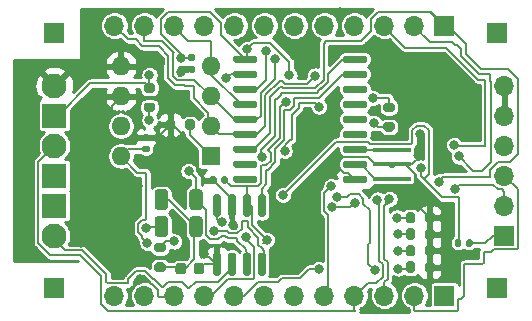
<source format=gbr>
%TF.GenerationSoftware,KiCad,Pcbnew,(5.1.7)-1*%
%TF.CreationDate,2021-02-02T18:20:17+09:00*%
%TF.ProjectId,canboard,63616e62-6f61-4726-942e-6b696361645f,rev?*%
%TF.SameCoordinates,Original*%
%TF.FileFunction,Copper,L2,Bot*%
%TF.FilePolarity,Positive*%
%FSLAX46Y46*%
G04 Gerber Fmt 4.6, Leading zero omitted, Abs format (unit mm)*
G04 Created by KiCad (PCBNEW (5.1.7)-1) date 2021-02-02 18:20:17*
%MOMM*%
%LPD*%
G01*
G04 APERTURE LIST*
%TA.AperFunction,ComponentPad*%
%ADD10R,1.700000X1.700000*%
%TD*%
%TA.AperFunction,ComponentPad*%
%ADD11C,2.100000*%
%TD*%
%TA.AperFunction,ComponentPad*%
%ADD12R,2.100000X2.100000*%
%TD*%
%TA.AperFunction,ComponentPad*%
%ADD13O,1.700000X1.700000*%
%TD*%
%TA.AperFunction,SMDPad,CuDef*%
%ADD14R,3.200000X0.400000*%
%TD*%
%TA.AperFunction,ComponentPad*%
%ADD15O,1.600000X1.600000*%
%TD*%
%TA.AperFunction,ComponentPad*%
%ADD16R,1.600000X1.600000*%
%TD*%
%TA.AperFunction,ViaPad*%
%ADD17C,0.800000*%
%TD*%
%TA.AperFunction,Conductor*%
%ADD18C,0.200000*%
%TD*%
%TA.AperFunction,Conductor*%
%ADD19C,0.254000*%
%TD*%
%TA.AperFunction,Conductor*%
%ADD20C,0.100000*%
%TD*%
G04 APERTURE END LIST*
D10*
%TO.P,REF\u002A\u002A,1*%
%TO.N,N/C*%
X245445000Y-31115000D03*
%TD*%
%TO.P,REF\u002A\u002A,1*%
%TO.N,N/C*%
X245445000Y-52705000D03*
%TD*%
%TO.P,REF\u002A\u002A,1*%
%TO.N,N/C*%
X207980000Y-52705000D03*
%TD*%
%TO.P,REF\u002A\u002A,1*%
%TO.N,N/C*%
X207980000Y-31115000D03*
%TD*%
%TO.P,R16,2*%
%TO.N,5V*%
%TA.AperFunction,SMDPad,CuDef*%
G36*
G01*
X236026000Y-38652000D02*
X236576000Y-38652000D01*
G75*
G02*
X236776000Y-38852000I0J-200000D01*
G01*
X236776000Y-39252000D01*
G75*
G02*
X236576000Y-39452000I-200000J0D01*
G01*
X236026000Y-39452000D01*
G75*
G02*
X235826000Y-39252000I0J200000D01*
G01*
X235826000Y-38852000D01*
G75*
G02*
X236026000Y-38652000I200000J0D01*
G01*
G37*
%TD.AperFunction*%
%TO.P,R16,1*%
%TO.N,SS*%
%TA.AperFunction,SMDPad,CuDef*%
G36*
G01*
X236026000Y-37002000D02*
X236576000Y-37002000D01*
G75*
G02*
X236776000Y-37202000I0J-200000D01*
G01*
X236776000Y-37602000D01*
G75*
G02*
X236576000Y-37802000I-200000J0D01*
G01*
X236026000Y-37802000D01*
G75*
G02*
X235826000Y-37602000I0J200000D01*
G01*
X235826000Y-37202000D01*
G75*
G02*
X236026000Y-37002000I200000J0D01*
G01*
G37*
%TD.AperFunction*%
%TD*%
D11*
%TO.P,J6,2*%
%TO.N,Net-(J6-Pad2)*%
X207980000Y-48260000D03*
D12*
%TO.P,J6,1*%
%TO.N,Net-(J6-Pad1)*%
X207980000Y-45720000D03*
%TD*%
D10*
%TO.P,J3,1*%
%TO.N,RXI*%
X241000000Y-53340000D03*
D13*
%TO.P,J3,2*%
%TO.N,TXO*%
X238460000Y-53340000D03*
%TO.P,J3,3*%
%TO.N,SCL*%
X235920000Y-53340000D03*
%TO.P,J3,4*%
%TO.N,SDA*%
X233380000Y-53340000D03*
%TO.P,J3,5*%
%TO.N,A0*%
X230840000Y-53340000D03*
%TO.P,J3,6*%
%TO.N,A1*%
X228300000Y-53340000D03*
%TO.P,J3,7*%
%TO.N,A2*%
X225760000Y-53340000D03*
%TO.P,J3,8*%
%TO.N,A3*%
X223220000Y-53340000D03*
%TO.P,J3,9*%
%TO.N,RESET*%
X220680000Y-53340000D03*
%TO.P,J3,10*%
%TO.N,GND*%
X218140000Y-53340000D03*
%TO.P,J3,11*%
%TO.N,5V*%
X215600000Y-53340000D03*
%TO.P,J3,12*%
%TO.N,12VIN*%
X213060000Y-53340000D03*
%TD*%
D10*
%TO.P,J1,1*%
%TO.N,D2*%
X241000000Y-30480000D03*
D13*
%TO.P,J1,2*%
%TO.N,D3*%
X238460000Y-30480000D03*
%TO.P,J1,3*%
%TO.N,D4*%
X235920000Y-30480000D03*
%TO.P,J1,4*%
%TO.N,D5*%
X233380000Y-30480000D03*
%TO.P,J1,5*%
%TO.N,D6*%
X230840000Y-30480000D03*
%TO.P,J1,6*%
%TO.N,D7*%
X228300000Y-30480000D03*
%TO.P,J1,7*%
%TO.N,D8*%
X225760000Y-30480000D03*
%TO.P,J1,8*%
%TO.N,D9*%
X223220000Y-30480000D03*
%TO.P,J1,9*%
%TO.N,GND*%
X220680000Y-30480000D03*
%TO.P,J1,10*%
%TO.N,MISO*%
X218140000Y-30480000D03*
%TO.P,J1,11*%
%TO.N,MOSI*%
X215600000Y-30480000D03*
%TO.P,J1,12*%
%TO.N,SCK*%
X213060000Y-30480000D03*
%TD*%
%TO.P,U4,18*%
%TO.N,VCC*%
%TA.AperFunction,SMDPad,CuDef*%
G36*
G01*
X225151000Y-33174800D02*
X225151000Y-33474800D01*
G75*
G02*
X225001000Y-33624800I-150000J0D01*
G01*
X223251000Y-33624800D01*
G75*
G02*
X223101000Y-33474800I0J150000D01*
G01*
X223101000Y-33174800D01*
G75*
G02*
X223251000Y-33024800I150000J0D01*
G01*
X225001000Y-33024800D01*
G75*
G02*
X225151000Y-33174800I0J-150000D01*
G01*
G37*
%TD.AperFunction*%
%TO.P,U4,17*%
%TO.N,Net-(R3-Pad1)*%
%TA.AperFunction,SMDPad,CuDef*%
G36*
G01*
X225151000Y-34444800D02*
X225151000Y-34744800D01*
G75*
G02*
X225001000Y-34894800I-150000J0D01*
G01*
X223251000Y-34894800D01*
G75*
G02*
X223101000Y-34744800I0J150000D01*
G01*
X223101000Y-34444800D01*
G75*
G02*
X223251000Y-34294800I150000J0D01*
G01*
X225001000Y-34294800D01*
G75*
G02*
X225151000Y-34444800I0J-150000D01*
G01*
G37*
%TD.AperFunction*%
%TO.P,U4,16*%
%TO.N,SS*%
%TA.AperFunction,SMDPad,CuDef*%
G36*
G01*
X225151000Y-35714800D02*
X225151000Y-36014800D01*
G75*
G02*
X225001000Y-36164800I-150000J0D01*
G01*
X223251000Y-36164800D01*
G75*
G02*
X223101000Y-36014800I0J150000D01*
G01*
X223101000Y-35714800D01*
G75*
G02*
X223251000Y-35564800I150000J0D01*
G01*
X225001000Y-35564800D01*
G75*
G02*
X225151000Y-35714800I0J-150000D01*
G01*
G37*
%TD.AperFunction*%
%TO.P,U4,15*%
%TO.N,MISO*%
%TA.AperFunction,SMDPad,CuDef*%
G36*
G01*
X225151000Y-36984800D02*
X225151000Y-37284800D01*
G75*
G02*
X225001000Y-37434800I-150000J0D01*
G01*
X223251000Y-37434800D01*
G75*
G02*
X223101000Y-37284800I0J150000D01*
G01*
X223101000Y-36984800D01*
G75*
G02*
X223251000Y-36834800I150000J0D01*
G01*
X225001000Y-36834800D01*
G75*
G02*
X225151000Y-36984800I0J-150000D01*
G01*
G37*
%TD.AperFunction*%
%TO.P,U4,14*%
%TO.N,MOSI*%
%TA.AperFunction,SMDPad,CuDef*%
G36*
G01*
X225151000Y-38254800D02*
X225151000Y-38554800D01*
G75*
G02*
X225001000Y-38704800I-150000J0D01*
G01*
X223251000Y-38704800D01*
G75*
G02*
X223101000Y-38554800I0J150000D01*
G01*
X223101000Y-38254800D01*
G75*
G02*
X223251000Y-38104800I150000J0D01*
G01*
X225001000Y-38104800D01*
G75*
G02*
X225151000Y-38254800I0J-150000D01*
G01*
G37*
%TD.AperFunction*%
%TO.P,U4,13*%
%TO.N,SCK*%
%TA.AperFunction,SMDPad,CuDef*%
G36*
G01*
X225151000Y-39524800D02*
X225151000Y-39824800D01*
G75*
G02*
X225001000Y-39974800I-150000J0D01*
G01*
X223251000Y-39974800D01*
G75*
G02*
X223101000Y-39824800I0J150000D01*
G01*
X223101000Y-39524800D01*
G75*
G02*
X223251000Y-39374800I150000J0D01*
G01*
X225001000Y-39374800D01*
G75*
G02*
X225151000Y-39524800I0J-150000D01*
G01*
G37*
%TD.AperFunction*%
%TO.P,U4,12*%
%TO.N,D2*%
%TA.AperFunction,SMDPad,CuDef*%
G36*
G01*
X225151000Y-40794800D02*
X225151000Y-41094800D01*
G75*
G02*
X225001000Y-41244800I-150000J0D01*
G01*
X223251000Y-41244800D01*
G75*
G02*
X223101000Y-41094800I0J150000D01*
G01*
X223101000Y-40794800D01*
G75*
G02*
X223251000Y-40644800I150000J0D01*
G01*
X225001000Y-40644800D01*
G75*
G02*
X225151000Y-40794800I0J-150000D01*
G01*
G37*
%TD.AperFunction*%
%TO.P,U4,11*%
%TO.N,Net-(U4-Pad11)*%
%TA.AperFunction,SMDPad,CuDef*%
G36*
G01*
X225151000Y-42064800D02*
X225151000Y-42364800D01*
G75*
G02*
X225001000Y-42514800I-150000J0D01*
G01*
X223251000Y-42514800D01*
G75*
G02*
X223101000Y-42364800I0J150000D01*
G01*
X223101000Y-42064800D01*
G75*
G02*
X223251000Y-41914800I150000J0D01*
G01*
X225001000Y-41914800D01*
G75*
G02*
X225151000Y-42064800I0J-150000D01*
G01*
G37*
%TD.AperFunction*%
%TO.P,U4,10*%
%TO.N,Net-(U4-Pad10)*%
%TA.AperFunction,SMDPad,CuDef*%
G36*
G01*
X225151000Y-43334800D02*
X225151000Y-43634800D01*
G75*
G02*
X225001000Y-43784800I-150000J0D01*
G01*
X223251000Y-43784800D01*
G75*
G02*
X223101000Y-43634800I0J150000D01*
G01*
X223101000Y-43334800D01*
G75*
G02*
X223251000Y-43184800I150000J0D01*
G01*
X225001000Y-43184800D01*
G75*
G02*
X225151000Y-43334800I0J-150000D01*
G01*
G37*
%TD.AperFunction*%
%TO.P,U4,9*%
%TO.N,GND*%
%TA.AperFunction,SMDPad,CuDef*%
G36*
G01*
X234451000Y-43334800D02*
X234451000Y-43634800D01*
G75*
G02*
X234301000Y-43784800I-150000J0D01*
G01*
X232551000Y-43784800D01*
G75*
G02*
X232401000Y-43634800I0J150000D01*
G01*
X232401000Y-43334800D01*
G75*
G02*
X232551000Y-43184800I150000J0D01*
G01*
X234301000Y-43184800D01*
G75*
G02*
X234451000Y-43334800I0J-150000D01*
G01*
G37*
%TD.AperFunction*%
%TO.P,U4,8*%
%TO.N,Net-(U4-Pad8)*%
%TA.AperFunction,SMDPad,CuDef*%
G36*
G01*
X234451000Y-42064800D02*
X234451000Y-42364800D01*
G75*
G02*
X234301000Y-42514800I-150000J0D01*
G01*
X232551000Y-42514800D01*
G75*
G02*
X232401000Y-42364800I0J150000D01*
G01*
X232401000Y-42064800D01*
G75*
G02*
X232551000Y-41914800I150000J0D01*
G01*
X234301000Y-41914800D01*
G75*
G02*
X234451000Y-42064800I0J-150000D01*
G01*
G37*
%TD.AperFunction*%
%TO.P,U4,7*%
%TO.N,Net-(U4-Pad7)*%
%TA.AperFunction,SMDPad,CuDef*%
G36*
G01*
X234451000Y-40794800D02*
X234451000Y-41094800D01*
G75*
G02*
X234301000Y-41244800I-150000J0D01*
G01*
X232551000Y-41244800D01*
G75*
G02*
X232401000Y-41094800I0J150000D01*
G01*
X232401000Y-40794800D01*
G75*
G02*
X232551000Y-40644800I150000J0D01*
G01*
X234301000Y-40644800D01*
G75*
G02*
X234451000Y-40794800I0J-150000D01*
G01*
G37*
%TD.AperFunction*%
%TO.P,U4,6*%
%TO.N,Net-(U4-Pad6)*%
%TA.AperFunction,SMDPad,CuDef*%
G36*
G01*
X234451000Y-39524800D02*
X234451000Y-39824800D01*
G75*
G02*
X234301000Y-39974800I-150000J0D01*
G01*
X232551000Y-39974800D01*
G75*
G02*
X232401000Y-39824800I0J150000D01*
G01*
X232401000Y-39524800D01*
G75*
G02*
X232551000Y-39374800I150000J0D01*
G01*
X234301000Y-39374800D01*
G75*
G02*
X234451000Y-39524800I0J-150000D01*
G01*
G37*
%TD.AperFunction*%
%TO.P,U4,5*%
%TO.N,Net-(U4-Pad5)*%
%TA.AperFunction,SMDPad,CuDef*%
G36*
G01*
X234451000Y-38254800D02*
X234451000Y-38554800D01*
G75*
G02*
X234301000Y-38704800I-150000J0D01*
G01*
X232551000Y-38704800D01*
G75*
G02*
X232401000Y-38554800I0J150000D01*
G01*
X232401000Y-38254800D01*
G75*
G02*
X232551000Y-38104800I150000J0D01*
G01*
X234301000Y-38104800D01*
G75*
G02*
X234451000Y-38254800I0J-150000D01*
G01*
G37*
%TD.AperFunction*%
%TO.P,U4,4*%
%TO.N,Net-(U4-Pad4)*%
%TA.AperFunction,SMDPad,CuDef*%
G36*
G01*
X234451000Y-36984800D02*
X234451000Y-37284800D01*
G75*
G02*
X234301000Y-37434800I-150000J0D01*
G01*
X232551000Y-37434800D01*
G75*
G02*
X232401000Y-37284800I0J150000D01*
G01*
X232401000Y-36984800D01*
G75*
G02*
X232551000Y-36834800I150000J0D01*
G01*
X234301000Y-36834800D01*
G75*
G02*
X234451000Y-36984800I0J-150000D01*
G01*
G37*
%TD.AperFunction*%
%TO.P,U4,3*%
%TO.N,Net-(U4-Pad3)*%
%TA.AperFunction,SMDPad,CuDef*%
G36*
G01*
X234451000Y-35714800D02*
X234451000Y-36014800D01*
G75*
G02*
X234301000Y-36164800I-150000J0D01*
G01*
X232551000Y-36164800D01*
G75*
G02*
X232401000Y-36014800I0J150000D01*
G01*
X232401000Y-35714800D01*
G75*
G02*
X232551000Y-35564800I150000J0D01*
G01*
X234301000Y-35564800D01*
G75*
G02*
X234451000Y-35714800I0J-150000D01*
G01*
G37*
%TD.AperFunction*%
%TO.P,U4,2*%
%TO.N,Net-(U4-Pad2)*%
%TA.AperFunction,SMDPad,CuDef*%
G36*
G01*
X234451000Y-34444800D02*
X234451000Y-34744800D01*
G75*
G02*
X234301000Y-34894800I-150000J0D01*
G01*
X232551000Y-34894800D01*
G75*
G02*
X232401000Y-34744800I0J150000D01*
G01*
X232401000Y-34444800D01*
G75*
G02*
X232551000Y-34294800I150000J0D01*
G01*
X234301000Y-34294800D01*
G75*
G02*
X234451000Y-34444800I0J-150000D01*
G01*
G37*
%TD.AperFunction*%
%TO.P,U4,1*%
%TO.N,Net-(U4-Pad1)*%
%TA.AperFunction,SMDPad,CuDef*%
G36*
G01*
X234451000Y-33174800D02*
X234451000Y-33474800D01*
G75*
G02*
X234301000Y-33624800I-150000J0D01*
G01*
X232551000Y-33624800D01*
G75*
G02*
X232401000Y-33474800I0J150000D01*
G01*
X232401000Y-33174800D01*
G75*
G02*
X232551000Y-33024800I150000J0D01*
G01*
X234301000Y-33024800D01*
G75*
G02*
X234451000Y-33174800I0J-150000D01*
G01*
G37*
%TD.AperFunction*%
%TD*%
D14*
%TO.P,Y2,3*%
%TO.N,Net-(U4-Pad8)*%
X236555000Y-43427000D03*
%TO.P,Y2,2*%
%TO.N,GND*%
X236555000Y-42227000D03*
%TO.P,Y2,1*%
%TO.N,Net-(U4-Pad7)*%
X236555000Y-41027000D03*
%TD*%
%TO.P,U5,8*%
%TO.N,GND*%
%TA.AperFunction,SMDPad,CuDef*%
G36*
G01*
X221592000Y-49695000D02*
X221892000Y-49695000D01*
G75*
G02*
X222042000Y-49845000I0J-150000D01*
G01*
X222042000Y-51495000D01*
G75*
G02*
X221892000Y-51645000I-150000J0D01*
G01*
X221592000Y-51645000D01*
G75*
G02*
X221442000Y-51495000I0J150000D01*
G01*
X221442000Y-49845000D01*
G75*
G02*
X221592000Y-49695000I150000J0D01*
G01*
G37*
%TD.AperFunction*%
%TO.P,U5,7*%
%TO.N,Net-(J6-Pad2)*%
%TA.AperFunction,SMDPad,CuDef*%
G36*
G01*
X222862000Y-49695000D02*
X223162000Y-49695000D01*
G75*
G02*
X223312000Y-49845000I0J-150000D01*
G01*
X223312000Y-51495000D01*
G75*
G02*
X223162000Y-51645000I-150000J0D01*
G01*
X222862000Y-51645000D01*
G75*
G02*
X222712000Y-51495000I0J150000D01*
G01*
X222712000Y-49845000D01*
G75*
G02*
X222862000Y-49695000I150000J0D01*
G01*
G37*
%TD.AperFunction*%
%TO.P,U5,6*%
%TO.N,Net-(J6-Pad1)*%
%TA.AperFunction,SMDPad,CuDef*%
G36*
G01*
X224132000Y-49695000D02*
X224432000Y-49695000D01*
G75*
G02*
X224582000Y-49845000I0J-150000D01*
G01*
X224582000Y-51495000D01*
G75*
G02*
X224432000Y-51645000I-150000J0D01*
G01*
X224132000Y-51645000D01*
G75*
G02*
X223982000Y-51495000I0J150000D01*
G01*
X223982000Y-49845000D01*
G75*
G02*
X224132000Y-49695000I150000J0D01*
G01*
G37*
%TD.AperFunction*%
%TO.P,U5,5*%
%TO.N,Net-(R9-Pad1)*%
%TA.AperFunction,SMDPad,CuDef*%
G36*
G01*
X225402000Y-49695000D02*
X225702000Y-49695000D01*
G75*
G02*
X225852000Y-49845000I0J-150000D01*
G01*
X225852000Y-51495000D01*
G75*
G02*
X225702000Y-51645000I-150000J0D01*
G01*
X225402000Y-51645000D01*
G75*
G02*
X225252000Y-51495000I0J150000D01*
G01*
X225252000Y-49845000D01*
G75*
G02*
X225402000Y-49695000I150000J0D01*
G01*
G37*
%TD.AperFunction*%
%TO.P,U5,4*%
%TO.N,Net-(U4-Pad2)*%
%TA.AperFunction,SMDPad,CuDef*%
G36*
G01*
X225402000Y-44745000D02*
X225702000Y-44745000D01*
G75*
G02*
X225852000Y-44895000I0J-150000D01*
G01*
X225852000Y-46545000D01*
G75*
G02*
X225702000Y-46695000I-150000J0D01*
G01*
X225402000Y-46695000D01*
G75*
G02*
X225252000Y-46545000I0J150000D01*
G01*
X225252000Y-44895000D01*
G75*
G02*
X225402000Y-44745000I150000J0D01*
G01*
G37*
%TD.AperFunction*%
%TO.P,U5,3*%
%TO.N,VCC*%
%TA.AperFunction,SMDPad,CuDef*%
G36*
G01*
X224132000Y-44745000D02*
X224432000Y-44745000D01*
G75*
G02*
X224582000Y-44895000I0J-150000D01*
G01*
X224582000Y-46545000D01*
G75*
G02*
X224432000Y-46695000I-150000J0D01*
G01*
X224132000Y-46695000D01*
G75*
G02*
X223982000Y-46545000I0J150000D01*
G01*
X223982000Y-44895000D01*
G75*
G02*
X224132000Y-44745000I150000J0D01*
G01*
G37*
%TD.AperFunction*%
%TO.P,U5,2*%
%TO.N,GND*%
%TA.AperFunction,SMDPad,CuDef*%
G36*
G01*
X222862000Y-44745000D02*
X223162000Y-44745000D01*
G75*
G02*
X223312000Y-44895000I0J-150000D01*
G01*
X223312000Y-46545000D01*
G75*
G02*
X223162000Y-46695000I-150000J0D01*
G01*
X222862000Y-46695000D01*
G75*
G02*
X222712000Y-46545000I0J150000D01*
G01*
X222712000Y-44895000D01*
G75*
G02*
X222862000Y-44745000I150000J0D01*
G01*
G37*
%TD.AperFunction*%
%TO.P,U5,1*%
%TO.N,Net-(U4-Pad1)*%
%TA.AperFunction,SMDPad,CuDef*%
G36*
G01*
X221592000Y-44745000D02*
X221892000Y-44745000D01*
G75*
G02*
X222042000Y-44895000I0J-150000D01*
G01*
X222042000Y-46545000D01*
G75*
G02*
X221892000Y-46695000I-150000J0D01*
G01*
X221592000Y-46695000D01*
G75*
G02*
X221442000Y-46545000I0J150000D01*
G01*
X221442000Y-44895000D01*
G75*
G02*
X221592000Y-44745000I150000J0D01*
G01*
G37*
%TD.AperFunction*%
%TD*%
D15*
%TO.P,U3,8*%
%TO.N,5V*%
X213614000Y-41529000D03*
%TO.P,U3,4*%
%TO.N,MISO*%
X221234000Y-33909000D03*
%TO.P,U3,7*%
%TO.N,Net-(U3-Pad7)*%
X213614000Y-38989000D03*
%TO.P,U3,3*%
%TO.N,MOSI*%
X221234000Y-36449000D03*
%TO.P,U3,6*%
%TO.N,GND*%
X213614000Y-36449000D03*
%TO.P,U3,2*%
%TO.N,SCK*%
X221234000Y-38989000D03*
%TO.P,U3,5*%
%TO.N,GND*%
X213614000Y-33909000D03*
D16*
%TO.P,U3,1*%
%TO.N,D9*%
X221234000Y-41529000D03*
%TD*%
%TO.P,R11,2*%
%TO.N,GND*%
%TA.AperFunction,SMDPad,CuDef*%
G36*
G01*
X218206000Y-38587000D02*
X218206000Y-39137000D01*
G75*
G02*
X218006000Y-39337000I-200000J0D01*
G01*
X217606000Y-39337000D01*
G75*
G02*
X217406000Y-39137000I0J200000D01*
G01*
X217406000Y-38587000D01*
G75*
G02*
X217606000Y-38387000I200000J0D01*
G01*
X218006000Y-38387000D01*
G75*
G02*
X218206000Y-38587000I0J-200000D01*
G01*
G37*
%TD.AperFunction*%
%TO.P,R11,1*%
%TO.N,D9*%
%TA.AperFunction,SMDPad,CuDef*%
G36*
G01*
X219856000Y-38587000D02*
X219856000Y-39137000D01*
G75*
G02*
X219656000Y-39337000I-200000J0D01*
G01*
X219256000Y-39337000D01*
G75*
G02*
X219056000Y-39137000I0J200000D01*
G01*
X219056000Y-38587000D01*
G75*
G02*
X219256000Y-38387000I200000J0D01*
G01*
X219656000Y-38387000D01*
G75*
G02*
X219856000Y-38587000I0J-200000D01*
G01*
G37*
%TD.AperFunction*%
%TD*%
%TO.P,R10,2*%
%TO.N,Net-(J6-Pad2)*%
%TA.AperFunction,SMDPad,CuDef*%
G36*
G01*
X217601500Y-46872997D02*
X217601500Y-48123003D01*
G75*
G02*
X217351503Y-48373000I-249997J0D01*
G01*
X216726497Y-48373000D01*
G75*
G02*
X216476500Y-48123003I0J249997D01*
G01*
X216476500Y-46872997D01*
G75*
G02*
X216726497Y-46623000I249997J0D01*
G01*
X217351503Y-46623000D01*
G75*
G02*
X217601500Y-46872997I0J-249997D01*
G01*
G37*
%TD.AperFunction*%
%TO.P,R10,1*%
%TO.N,Net-(C8-Pad1)*%
%TA.AperFunction,SMDPad,CuDef*%
G36*
G01*
X220526500Y-46872997D02*
X220526500Y-48123003D01*
G75*
G02*
X220276503Y-48373000I-249997J0D01*
G01*
X219651497Y-48373000D01*
G75*
G02*
X219401500Y-48123003I0J249997D01*
G01*
X219401500Y-46872997D01*
G75*
G02*
X219651497Y-46623000I249997J0D01*
G01*
X220276503Y-46623000D01*
G75*
G02*
X220526500Y-46872997I0J-249997D01*
G01*
G37*
%TD.AperFunction*%
%TD*%
%TO.P,R9,2*%
%TO.N,Net-(C8-Pad1)*%
%TA.AperFunction,SMDPad,CuDef*%
G36*
G01*
X216641000Y-50526000D02*
X217191000Y-50526000D01*
G75*
G02*
X217391000Y-50726000I0J-200000D01*
G01*
X217391000Y-51126000D01*
G75*
G02*
X217191000Y-51326000I-200000J0D01*
G01*
X216641000Y-51326000D01*
G75*
G02*
X216441000Y-51126000I0J200000D01*
G01*
X216441000Y-50726000D01*
G75*
G02*
X216641000Y-50526000I200000J0D01*
G01*
G37*
%TD.AperFunction*%
%TO.P,R9,1*%
%TO.N,Net-(R9-Pad1)*%
%TA.AperFunction,SMDPad,CuDef*%
G36*
G01*
X216641000Y-48876000D02*
X217191000Y-48876000D01*
G75*
G02*
X217391000Y-49076000I0J-200000D01*
G01*
X217391000Y-49476000D01*
G75*
G02*
X217191000Y-49676000I-200000J0D01*
G01*
X216641000Y-49676000D01*
G75*
G02*
X216441000Y-49476000I0J200000D01*
G01*
X216441000Y-49076000D01*
G75*
G02*
X216641000Y-48876000I200000J0D01*
G01*
G37*
%TD.AperFunction*%
%TD*%
%TO.P,R8,2*%
%TO.N,Net-(C8-Pad1)*%
%TA.AperFunction,SMDPad,CuDef*%
G36*
G01*
X217601500Y-44586997D02*
X217601500Y-45837003D01*
G75*
G02*
X217351503Y-46087000I-249997J0D01*
G01*
X216726497Y-46087000D01*
G75*
G02*
X216476500Y-45837003I0J249997D01*
G01*
X216476500Y-44586997D01*
G75*
G02*
X216726497Y-44337000I249997J0D01*
G01*
X217351503Y-44337000D01*
G75*
G02*
X217601500Y-44586997I0J-249997D01*
G01*
G37*
%TD.AperFunction*%
%TO.P,R8,1*%
%TO.N,Net-(J6-Pad1)*%
%TA.AperFunction,SMDPad,CuDef*%
G36*
G01*
X220526500Y-44586997D02*
X220526500Y-45837003D01*
G75*
G02*
X220276503Y-46087000I-249997J0D01*
G01*
X219651497Y-46087000D01*
G75*
G02*
X219401500Y-45837003I0J249997D01*
G01*
X219401500Y-44586997D01*
G75*
G02*
X219651497Y-44337000I249997J0D01*
G01*
X220276503Y-44337000D01*
G75*
G02*
X220526500Y-44586997I0J-249997D01*
G01*
G37*
%TD.AperFunction*%
%TD*%
%TO.P,R7,2*%
%TO.N,GND*%
%TA.AperFunction,SMDPad,CuDef*%
G36*
G01*
X239375000Y-47011000D02*
X239375000Y-46461000D01*
G75*
G02*
X239575000Y-46261000I200000J0D01*
G01*
X239975000Y-46261000D01*
G75*
G02*
X240175000Y-46461000I0J-200000D01*
G01*
X240175000Y-47011000D01*
G75*
G02*
X239975000Y-47211000I-200000J0D01*
G01*
X239575000Y-47211000D01*
G75*
G02*
X239375000Y-47011000I0J200000D01*
G01*
G37*
%TD.AperFunction*%
%TO.P,R7,1*%
%TO.N,Net-(R12-Pad2)*%
%TA.AperFunction,SMDPad,CuDef*%
G36*
G01*
X237725000Y-47011000D02*
X237725000Y-46461000D01*
G75*
G02*
X237925000Y-46261000I200000J0D01*
G01*
X238325000Y-46261000D01*
G75*
G02*
X238525000Y-46461000I0J-200000D01*
G01*
X238525000Y-47011000D01*
G75*
G02*
X238325000Y-47211000I-200000J0D01*
G01*
X237925000Y-47211000D01*
G75*
G02*
X237725000Y-47011000I0J200000D01*
G01*
G37*
%TD.AperFunction*%
%TD*%
%TO.P,R6,2*%
%TO.N,GND*%
%TA.AperFunction,SMDPad,CuDef*%
G36*
G01*
X239375000Y-48408000D02*
X239375000Y-47858000D01*
G75*
G02*
X239575000Y-47658000I200000J0D01*
G01*
X239975000Y-47658000D01*
G75*
G02*
X240175000Y-47858000I0J-200000D01*
G01*
X240175000Y-48408000D01*
G75*
G02*
X239975000Y-48608000I-200000J0D01*
G01*
X239575000Y-48608000D01*
G75*
G02*
X239375000Y-48408000I0J200000D01*
G01*
G37*
%TD.AperFunction*%
%TO.P,R6,1*%
%TO.N,Net-(R13-Pad2)*%
%TA.AperFunction,SMDPad,CuDef*%
G36*
G01*
X237725000Y-48408000D02*
X237725000Y-47858000D01*
G75*
G02*
X237925000Y-47658000I200000J0D01*
G01*
X238325000Y-47658000D01*
G75*
G02*
X238525000Y-47858000I0J-200000D01*
G01*
X238525000Y-48408000D01*
G75*
G02*
X238325000Y-48608000I-200000J0D01*
G01*
X237925000Y-48608000D01*
G75*
G02*
X237725000Y-48408000I0J200000D01*
G01*
G37*
%TD.AperFunction*%
%TD*%
%TO.P,R5,1*%
%TO.N,Net-(R14-Pad2)*%
%TA.AperFunction,SMDPad,CuDef*%
G36*
G01*
X237725000Y-49805000D02*
X237725000Y-49255000D01*
G75*
G02*
X237925000Y-49055000I200000J0D01*
G01*
X238325000Y-49055000D01*
G75*
G02*
X238525000Y-49255000I0J-200000D01*
G01*
X238525000Y-49805000D01*
G75*
G02*
X238325000Y-50005000I-200000J0D01*
G01*
X237925000Y-50005000D01*
G75*
G02*
X237725000Y-49805000I0J200000D01*
G01*
G37*
%TD.AperFunction*%
%TO.P,R5,2*%
%TO.N,GND*%
%TA.AperFunction,SMDPad,CuDef*%
G36*
G01*
X239375000Y-49805000D02*
X239375000Y-49255000D01*
G75*
G02*
X239575000Y-49055000I200000J0D01*
G01*
X239975000Y-49055000D01*
G75*
G02*
X240175000Y-49255000I0J-200000D01*
G01*
X240175000Y-49805000D01*
G75*
G02*
X239975000Y-50005000I-200000J0D01*
G01*
X239575000Y-50005000D01*
G75*
G02*
X239375000Y-49805000I0J200000D01*
G01*
G37*
%TD.AperFunction*%
%TD*%
%TO.P,R4,1*%
%TO.N,Net-(R15-Pad2)*%
%TA.AperFunction,SMDPad,CuDef*%
G36*
G01*
X237725000Y-51202000D02*
X237725000Y-50652000D01*
G75*
G02*
X237925000Y-50452000I200000J0D01*
G01*
X238325000Y-50452000D01*
G75*
G02*
X238525000Y-50652000I0J-200000D01*
G01*
X238525000Y-51202000D01*
G75*
G02*
X238325000Y-51402000I-200000J0D01*
G01*
X237925000Y-51402000D01*
G75*
G02*
X237725000Y-51202000I0J200000D01*
G01*
G37*
%TD.AperFunction*%
%TO.P,R4,2*%
%TO.N,GND*%
%TA.AperFunction,SMDPad,CuDef*%
G36*
G01*
X239375000Y-51202000D02*
X239375000Y-50652000D01*
G75*
G02*
X239575000Y-50452000I200000J0D01*
G01*
X239975000Y-50452000D01*
G75*
G02*
X240175000Y-50652000I0J-200000D01*
G01*
X240175000Y-51202000D01*
G75*
G02*
X239975000Y-51402000I-200000J0D01*
G01*
X239575000Y-51402000D01*
G75*
G02*
X239375000Y-51202000I0J200000D01*
G01*
G37*
%TD.AperFunction*%
%TD*%
%TO.P,R3,2*%
%TO.N,VCC*%
%TA.AperFunction,SMDPad,CuDef*%
G36*
G01*
X216302000Y-36151000D02*
X215752000Y-36151000D01*
G75*
G02*
X215552000Y-35951000I0J200000D01*
G01*
X215552000Y-35551000D01*
G75*
G02*
X215752000Y-35351000I200000J0D01*
G01*
X216302000Y-35351000D01*
G75*
G02*
X216502000Y-35551000I0J-200000D01*
G01*
X216502000Y-35951000D01*
G75*
G02*
X216302000Y-36151000I-200000J0D01*
G01*
G37*
%TD.AperFunction*%
%TO.P,R3,1*%
%TO.N,Net-(R3-Pad1)*%
%TA.AperFunction,SMDPad,CuDef*%
G36*
G01*
X216302000Y-37801000D02*
X215752000Y-37801000D01*
G75*
G02*
X215552000Y-37601000I0J200000D01*
G01*
X215552000Y-37201000D01*
G75*
G02*
X215752000Y-37001000I200000J0D01*
G01*
X216302000Y-37001000D01*
G75*
G02*
X216502000Y-37201000I0J-200000D01*
G01*
X216502000Y-37601000D01*
G75*
G02*
X216302000Y-37801000I-200000J0D01*
G01*
G37*
%TD.AperFunction*%
%TD*%
D12*
%TO.P,J5,1*%
%TO.N,VCC*%
X207980000Y-38100000D03*
D11*
%TO.P,J5,2*%
%TO.N,GND*%
X207980000Y-35560000D03*
%TD*%
D12*
%TO.P,J4,1*%
%TO.N,SCL*%
X207980000Y-43180000D03*
D11*
%TO.P,J4,2*%
%TO.N,SDA*%
X207980000Y-40640000D03*
%TD*%
D13*
%TO.P,J2,6*%
%TO.N,GND*%
X246080000Y-35560000D03*
%TO.P,J2,5*%
X246080000Y-38100000D03*
%TO.P,J2,4*%
%TO.N,5V*%
X246080000Y-40640000D03*
%TO.P,J2,3*%
%TO.N,TXO*%
X246080000Y-43180000D03*
%TO.P,J2,2*%
%TO.N,RXI*%
X246080000Y-45720000D03*
D10*
%TO.P,J2,1*%
%TO.N,DTR*%
X246080000Y-48260000D03*
%TD*%
%TO.P,C8,2*%
%TO.N,GND*%
%TA.AperFunction,SMDPad,CuDef*%
G36*
G01*
X219781000Y-51304000D02*
X219781000Y-50804000D01*
G75*
G02*
X220006000Y-50579000I225000J0D01*
G01*
X220456000Y-50579000D01*
G75*
G02*
X220681000Y-50804000I0J-225000D01*
G01*
X220681000Y-51304000D01*
G75*
G02*
X220456000Y-51529000I-225000J0D01*
G01*
X220006000Y-51529000D01*
G75*
G02*
X219781000Y-51304000I0J225000D01*
G01*
G37*
%TD.AperFunction*%
%TO.P,C8,1*%
%TO.N,Net-(C8-Pad1)*%
%TA.AperFunction,SMDPad,CuDef*%
G36*
G01*
X218231000Y-51304000D02*
X218231000Y-50804000D01*
G75*
G02*
X218456000Y-50579000I225000J0D01*
G01*
X218906000Y-50579000D01*
G75*
G02*
X219131000Y-50804000I0J-225000D01*
G01*
X219131000Y-51304000D01*
G75*
G02*
X218906000Y-51529000I-225000J0D01*
G01*
X218456000Y-51529000D01*
G75*
G02*
X218231000Y-51304000I0J225000D01*
G01*
G37*
%TD.AperFunction*%
%TD*%
%TO.P,C7,2*%
%TO.N,GND*%
%TA.AperFunction,SMDPad,CuDef*%
G36*
G01*
X221697000Y-43391000D02*
X221697000Y-43731000D01*
G75*
G02*
X221557000Y-43871000I-140000J0D01*
G01*
X221277000Y-43871000D01*
G75*
G02*
X221137000Y-43731000I0J140000D01*
G01*
X221137000Y-43391000D01*
G75*
G02*
X221277000Y-43251000I140000J0D01*
G01*
X221557000Y-43251000D01*
G75*
G02*
X221697000Y-43391000I0J-140000D01*
G01*
G37*
%TD.AperFunction*%
%TO.P,C7,1*%
%TO.N,VCC*%
%TA.AperFunction,SMDPad,CuDef*%
G36*
G01*
X222657000Y-43391000D02*
X222657000Y-43731000D01*
G75*
G02*
X222517000Y-43871000I-140000J0D01*
G01*
X222237000Y-43871000D01*
G75*
G02*
X222097000Y-43731000I0J140000D01*
G01*
X222097000Y-43391000D01*
G75*
G02*
X222237000Y-43251000I140000J0D01*
G01*
X222517000Y-43251000D01*
G75*
G02*
X222657000Y-43391000I0J-140000D01*
G01*
G37*
%TD.AperFunction*%
%TD*%
%TO.P,C6,2*%
%TO.N,GND*%
%TA.AperFunction,SMDPad,CuDef*%
G36*
G01*
X219413000Y-33870300D02*
X219753000Y-33870300D01*
G75*
G02*
X219893000Y-34010300I0J-140000D01*
G01*
X219893000Y-34290300D01*
G75*
G02*
X219753000Y-34430300I-140000J0D01*
G01*
X219413000Y-34430300D01*
G75*
G02*
X219273000Y-34290300I0J140000D01*
G01*
X219273000Y-34010300D01*
G75*
G02*
X219413000Y-33870300I140000J0D01*
G01*
G37*
%TD.AperFunction*%
%TO.P,C6,1*%
%TO.N,VCC*%
%TA.AperFunction,SMDPad,CuDef*%
G36*
G01*
X219413000Y-32910300D02*
X219753000Y-32910300D01*
G75*
G02*
X219893000Y-33050300I0J-140000D01*
G01*
X219893000Y-33330300D01*
G75*
G02*
X219753000Y-33470300I-140000J0D01*
G01*
X219413000Y-33470300D01*
G75*
G02*
X219273000Y-33330300I0J140000D01*
G01*
X219273000Y-33050300D01*
G75*
G02*
X219413000Y-32910300I140000J0D01*
G01*
G37*
%TD.AperFunction*%
%TD*%
%TO.P,C5,2*%
%TO.N,5V*%
%TA.AperFunction,SMDPad,CuDef*%
G36*
G01*
X215557000Y-40649500D02*
X215897000Y-40649500D01*
G75*
G02*
X216037000Y-40789500I0J-140000D01*
G01*
X216037000Y-41069500D01*
G75*
G02*
X215897000Y-41209500I-140000J0D01*
G01*
X215557000Y-41209500D01*
G75*
G02*
X215417000Y-41069500I0J140000D01*
G01*
X215417000Y-40789500D01*
G75*
G02*
X215557000Y-40649500I140000J0D01*
G01*
G37*
%TD.AperFunction*%
%TO.P,C5,1*%
%TO.N,GND*%
%TA.AperFunction,SMDPad,CuDef*%
G36*
G01*
X215557000Y-39689500D02*
X215897000Y-39689500D01*
G75*
G02*
X216037000Y-39829500I0J-140000D01*
G01*
X216037000Y-40109500D01*
G75*
G02*
X215897000Y-40249500I-140000J0D01*
G01*
X215557000Y-40249500D01*
G75*
G02*
X215417000Y-40109500I0J140000D01*
G01*
X215417000Y-39829500D01*
G75*
G02*
X215557000Y-39689500I140000J0D01*
G01*
G37*
%TD.AperFunction*%
%TD*%
%TO.P,C3,2*%
%TO.N,RESET*%
%TA.AperFunction,SMDPad,CuDef*%
G36*
G01*
X242423000Y-48725000D02*
X242423000Y-49065000D01*
G75*
G02*
X242283000Y-49205000I-140000J0D01*
G01*
X242003000Y-49205000D01*
G75*
G02*
X241863000Y-49065000I0J140000D01*
G01*
X241863000Y-48725000D01*
G75*
G02*
X242003000Y-48585000I140000J0D01*
G01*
X242283000Y-48585000D01*
G75*
G02*
X242423000Y-48725000I0J-140000D01*
G01*
G37*
%TD.AperFunction*%
%TO.P,C3,1*%
%TO.N,DTR*%
%TA.AperFunction,SMDPad,CuDef*%
G36*
G01*
X243383000Y-48725000D02*
X243383000Y-49065000D01*
G75*
G02*
X243243000Y-49205000I-140000J0D01*
G01*
X242963000Y-49205000D01*
G75*
G02*
X242823000Y-49065000I0J140000D01*
G01*
X242823000Y-48725000D01*
G75*
G02*
X242963000Y-48585000I140000J0D01*
G01*
X243243000Y-48585000D01*
G75*
G02*
X243383000Y-48725000I0J-140000D01*
G01*
G37*
%TD.AperFunction*%
%TD*%
D17*
%TO.N,GND*%
X238972882Y-39689165D03*
X215265000Y-51943000D03*
X218694000Y-34417000D03*
X217805000Y-37719000D03*
X213459396Y-42920440D03*
X223139000Y-47371000D03*
X237490000Y-37240999D03*
X237490000Y-39751000D03*
X228981000Y-40386000D03*
X241127000Y-46863000D03*
X210266000Y-48895000D03*
X232117001Y-29329999D03*
X220680000Y-49784000D03*
X215735848Y-49954761D03*
X215027000Y-44069000D03*
%TO.N,VCC*%
X218729190Y-33238810D03*
X216027000Y-34671000D03*
X224273911Y-32443375D03*
X227872434Y-34705433D03*
X227570975Y-36943975D03*
X225958133Y-48615614D03*
%TO.N,RESET*%
X239010998Y-42505998D03*
X227330000Y-44831000D03*
X224158940Y-48377012D03*
%TO.N,D4*%
X241826556Y-40563256D03*
%TO.N,D3*%
X242228690Y-41563255D03*
%TO.N,D2*%
X240538000Y-43688000D03*
%TO.N,SCL*%
X236347000Y-45164446D03*
%TO.N,SDA*%
X235331000Y-45212000D03*
%TO.N,RXI*%
X241873814Y-44316820D03*
%TO.N,A3*%
X231521000Y-45847000D03*
X233426000Y-45466000D03*
X230356980Y-51089989D03*
%TO.N,A1*%
X231902000Y-44958000D03*
X235090637Y-51203453D03*
%TO.N,A0*%
X231427067Y-44077976D03*
%TO.N,SCK*%
X230062000Y-34715072D03*
%TO.N,MOSI*%
X226640108Y-33346108D03*
%TO.N,Net-(J6-Pad2)*%
X215773000Y-47625000D03*
%TO.N,Net-(R3-Pad1)*%
X222509369Y-34919631D03*
X216027000Y-38481000D03*
%TO.N,Net-(R15-Pad2)*%
X237109000Y-51054000D03*
%TO.N,Net-(R14-Pad2)*%
X237109000Y-49530000D03*
%TO.N,Net-(R13-Pad2)*%
X237109000Y-48133000D03*
%TO.N,Net-(R12-Pad2)*%
X236982000Y-46736000D03*
%TO.N,Net-(R9-Pad1)*%
X221526510Y-47879000D03*
X218124197Y-48754716D03*
%TO.N,SS*%
X225933000Y-32639000D03*
X234962863Y-36632041D03*
%TO.N,Net-(U4-Pad1)*%
X225579726Y-41571851D03*
X222172213Y-47115411D03*
%TO.N,Net-(J6-Pad1)*%
X219342025Y-42785975D03*
%TO.N,5V*%
X215854000Y-48895000D03*
X230378000Y-37338000D03*
X227464872Y-41102475D03*
X235031000Y-38735000D03*
%TD*%
D18*
%TO.N,GND*%
X239775000Y-46736000D02*
X239775000Y-48133000D01*
X239775000Y-48133000D02*
X239775000Y-49530000D01*
X239775000Y-49530000D02*
X239775000Y-50927000D01*
X238610988Y-45571988D02*
X239775000Y-46736000D01*
X238610988Y-43142986D02*
X238610988Y-45571988D01*
X237695002Y-42227000D02*
X238610988Y-43142986D01*
X236555000Y-42227000D02*
X237695002Y-42227000D01*
X238286964Y-42227000D02*
X239010998Y-41502966D01*
X236555000Y-42227000D02*
X238286964Y-42227000D01*
X239010998Y-39727281D02*
X238972882Y-39689165D01*
X239010998Y-41502966D02*
X239010998Y-39727281D01*
X232100990Y-42551202D02*
X232475788Y-42926000D01*
X232100990Y-41878398D02*
X232100990Y-42551202D01*
X234487402Y-41614790D02*
X232364598Y-41614790D01*
X232364598Y-41614790D02*
X232100990Y-41878398D01*
X235099612Y-42227000D02*
X234487402Y-41614790D01*
X236555000Y-42227000D02*
X235099612Y-42227000D01*
X232867200Y-42926000D02*
X233426000Y-43484800D01*
X232475788Y-42926000D02*
X232867200Y-42926000D01*
X220615000Y-50670000D02*
X220231000Y-51054000D01*
X221742000Y-50670000D02*
X220615000Y-50670000D01*
X220231000Y-51054000D02*
X220231000Y-51369000D01*
X219316300Y-34417000D02*
X219583000Y-34150300D01*
X218694000Y-34417000D02*
X219316300Y-34417000D01*
X217805000Y-38861000D02*
X217806000Y-38862000D01*
X217805000Y-37719000D02*
X217805000Y-38861000D01*
X212814001Y-37248999D02*
X212814001Y-38160997D01*
X213614000Y-36449000D02*
X212814001Y-37248999D01*
X213311170Y-42920440D02*
X213459396Y-42920440D01*
X220091000Y-42797000D02*
X220091000Y-40951698D01*
X218001302Y-38862000D02*
X217806000Y-38862000D01*
X220091000Y-40951698D02*
X218001302Y-38862000D01*
X223012000Y-47244000D02*
X223139000Y-47371000D01*
X223012000Y-45720000D02*
X223012000Y-47244000D01*
X220855000Y-43561000D02*
X220091000Y-42797000D01*
X221417000Y-43561000D02*
X220855000Y-43561000D01*
X223012000Y-45156000D02*
X223012000Y-45720000D01*
X221417000Y-43561000D02*
X223012000Y-45156000D01*
X215454220Y-52132220D02*
X215265000Y-51943000D01*
X215964780Y-52132220D02*
X215454220Y-52132220D01*
X237490000Y-37240999D02*
X237490000Y-39751000D01*
X241000000Y-46736000D02*
X241127000Y-46863000D01*
X239775000Y-46736000D02*
X241000000Y-46736000D01*
X221700000Y-50670000D02*
X221068000Y-50038000D01*
X221742000Y-50670000D02*
X221700000Y-50670000D01*
X220934000Y-50038000D02*
X220680000Y-49784000D01*
X221068000Y-50038000D02*
X220934000Y-50038000D01*
X216175568Y-52343008D02*
X215964780Y-52132220D01*
X216863000Y-53460000D02*
X216856000Y-53467000D01*
X218140000Y-53460000D02*
X216863000Y-53460000D01*
X218542374Y-53057626D02*
X218140000Y-53460000D01*
X216175568Y-52343008D02*
X216254008Y-52343008D01*
X216254008Y-52343008D02*
X216489000Y-52578000D01*
X216743000Y-52832000D02*
X216743000Y-53213000D01*
X216750001Y-52839001D02*
X216679500Y-52768500D01*
X216750001Y-53347001D02*
X216750001Y-52839001D01*
X216863000Y-53460000D02*
X216750001Y-53347001D01*
X216679500Y-52768500D02*
X216743000Y-52832000D01*
X216489000Y-52578000D02*
X216679500Y-52768500D01*
X214672989Y-47123310D02*
X215326990Y-46469309D01*
X214672989Y-48891902D02*
X214672989Y-47123310D01*
X215735848Y-49954761D02*
X214672989Y-48891902D01*
X215326990Y-44368990D02*
X215027000Y-44069000D01*
X215326990Y-46469309D02*
X215326990Y-44368990D01*
X213377438Y-42920440D02*
X213459396Y-42920440D01*
X212513999Y-42057001D02*
X213377438Y-42920440D01*
X212513999Y-38460999D02*
X212513999Y-42057001D01*
X212814001Y-38160997D02*
X212513999Y-38460999D01*
X216698500Y-39969500D02*
X217806000Y-38862000D01*
X215727000Y-39969500D02*
X216698500Y-39969500D01*
%TO.N,VCC*%
X218777700Y-33190300D02*
X218729190Y-33238810D01*
X219583000Y-33190300D02*
X218777700Y-33190300D01*
X216027000Y-34671000D02*
X216027000Y-35751000D01*
X211031001Y-35348999D02*
X208280000Y-38100000D01*
X215624999Y-35348999D02*
X211031001Y-35348999D01*
X216027000Y-35751000D02*
X215624999Y-35348999D01*
X224273911Y-33176889D02*
X224126000Y-33324800D01*
X224273911Y-32443375D02*
X224273911Y-33176889D01*
X224282000Y-45720000D02*
X224282000Y-44084810D01*
X222377000Y-43561000D02*
X222900810Y-44084810D01*
X225187402Y-44084810D02*
X225451010Y-43821202D01*
X224012190Y-44084810D02*
X225187402Y-44084810D01*
X222900810Y-44084810D02*
X224012190Y-44084810D01*
X224012190Y-44084810D02*
X224282000Y-44084810D01*
X224778287Y-31938999D02*
X224273911Y-32443375D01*
X226269001Y-31938999D02*
X224778287Y-31938999D01*
X227872434Y-33542432D02*
X226269001Y-31938999D01*
X227872434Y-34705433D02*
X227872434Y-33542432D01*
X225451010Y-43821202D02*
X225451010Y-42551202D01*
X225451010Y-42551202D02*
X225451010Y-42391990D01*
X226279727Y-41907852D02*
X226279727Y-41235850D01*
X225915727Y-42271852D02*
X226279727Y-41907852D01*
X225571148Y-42271852D02*
X225915727Y-42271852D01*
X225451010Y-42391990D02*
X225571148Y-42271852D01*
X226279727Y-41235850D02*
X226027788Y-40983911D01*
X226027788Y-40983911D02*
X227051050Y-39960649D01*
X227201900Y-37313050D02*
X227570975Y-36943975D01*
X227051050Y-37313050D02*
X227201900Y-37313050D01*
X227051050Y-39960649D02*
X227051050Y-37313050D01*
X225678747Y-48895000D02*
X225958133Y-48615614D01*
X222069999Y-30287997D02*
X222069999Y-31268799D01*
X221112001Y-29329999D02*
X222069999Y-30287997D01*
X216989999Y-31152001D02*
X216989999Y-29927999D01*
X219028298Y-33190300D02*
X216989999Y-31152001D01*
X222069999Y-31268799D02*
X224126000Y-33324800D01*
X219583000Y-33190300D02*
X219028298Y-33190300D01*
X224744000Y-47401481D02*
X225958133Y-48615614D01*
X224744000Y-45720000D02*
X224744000Y-47401481D01*
X224282000Y-45720000D02*
X224744000Y-45720000D01*
X216989999Y-29927999D02*
X217587999Y-29329999D01*
X217587999Y-29329999D02*
X221112001Y-29329999D01*
%TO.N,RESET*%
X240830819Y-45016821D02*
X242209815Y-45016821D01*
X239010998Y-42505998D02*
X239010998Y-43197000D01*
X239257999Y-43444001D02*
X240830819Y-45016821D01*
X239010998Y-43197000D02*
X239257999Y-43444001D01*
X239257999Y-43444001D02*
X239672883Y-43029117D01*
X239308883Y-38989164D02*
X238636881Y-38989164D01*
X238272881Y-40404879D02*
X238150761Y-40526999D01*
X234487402Y-40344790D02*
X231816210Y-40344790D01*
X239672883Y-43029117D02*
X239672883Y-39353164D01*
X239672883Y-39353164D02*
X239308883Y-38989164D01*
X238636881Y-38989164D02*
X238272881Y-39353164D01*
X238272881Y-39353164D02*
X238272881Y-40404879D01*
X238150761Y-40526999D02*
X234669611Y-40526999D01*
X234669611Y-40526999D02*
X234487402Y-40344790D01*
X231816210Y-40344790D02*
X227330000Y-44831000D01*
X221249110Y-53340000D02*
X220680000Y-53340000D01*
X222644100Y-51945010D02*
X221249110Y-53340000D01*
X223032988Y-51945010D02*
X222644100Y-51945010D01*
X224882010Y-51868490D02*
X224882010Y-49229660D01*
X224805490Y-51945010D02*
X224882010Y-51868490D01*
X223032988Y-51945010D02*
X224805490Y-51945010D01*
X224158940Y-48506590D02*
X224158940Y-48377012D01*
X224882010Y-49229660D02*
X224158940Y-48506590D01*
X242209815Y-48828185D02*
X242143000Y-48895000D01*
X242209815Y-45016821D02*
X242209815Y-48828185D01*
%TO.N,DTR*%
X246080000Y-48260000D02*
X245110000Y-48260000D01*
X244475000Y-48895000D02*
X245110000Y-48260000D01*
X243103000Y-48895000D02*
X244475000Y-48895000D01*
%TO.N,Net-(C8-Pad1)*%
X218553000Y-50926000D02*
X218681000Y-51054000D01*
X216916000Y-50926000D02*
X218553000Y-50926000D01*
X219013522Y-51054000D02*
X219788532Y-50278990D01*
X218681000Y-51054000D02*
X219013522Y-51054000D01*
X219788532Y-47673468D02*
X219964000Y-47498000D01*
X219788532Y-50278990D02*
X219788532Y-47673468D01*
X217678000Y-45212000D02*
X219964000Y-47498000D01*
X217039000Y-45212000D02*
X217678000Y-45212000D01*
%TO.N,D9*%
X219456000Y-39751000D02*
X221234000Y-41529000D01*
X219456000Y-38862000D02*
X219456000Y-39751000D01*
%TO.N,D4*%
X235920000Y-30600000D02*
X237679854Y-32359854D01*
X241159456Y-32359854D02*
X243851602Y-35052000D01*
X237679854Y-32359854D02*
X241159456Y-32359854D01*
X243851602Y-35052000D02*
X244455990Y-35052000D01*
X244455990Y-37318990D02*
X244475000Y-37338000D01*
X244455990Y-35052000D02*
X244455990Y-37318990D01*
X244455990Y-40366990D02*
X244475000Y-40386000D01*
X244455990Y-37318990D02*
X244455990Y-40366990D01*
X244475000Y-40386000D02*
X244475000Y-40640000D01*
X241903300Y-40640000D02*
X241826556Y-40563256D01*
X244475000Y-40640000D02*
X241903300Y-40640000D01*
%TO.N,D3*%
X238460000Y-30600000D02*
X239737000Y-31877000D01*
X241935000Y-32131000D02*
X242062000Y-32131000D01*
X241681000Y-31877000D02*
X241935000Y-32131000D01*
X239737000Y-31877000D02*
X241681000Y-31877000D01*
X242423990Y-33058689D02*
X243928311Y-34563010D01*
X242423990Y-32492990D02*
X242423990Y-33058689D01*
X242062000Y-32131000D02*
X242423990Y-32492990D01*
X243928311Y-34563010D02*
X244856000Y-34563010D01*
X244856000Y-35179000D02*
X244929999Y-35252999D01*
X244856000Y-34563010D02*
X244856000Y-35179000D01*
X244929999Y-35252999D02*
X244929999Y-42062301D01*
X244929999Y-42062301D02*
X244221000Y-42771300D01*
X243436735Y-42771300D02*
X242228690Y-41563255D01*
X244221000Y-42771300D02*
X243436735Y-42771300D01*
%TO.N,D2*%
X241000000Y-30600000D02*
X241039000Y-30600000D01*
X241000000Y-30600000D02*
X241420000Y-30600000D01*
X241420000Y-30600000D02*
X242824000Y-32004000D01*
X242824000Y-32004000D02*
X242824000Y-32893000D01*
X242824000Y-32893000D02*
X244094000Y-34163000D01*
X247230001Y-41313999D02*
X246514001Y-42029999D01*
X245527999Y-42029999D02*
X244856000Y-42701998D01*
X246514001Y-42029999D02*
X245527999Y-42029999D01*
X247230001Y-35007999D02*
X247230001Y-41313999D01*
X246385002Y-34163000D02*
X247230001Y-35007999D01*
X244094000Y-34163000D02*
X246385002Y-34163000D01*
X244856000Y-42701998D02*
X244856000Y-43307000D01*
X240919000Y-43307000D02*
X240538000Y-43688000D01*
X244856000Y-43307000D02*
X240919000Y-43307000D01*
X224868274Y-40944800D02*
X226251030Y-39562044D01*
X224126000Y-40944800D02*
X224868274Y-40944800D01*
X226251030Y-39562044D02*
X226251030Y-36638970D01*
X226251030Y-36638970D02*
X226251030Y-36507126D01*
X239849999Y-29449999D02*
X241000000Y-30600000D01*
X226251030Y-36507125D02*
X226251030Y-36638970D01*
X241000000Y-30480000D02*
X239849999Y-29329999D01*
X227252300Y-35687000D02*
X227071155Y-35687000D01*
X227071155Y-35687000D02*
X226251030Y-36507125D01*
X234769999Y-29927999D02*
X234769999Y-30912003D01*
X230762001Y-35051073D02*
X230007630Y-35805444D01*
X230007630Y-35805444D02*
X227370744Y-35805444D01*
X233932001Y-31750001D02*
X231012999Y-31750001D01*
X231012999Y-31750001D02*
X230762001Y-32000999D01*
X234769999Y-30912003D02*
X233932001Y-31750001D01*
X230762001Y-32000999D02*
X230762001Y-35051073D01*
X227370744Y-35805444D02*
X227252300Y-35687000D01*
X239849999Y-29329999D02*
X235367999Y-29329999D01*
X235367999Y-29329999D02*
X234769999Y-29927999D01*
%TO.N,SCL*%
X236347000Y-45212000D02*
X236158001Y-45400999D01*
X236158001Y-45400999D02*
X236158001Y-45548001D01*
X236347000Y-45164446D02*
X236347000Y-45212000D01*
X235920000Y-52197000D02*
X235920000Y-53340000D01*
X236190648Y-51926352D02*
X235920000Y-52197000D01*
X236190648Y-50504949D02*
X236190648Y-51926352D01*
X235898922Y-50213224D02*
X236190648Y-50504949D01*
X235898922Y-45741078D02*
X235898922Y-50213224D01*
X236031001Y-45608999D02*
X235898922Y-45741078D01*
X236031001Y-45227999D02*
X236031001Y-45608999D01*
X236094554Y-45164446D02*
X236031001Y-45227999D01*
X236347000Y-45164446D02*
X236094554Y-45164446D01*
%TO.N,SDA*%
X235498912Y-46268912D02*
X235477010Y-46247010D01*
X235498912Y-46314088D02*
X235498912Y-46268912D01*
X218313001Y-54610001D02*
X218692001Y-54610001D01*
X206629999Y-48908001D02*
X206629999Y-41990001D01*
X210185000Y-49911000D02*
X207632998Y-49911000D01*
X211963000Y-52854998D02*
X211963000Y-51689000D01*
X211963000Y-51689000D02*
X210185000Y-49911000D01*
X211909999Y-52907999D02*
X211963000Y-52854998D01*
X206629999Y-41990001D02*
X207980000Y-40640000D01*
X211909999Y-54012001D02*
X211909999Y-52907999D01*
X207632998Y-49911000D02*
X206629999Y-48908001D01*
X212507999Y-54610001D02*
X211909999Y-54012001D01*
X218313001Y-54610001D02*
X212507999Y-54610001D01*
X235498912Y-50378912D02*
X235498912Y-46268912D01*
X235790638Y-50670638D02*
X235498912Y-50378912D01*
X235790638Y-51737362D02*
X235790638Y-50670638D01*
X235218001Y-52309999D02*
X235790638Y-51737362D01*
X234530001Y-52309999D02*
X235218001Y-52309999D01*
X233380000Y-53460000D02*
X234530001Y-52309999D01*
X233380000Y-54564002D02*
X233380000Y-53460000D01*
X233425999Y-54610001D02*
X233380000Y-54564002D01*
X218313001Y-54610001D02*
X233425999Y-54610001D01*
X235331000Y-45212000D02*
X235331000Y-45385000D01*
X235498912Y-45552912D02*
X235498912Y-46268912D01*
X235331000Y-45385000D02*
X235498912Y-45552912D01*
%TO.N,RXI*%
X241873814Y-44316820D02*
X242248634Y-43942000D01*
X245139998Y-43942000D02*
X245527999Y-44330001D01*
X242248634Y-43942000D02*
X245139998Y-43942000D01*
X245527999Y-44330001D02*
X245879001Y-44330001D01*
X246080000Y-44531000D02*
X246080000Y-45720000D01*
X245879001Y-44330001D02*
X246080000Y-44531000D01*
%TO.N,TXO*%
X238460000Y-53460000D02*
X238460000Y-54564000D01*
X242090001Y-54610001D02*
X242150001Y-54550001D01*
X238506001Y-54610001D02*
X242090001Y-54610001D01*
X238460000Y-54564000D02*
X238506001Y-54610001D01*
X242150001Y-54550001D02*
X242150001Y-53594000D01*
X242150001Y-53594000D02*
X242443000Y-53594000D01*
X242443000Y-53594000D02*
X242697000Y-53340000D01*
X242697000Y-53340000D02*
X242697000Y-52070000D01*
X242697000Y-50673000D02*
X242697000Y-52070000D01*
X244221000Y-50673000D02*
X242697000Y-50673000D01*
X244348000Y-50546000D02*
X244221000Y-50673000D01*
X245229999Y-49410001D02*
X244983000Y-49657000D01*
X247170001Y-49410001D02*
X245229999Y-49410001D01*
X247230001Y-49350001D02*
X247170001Y-49410001D01*
X244348000Y-49657000D02*
X244348000Y-50546000D01*
X247230001Y-44330001D02*
X247230001Y-49350001D01*
X244983000Y-49657000D02*
X244348000Y-49657000D01*
X246080000Y-43180000D02*
X247230001Y-44330001D01*
%TO.N,A3*%
X233299000Y-45593000D02*
X233426000Y-45466000D01*
X233045000Y-45847000D02*
X233426000Y-45466000D01*
X232283000Y-45847000D02*
X231521000Y-45847000D01*
X232156000Y-45847000D02*
X232283000Y-45847000D01*
X232283000Y-45847000D02*
X233045000Y-45847000D01*
X225207999Y-52189999D02*
X226895999Y-52189999D01*
X224057998Y-53340000D02*
X225207999Y-52189999D01*
X223220000Y-53340000D02*
X224057998Y-53340000D01*
X226895999Y-52189999D02*
X227206498Y-51879500D01*
X227206498Y-51879500D02*
X228744500Y-51879500D01*
X229534011Y-51089989D02*
X230356980Y-51089989D01*
X228744500Y-51879500D02*
X229534011Y-51089989D01*
%TO.N,A1*%
X232156000Y-44958000D02*
X232791000Y-44958000D01*
X232791000Y-44958000D02*
X232983001Y-44765999D01*
X232983001Y-44765999D02*
X233237001Y-44765999D01*
X233237001Y-44765999D02*
X233045787Y-44765999D01*
X233762001Y-44765999D02*
X233237001Y-44765999D01*
X234126001Y-45129999D02*
X233762001Y-44765999D01*
X234126001Y-45544371D02*
X234126001Y-45129999D01*
X234657980Y-46076350D02*
X234126001Y-45544371D01*
X234657980Y-48856980D02*
X234657980Y-46076350D01*
X234521809Y-48993151D02*
X234657980Y-48856980D01*
X234521809Y-50634625D02*
X234521809Y-48993151D01*
X235090637Y-51203453D02*
X234521809Y-50634625D01*
%TO.N,A0*%
X230820999Y-46183001D02*
X231184999Y-46547001D01*
X230820999Y-44684044D02*
X230820999Y-46183001D01*
X231427067Y-44077976D02*
X230820999Y-44684044D01*
X231184999Y-52995001D02*
X230840000Y-53340000D01*
X231184999Y-46547001D02*
X231184999Y-52995001D01*
%TO.N,SCK*%
X221234000Y-38774000D02*
X221234000Y-38989000D01*
X221919800Y-39674800D02*
X224126000Y-39674800D01*
X221234000Y-38989000D02*
X221919800Y-39674800D01*
X225151000Y-39674800D02*
X225851020Y-38974780D01*
X224126000Y-39674800D02*
X225151000Y-39674800D01*
X225851020Y-36341438D02*
X227040118Y-35152340D01*
X225851020Y-38974780D02*
X225851020Y-36341438D01*
X230017928Y-34671000D02*
X230062000Y-34715072D01*
X229762009Y-35015063D02*
X230062000Y-34715072D01*
X227536433Y-35405434D02*
X229371638Y-35405434D01*
X227283339Y-35152340D02*
X227536433Y-35405434D01*
X229371638Y-35405434D02*
X230062000Y-34715072D01*
X227040118Y-35152340D02*
X227283339Y-35152340D01*
X213060000Y-30480000D02*
X214203000Y-31623000D01*
X214855220Y-31623000D02*
X215434311Y-32202091D01*
X214203000Y-31623000D02*
X214855220Y-31623000D01*
X215434311Y-32202091D02*
X216883393Y-32202091D01*
X216883393Y-32271393D02*
X217629179Y-33017179D01*
X216883393Y-32202091D02*
X216883393Y-32271393D01*
X217593989Y-33915310D02*
X217593989Y-34918690D01*
X217629179Y-33880120D02*
X217593989Y-33915310D01*
X217629179Y-33017179D02*
X217629179Y-33880120D01*
X217593989Y-34918690D02*
X218192310Y-35517011D01*
X219029000Y-35560000D02*
X219779302Y-35560000D01*
X218986011Y-35517011D02*
X219029000Y-35560000D01*
X218192310Y-35517011D02*
X218986011Y-35517011D01*
X219779302Y-36622304D02*
X221002998Y-37846000D01*
X219779302Y-35560000D02*
X219779302Y-36622304D01*
X221002998Y-38757998D02*
X221234000Y-38989000D01*
X221002998Y-37846000D02*
X221002998Y-38757998D01*
%TO.N,MISO*%
X218140000Y-30600000D02*
X219290002Y-31750000D01*
X219290002Y-31750000D02*
X221234000Y-31750000D01*
X221234000Y-31750000D02*
X221234000Y-33909000D01*
X223734588Y-37134800D02*
X224126000Y-37134800D01*
X221234000Y-34634212D02*
X223734588Y-37134800D01*
X221234000Y-33909000D02*
X221234000Y-34634212D01*
%TO.N,MOSI*%
X220949430Y-36449000D02*
X221234000Y-36449000D01*
X223189800Y-38404800D02*
X224126000Y-38404800D01*
X221234000Y-36449000D02*
X223189800Y-38404800D01*
X226640108Y-33346108D02*
X226640108Y-34986651D01*
X225558759Y-36068000D02*
X225513499Y-36068000D01*
X226640108Y-34986651D02*
X225558759Y-36068000D01*
X225151000Y-38404800D02*
X224126000Y-38404800D01*
X225451010Y-38104790D02*
X225151000Y-38404800D01*
X225451010Y-36130489D02*
X225451010Y-38104790D01*
X225513499Y-36068000D02*
X225451010Y-36130489D01*
X219837000Y-35052000D02*
X221234000Y-36449000D01*
X219729001Y-35117001D02*
X219794002Y-35052000D01*
X217993999Y-34080999D02*
X217993999Y-34753001D01*
X218029189Y-32902809D02*
X218029189Y-34045809D01*
X219794002Y-35052000D02*
X219837000Y-35052000D01*
X217993999Y-34753001D02*
X218357999Y-35117001D01*
X218089499Y-32842499D02*
X218029189Y-32902809D01*
X217049081Y-31802081D02*
X218089499Y-32842499D01*
X218357999Y-35117001D02*
X219729001Y-35117001D01*
X215600000Y-31802081D02*
X217049081Y-31802081D01*
X218029189Y-34045809D02*
X217993999Y-34080999D01*
X215600000Y-30600000D02*
X215600000Y-31802081D01*
%TO.N,Net-(J6-Pad2)*%
X215900000Y-47498000D02*
X215773000Y-47625000D01*
X217039000Y-47498000D02*
X215900000Y-47498000D01*
X223012000Y-51399001D02*
X223012000Y-50670000D01*
X221846870Y-52176542D02*
X223012000Y-51011412D01*
X223012000Y-51011412D02*
X223012000Y-50670000D01*
X208280000Y-48260000D02*
X208280000Y-48895000D01*
X208280000Y-48895000D02*
X208895990Y-49510990D01*
X208895990Y-49510990D02*
X210350689Y-49510990D01*
X215641257Y-51242999D02*
X216341258Y-51943000D01*
X210350689Y-49510990D02*
X212363010Y-51523311D01*
X212363010Y-51523311D02*
X212363010Y-52165010D01*
X216341258Y-51943000D02*
X216419698Y-51943000D01*
X212363010Y-52165010D02*
X212507999Y-52309999D01*
X214234999Y-52309999D02*
X214234999Y-51936999D01*
X212507999Y-52309999D02*
X214234999Y-52309999D01*
X214234999Y-51936999D02*
X214928999Y-51242999D01*
X214928999Y-51242999D02*
X215641257Y-51242999D01*
X216419698Y-51943000D02*
X217054698Y-52578000D01*
X217054698Y-52578000D02*
X217199998Y-52578000D01*
X217199998Y-52578000D02*
X217587999Y-52189999D01*
X217587999Y-52189999D02*
X218767999Y-52189999D01*
X218767999Y-52189999D02*
X219283000Y-52705000D01*
X219283000Y-52705000D02*
X219401756Y-52705000D01*
X219401756Y-52705000D02*
X219930214Y-52176542D01*
X219930214Y-52176542D02*
X221846870Y-52176542D01*
%TO.N,Net-(R3-Pad1)*%
X222961200Y-34594800D02*
X222377000Y-35179000D01*
X224126000Y-34594800D02*
X222961200Y-34594800D01*
X216027000Y-38481000D02*
X216027000Y-37401000D01*
%TO.N,Net-(R15-Pad2)*%
X237998000Y-51054000D02*
X238125000Y-50927000D01*
X237109000Y-51054000D02*
X237998000Y-51054000D01*
%TO.N,Net-(R14-Pad2)*%
X237109000Y-49530000D02*
X238125000Y-49530000D01*
%TO.N,Net-(R13-Pad2)*%
X237109000Y-48133000D02*
X238125000Y-48133000D01*
%TO.N,Net-(R12-Pad2)*%
X236982000Y-46736000D02*
X238125000Y-46736000D01*
%TO.N,Net-(R9-Pad1)*%
X217043000Y-49403000D02*
X216916000Y-49276000D01*
X225552000Y-49695000D02*
X225552000Y-50670000D01*
X217437284Y-48754716D02*
X216916000Y-49276000D01*
X218124197Y-48754716D02*
X217437284Y-48754716D01*
X221526510Y-47879000D02*
X221718511Y-48071001D01*
X225752000Y-50470000D02*
X225552000Y-50670000D01*
X225752000Y-49533699D02*
X225752000Y-50470000D01*
X221526510Y-47879000D02*
X222610998Y-47879000D01*
X223839001Y-47034999D02*
X223878990Y-46995010D01*
X222610998Y-47879000D02*
X222802999Y-48071001D01*
X222802999Y-48071001D02*
X223475001Y-48071001D01*
X225557549Y-49339500D02*
X225557801Y-49339500D01*
X223839001Y-47707001D02*
X223839001Y-47034999D01*
X225258132Y-49040083D02*
X225557549Y-49339500D01*
X223878990Y-46995010D02*
X224343990Y-46995010D01*
X224343990Y-46995010D02*
X224343990Y-47567170D01*
X225258132Y-48481311D02*
X225258132Y-49040083D01*
X224343990Y-47567170D02*
X225258132Y-48481311D01*
X223475001Y-48071001D02*
X223839001Y-47707001D01*
X225557801Y-49339500D02*
X225752000Y-49533699D01*
%TO.N,SS*%
X225151000Y-35864800D02*
X224126000Y-35864800D01*
X225933000Y-35082800D02*
X225151000Y-35864800D01*
X225933000Y-32639000D02*
X225933000Y-35082800D01*
X236301000Y-37402000D02*
X236301000Y-36576000D01*
X235018904Y-36576000D02*
X234962863Y-36632041D01*
X236301000Y-36576000D02*
X235018904Y-36576000D01*
%TO.N,Net-(U4-Pad8)*%
X233942800Y-42214800D02*
X233426000Y-42214800D01*
X235155000Y-43427000D02*
X233942800Y-42214800D01*
X236555000Y-43427000D02*
X235155000Y-43427000D01*
%TO.N,Net-(U4-Pad7)*%
X233508200Y-41027000D02*
X233426000Y-40944800D01*
X236555000Y-41027000D02*
X233508200Y-41027000D01*
%TO.N,Net-(U4-Pad2)*%
X225552000Y-44285910D02*
X225552000Y-45720000D01*
X225933000Y-43904911D02*
X225552000Y-44285910D01*
X233426000Y-34594800D02*
X232401000Y-34594800D01*
X228316536Y-36605464D02*
X228270976Y-36651024D01*
X230390336Y-36605464D02*
X228316536Y-36605464D01*
X228270976Y-36651024D02*
X228270976Y-37279976D01*
X228270976Y-37279976D02*
X227906976Y-37643976D01*
X227906976Y-37643976D02*
X227451060Y-37643976D01*
X227451060Y-37643976D02*
X227451060Y-40126338D01*
X226683397Y-40894000D02*
X226683397Y-42069880D01*
X232401000Y-34594800D02*
X230390336Y-36605464D01*
X225933000Y-42672000D02*
X225933000Y-43904911D01*
X227451060Y-40126338D02*
X226683397Y-40894000D01*
X226683397Y-42069880D02*
X226081277Y-42672000D01*
X226081277Y-42672000D02*
X225933000Y-42672000D01*
%TO.N,Net-(U4-Pad1)*%
X231162011Y-34563789D02*
X231162011Y-35216762D01*
X232401000Y-33324800D02*
X231162011Y-34563789D01*
X233426000Y-33324800D02*
X232401000Y-33324800D01*
X230818772Y-35560000D02*
X231042886Y-35335886D01*
X230505000Y-35873772D02*
X230818772Y-35560000D01*
X231162011Y-35216762D02*
X231042886Y-35335886D01*
X222172213Y-47115411D02*
X221994411Y-47115411D01*
X221742000Y-46863000D02*
X221742000Y-45720000D01*
X221994411Y-47115411D02*
X221742000Y-46863000D01*
X230407641Y-35971133D02*
X230725387Y-35653387D01*
X227203000Y-36203399D02*
X227205055Y-36205454D01*
X230173319Y-36205454D02*
X230407641Y-35971133D01*
X227203000Y-36322000D02*
X227203000Y-36203399D01*
X226852186Y-36672814D02*
X227203000Y-36322000D01*
X226651040Y-36672814D02*
X226852186Y-36672814D01*
X227205055Y-36205454D02*
X230173319Y-36205454D01*
X226651040Y-39794960D02*
X226651040Y-36672814D01*
X225451010Y-40994990D02*
X226651040Y-39794960D01*
X225451010Y-41443135D02*
X225451010Y-40994990D01*
X225579726Y-41571851D02*
X225451010Y-41443135D01*
X230725387Y-35653387D02*
X230563690Y-35815083D01*
X231042886Y-35335886D02*
X230725387Y-35653387D01*
%TO.N,Net-(J6-Pad1)*%
X219964000Y-45212000D02*
X220826510Y-46074510D01*
X219964000Y-43407950D02*
X219964000Y-45212000D01*
X219342025Y-42785975D02*
X219964000Y-43407950D01*
X221190509Y-48579001D02*
X221862511Y-48579001D01*
X220826509Y-48215001D02*
X221190509Y-48579001D01*
X220826510Y-46074510D02*
X220826509Y-48215001D01*
X221862511Y-48579001D02*
X222162502Y-48279010D01*
X222445309Y-48279010D02*
X222637310Y-48471011D01*
X222162502Y-48279010D02*
X222445309Y-48279010D01*
X222637310Y-48471011D02*
X223458939Y-48471011D01*
X224176500Y-49430574D02*
X224176500Y-49589500D01*
X223458939Y-48713013D02*
X224176500Y-49430574D01*
X223458939Y-48471011D02*
X223458939Y-48713013D01*
X224282000Y-49695000D02*
X224282000Y-50670000D01*
X224176500Y-49589500D02*
X224282000Y-49695000D01*
%TO.N,5V*%
X213614000Y-41529000D02*
X215011000Y-42926000D01*
X230378000Y-37338000D02*
X230045474Y-37005474D01*
X230045474Y-37005474D02*
X228670986Y-37005474D01*
X228670986Y-37445665D02*
X228072665Y-38043986D01*
X228670986Y-37005474D02*
X228670986Y-37445665D01*
X228072665Y-38043986D02*
X228072664Y-40070431D01*
X228072664Y-40070431D02*
X227851068Y-40292028D01*
X227851068Y-40292028D02*
X227226048Y-40917047D01*
X227279444Y-40917047D02*
X227464872Y-41102475D01*
X227226048Y-40917047D02*
X227279444Y-40917047D01*
X235348000Y-39052000D02*
X235031000Y-38735000D01*
X236301000Y-39052000D02*
X235348000Y-39052000D01*
X215011000Y-42926000D02*
X215727000Y-42926000D01*
X215727000Y-42926000D02*
X215727000Y-46863000D01*
X215072999Y-47961001D02*
X215436999Y-48325001D01*
X215072999Y-47288999D02*
X215072999Y-47961001D01*
X215436999Y-46924999D02*
X215072999Y-47288999D01*
X215665001Y-46924999D02*
X215436999Y-46924999D01*
X215727000Y-46863000D02*
X215665001Y-46924999D01*
X215436999Y-48477999D02*
X215854000Y-48895000D01*
X215436999Y-48325001D02*
X215436999Y-48477999D01*
X214213500Y-40929500D02*
X213614000Y-41529000D01*
X215727000Y-40929500D02*
X214213500Y-40929500D01*
%TD*%
D19*
%TO.N,GND*%
X238515689Y-43109534D02*
X238533999Y-43121768D01*
X238533999Y-43173576D01*
X238531692Y-43197000D01*
X238540901Y-43290507D01*
X238568176Y-43380422D01*
X238578913Y-43400509D01*
X238612470Y-43463289D01*
X238634739Y-43490424D01*
X238649512Y-43508424D01*
X238672078Y-43535921D01*
X238690269Y-43550850D01*
X238904147Y-43764728D01*
X238919078Y-43782922D01*
X238937272Y-43797853D01*
X240476968Y-45337550D01*
X240491898Y-45355742D01*
X240510089Y-45370671D01*
X240510091Y-45370673D01*
X240518503Y-45377576D01*
X240564530Y-45415350D01*
X240647396Y-45459643D01*
X240697330Y-45474790D01*
X240737310Y-45486918D01*
X240746157Y-45487789D01*
X240807396Y-45493821D01*
X240807403Y-45493821D01*
X240830818Y-45496127D01*
X240854233Y-45493821D01*
X241732815Y-45493821D01*
X241732816Y-48283961D01*
X241714757Y-48293614D01*
X241636136Y-48358136D01*
X241571614Y-48436757D01*
X241523669Y-48526455D01*
X241494145Y-48623782D01*
X241484176Y-48725000D01*
X241484176Y-49065000D01*
X241494145Y-49166218D01*
X241523669Y-49263545D01*
X241571614Y-49353243D01*
X241636136Y-49431864D01*
X241714757Y-49496386D01*
X241804455Y-49544331D01*
X241901782Y-49573855D01*
X242003000Y-49583824D01*
X242283000Y-49583824D01*
X242384218Y-49573855D01*
X242481545Y-49544331D01*
X242571243Y-49496386D01*
X242623000Y-49453911D01*
X242674757Y-49496386D01*
X242764455Y-49544331D01*
X242861782Y-49573855D01*
X242963000Y-49583824D01*
X243243000Y-49583824D01*
X243344218Y-49573855D01*
X243441545Y-49544331D01*
X243531243Y-49496386D01*
X243609864Y-49431864D01*
X243658993Y-49372000D01*
X243964827Y-49372000D01*
X243949471Y-49390711D01*
X243905178Y-49473577D01*
X243877903Y-49563492D01*
X243868693Y-49657000D01*
X243871000Y-49680423D01*
X243871001Y-50196000D01*
X242720422Y-50196000D01*
X242697000Y-50193693D01*
X242673577Y-50196000D01*
X242603492Y-50202903D01*
X242513577Y-50230178D01*
X242430711Y-50274471D01*
X242358079Y-50334079D01*
X242298471Y-50406711D01*
X242254178Y-50489577D01*
X242226903Y-50579492D01*
X242217693Y-50673000D01*
X242220000Y-50696423D01*
X242220001Y-52046577D01*
X242220001Y-52411004D01*
X242199988Y-52345030D01*
X242164981Y-52279537D01*
X242117869Y-52222131D01*
X242060463Y-52175019D01*
X241994970Y-52140012D01*
X241923905Y-52118455D01*
X241850000Y-52111176D01*
X240150000Y-52111176D01*
X240076095Y-52118455D01*
X240005030Y-52140012D01*
X239939537Y-52175019D01*
X239882131Y-52222131D01*
X239835019Y-52279537D01*
X239800012Y-52345030D01*
X239778455Y-52416095D01*
X239771176Y-52490000D01*
X239771176Y-54133001D01*
X239402239Y-54133001D01*
X239413073Y-54122167D01*
X239547353Y-53921202D01*
X239639847Y-53697903D01*
X239687000Y-53460849D01*
X239687000Y-53219151D01*
X239639847Y-52982097D01*
X239547353Y-52758798D01*
X239413073Y-52557833D01*
X239242167Y-52386927D01*
X239041202Y-52252647D01*
X238817903Y-52160153D01*
X238580849Y-52113000D01*
X238339151Y-52113000D01*
X238102097Y-52160153D01*
X237878798Y-52252647D01*
X237677833Y-52386927D01*
X237506927Y-52557833D01*
X237372647Y-52758798D01*
X237280153Y-52982097D01*
X237233000Y-53219151D01*
X237233000Y-53460849D01*
X237280153Y-53697903D01*
X237372647Y-53921202D01*
X237506927Y-54122167D01*
X237677833Y-54293073D01*
X237878798Y-54427353D01*
X237983001Y-54470515D01*
X237983001Y-54540575D01*
X237980694Y-54564000D01*
X237989903Y-54657507D01*
X238007646Y-54716000D01*
X233892307Y-54716000D01*
X233896096Y-54703509D01*
X233905306Y-54610001D01*
X233896096Y-54516493D01*
X233879342Y-54461261D01*
X233961202Y-54427353D01*
X234162167Y-54293073D01*
X234333073Y-54122167D01*
X234467353Y-53921202D01*
X234559847Y-53697903D01*
X234607000Y-53460849D01*
X234607000Y-53219151D01*
X234559847Y-52982097D01*
X234551832Y-52962748D01*
X234727581Y-52786999D01*
X234820966Y-52786999D01*
X234740153Y-52982097D01*
X234693000Y-53219151D01*
X234693000Y-53460849D01*
X234740153Y-53697903D01*
X234832647Y-53921202D01*
X234966927Y-54122167D01*
X235137833Y-54293073D01*
X235338798Y-54427353D01*
X235562097Y-54519847D01*
X235799151Y-54567000D01*
X236040849Y-54567000D01*
X236277903Y-54519847D01*
X236501202Y-54427353D01*
X236702167Y-54293073D01*
X236873073Y-54122167D01*
X237007353Y-53921202D01*
X237099847Y-53697903D01*
X237147000Y-53460849D01*
X237147000Y-53219151D01*
X237099847Y-52982097D01*
X237007353Y-52758798D01*
X236873073Y-52557833D01*
X236702167Y-52386927D01*
X236525319Y-52268761D01*
X236529569Y-52265273D01*
X236589177Y-52192641D01*
X236633470Y-52109775D01*
X236660745Y-52019860D01*
X236667648Y-51949775D01*
X236667648Y-51949768D01*
X236669954Y-51926353D01*
X236667648Y-51902938D01*
X236667648Y-51693589D01*
X236740952Y-51742569D01*
X236882357Y-51801141D01*
X237032472Y-51831000D01*
X237185528Y-51831000D01*
X237335643Y-51801141D01*
X237477048Y-51742569D01*
X237586533Y-51669414D01*
X237603423Y-51683275D01*
X237703494Y-51736764D01*
X237812077Y-51769702D01*
X237925000Y-51780824D01*
X238325000Y-51780824D01*
X238437923Y-51769702D01*
X238546506Y-51736764D01*
X238646577Y-51683275D01*
X238734290Y-51611290D01*
X238763951Y-51575149D01*
X238785498Y-51646180D01*
X238844463Y-51756494D01*
X238923815Y-51853185D01*
X239020506Y-51932537D01*
X239130820Y-51991502D01*
X239250518Y-52027812D01*
X239375000Y-52040072D01*
X239489250Y-52037000D01*
X239648000Y-51878250D01*
X239648000Y-51054000D01*
X239902000Y-51054000D01*
X239902000Y-51878250D01*
X240060750Y-52037000D01*
X240175000Y-52040072D01*
X240299482Y-52027812D01*
X240419180Y-51991502D01*
X240529494Y-51932537D01*
X240626185Y-51853185D01*
X240705537Y-51756494D01*
X240764502Y-51646180D01*
X240800812Y-51526482D01*
X240813072Y-51402000D01*
X240810000Y-51212750D01*
X240651250Y-51054000D01*
X239902000Y-51054000D01*
X239648000Y-51054000D01*
X239628000Y-51054000D01*
X239628000Y-50800000D01*
X239648000Y-50800000D01*
X239648000Y-49657000D01*
X239902000Y-49657000D01*
X239902000Y-50800000D01*
X240651250Y-50800000D01*
X240810000Y-50641250D01*
X240813072Y-50452000D01*
X240800812Y-50327518D01*
X240770775Y-50228500D01*
X240800812Y-50129482D01*
X240813072Y-50005000D01*
X240810000Y-49815750D01*
X240651250Y-49657000D01*
X239902000Y-49657000D01*
X239648000Y-49657000D01*
X239628000Y-49657000D01*
X239628000Y-49403000D01*
X239648000Y-49403000D01*
X239648000Y-48260000D01*
X239902000Y-48260000D01*
X239902000Y-49403000D01*
X240651250Y-49403000D01*
X240810000Y-49244250D01*
X240813072Y-49055000D01*
X240800812Y-48930518D01*
X240770775Y-48831500D01*
X240800812Y-48732482D01*
X240813072Y-48608000D01*
X240810000Y-48418750D01*
X240651250Y-48260000D01*
X239902000Y-48260000D01*
X239648000Y-48260000D01*
X239628000Y-48260000D01*
X239628000Y-48006000D01*
X239648000Y-48006000D01*
X239648000Y-46863000D01*
X239902000Y-46863000D01*
X239902000Y-48006000D01*
X240651250Y-48006000D01*
X240810000Y-47847250D01*
X240813072Y-47658000D01*
X240800812Y-47533518D01*
X240770775Y-47434500D01*
X240800812Y-47335482D01*
X240813072Y-47211000D01*
X240810000Y-47021750D01*
X240651250Y-46863000D01*
X239902000Y-46863000D01*
X239648000Y-46863000D01*
X239628000Y-46863000D01*
X239628000Y-46609000D01*
X239648000Y-46609000D01*
X239648000Y-45784750D01*
X239902000Y-45784750D01*
X239902000Y-46609000D01*
X240651250Y-46609000D01*
X240810000Y-46450250D01*
X240813072Y-46261000D01*
X240800812Y-46136518D01*
X240764502Y-46016820D01*
X240705537Y-45906506D01*
X240626185Y-45809815D01*
X240529494Y-45730463D01*
X240419180Y-45671498D01*
X240299482Y-45635188D01*
X240175000Y-45622928D01*
X240060750Y-45626000D01*
X239902000Y-45784750D01*
X239648000Y-45784750D01*
X239489250Y-45626000D01*
X239375000Y-45622928D01*
X239250518Y-45635188D01*
X239130820Y-45671498D01*
X239020506Y-45730463D01*
X238923815Y-45809815D01*
X238844463Y-45906506D01*
X238785498Y-46016820D01*
X238763951Y-46087851D01*
X238734290Y-46051710D01*
X238646577Y-45979725D01*
X238546506Y-45926236D01*
X238437923Y-45893298D01*
X238325000Y-45882176D01*
X237925000Y-45882176D01*
X237812077Y-45893298D01*
X237703494Y-45926236D01*
X237603423Y-45979725D01*
X237515710Y-46051710D01*
X237459308Y-46120436D01*
X237350048Y-46047431D01*
X237208643Y-45988859D01*
X237058528Y-45959000D01*
X236905472Y-45959000D01*
X236755357Y-45988859D01*
X236613952Y-46047431D01*
X236486691Y-46132464D01*
X236378464Y-46240691D01*
X236375922Y-46244495D01*
X236375922Y-45972383D01*
X236424290Y-45946530D01*
X236432710Y-45939620D01*
X236573643Y-45911587D01*
X236715048Y-45853015D01*
X236842309Y-45767982D01*
X236950536Y-45659755D01*
X237035569Y-45532494D01*
X237094141Y-45391089D01*
X237124000Y-45240974D01*
X237124000Y-45087918D01*
X237094141Y-44937803D01*
X237035569Y-44796398D01*
X236950536Y-44669137D01*
X236842309Y-44560910D01*
X236715048Y-44475877D01*
X236573643Y-44417305D01*
X236423528Y-44387446D01*
X236270472Y-44387446D01*
X236120357Y-44417305D01*
X235978952Y-44475877D01*
X235851691Y-44560910D01*
X235813018Y-44599583D01*
X235699048Y-44523431D01*
X235557643Y-44464859D01*
X235407528Y-44435000D01*
X235254472Y-44435000D01*
X235104357Y-44464859D01*
X234962952Y-44523431D01*
X234835691Y-44608464D01*
X234727464Y-44716691D01*
X234642431Y-44843952D01*
X234583859Y-44985357D01*
X234582563Y-44991872D01*
X234568823Y-44946576D01*
X234524530Y-44863710D01*
X234523507Y-44862464D01*
X234479853Y-44809271D01*
X234479851Y-44809269D01*
X234464922Y-44791078D01*
X234446730Y-44776148D01*
X234115856Y-44445275D01*
X234100922Y-44427078D01*
X234093989Y-44421388D01*
X234451000Y-44422872D01*
X234575482Y-44410612D01*
X234695180Y-44374302D01*
X234805494Y-44315337D01*
X234902185Y-44235985D01*
X234981537Y-44139294D01*
X235040502Y-44028980D01*
X235047526Y-44005824D01*
X238155000Y-44005824D01*
X238228905Y-43998545D01*
X238299970Y-43976988D01*
X238365463Y-43941981D01*
X238422869Y-43894869D01*
X238469981Y-43837463D01*
X238504988Y-43771970D01*
X238526545Y-43700905D01*
X238533824Y-43627000D01*
X238533824Y-43227000D01*
X238526545Y-43153095D01*
X238512304Y-43106149D01*
X238515689Y-43109534D01*
%TA.AperFunction,Conductor*%
D20*
G36*
X238515689Y-43109534D02*
G01*
X238533999Y-43121768D01*
X238533999Y-43173576D01*
X238531692Y-43197000D01*
X238540901Y-43290507D01*
X238568176Y-43380422D01*
X238578913Y-43400509D01*
X238612470Y-43463289D01*
X238634739Y-43490424D01*
X238649512Y-43508424D01*
X238672078Y-43535921D01*
X238690269Y-43550850D01*
X238904147Y-43764728D01*
X238919078Y-43782922D01*
X238937272Y-43797853D01*
X240476968Y-45337550D01*
X240491898Y-45355742D01*
X240510089Y-45370671D01*
X240510091Y-45370673D01*
X240518503Y-45377576D01*
X240564530Y-45415350D01*
X240647396Y-45459643D01*
X240697330Y-45474790D01*
X240737310Y-45486918D01*
X240746157Y-45487789D01*
X240807396Y-45493821D01*
X240807403Y-45493821D01*
X240830818Y-45496127D01*
X240854233Y-45493821D01*
X241732815Y-45493821D01*
X241732816Y-48283961D01*
X241714757Y-48293614D01*
X241636136Y-48358136D01*
X241571614Y-48436757D01*
X241523669Y-48526455D01*
X241494145Y-48623782D01*
X241484176Y-48725000D01*
X241484176Y-49065000D01*
X241494145Y-49166218D01*
X241523669Y-49263545D01*
X241571614Y-49353243D01*
X241636136Y-49431864D01*
X241714757Y-49496386D01*
X241804455Y-49544331D01*
X241901782Y-49573855D01*
X242003000Y-49583824D01*
X242283000Y-49583824D01*
X242384218Y-49573855D01*
X242481545Y-49544331D01*
X242571243Y-49496386D01*
X242623000Y-49453911D01*
X242674757Y-49496386D01*
X242764455Y-49544331D01*
X242861782Y-49573855D01*
X242963000Y-49583824D01*
X243243000Y-49583824D01*
X243344218Y-49573855D01*
X243441545Y-49544331D01*
X243531243Y-49496386D01*
X243609864Y-49431864D01*
X243658993Y-49372000D01*
X243964827Y-49372000D01*
X243949471Y-49390711D01*
X243905178Y-49473577D01*
X243877903Y-49563492D01*
X243868693Y-49657000D01*
X243871000Y-49680423D01*
X243871001Y-50196000D01*
X242720422Y-50196000D01*
X242697000Y-50193693D01*
X242673577Y-50196000D01*
X242603492Y-50202903D01*
X242513577Y-50230178D01*
X242430711Y-50274471D01*
X242358079Y-50334079D01*
X242298471Y-50406711D01*
X242254178Y-50489577D01*
X242226903Y-50579492D01*
X242217693Y-50673000D01*
X242220000Y-50696423D01*
X242220001Y-52046577D01*
X242220001Y-52411004D01*
X242199988Y-52345030D01*
X242164981Y-52279537D01*
X242117869Y-52222131D01*
X242060463Y-52175019D01*
X241994970Y-52140012D01*
X241923905Y-52118455D01*
X241850000Y-52111176D01*
X240150000Y-52111176D01*
X240076095Y-52118455D01*
X240005030Y-52140012D01*
X239939537Y-52175019D01*
X239882131Y-52222131D01*
X239835019Y-52279537D01*
X239800012Y-52345030D01*
X239778455Y-52416095D01*
X239771176Y-52490000D01*
X239771176Y-54133001D01*
X239402239Y-54133001D01*
X239413073Y-54122167D01*
X239547353Y-53921202D01*
X239639847Y-53697903D01*
X239687000Y-53460849D01*
X239687000Y-53219151D01*
X239639847Y-52982097D01*
X239547353Y-52758798D01*
X239413073Y-52557833D01*
X239242167Y-52386927D01*
X239041202Y-52252647D01*
X238817903Y-52160153D01*
X238580849Y-52113000D01*
X238339151Y-52113000D01*
X238102097Y-52160153D01*
X237878798Y-52252647D01*
X237677833Y-52386927D01*
X237506927Y-52557833D01*
X237372647Y-52758798D01*
X237280153Y-52982097D01*
X237233000Y-53219151D01*
X237233000Y-53460849D01*
X237280153Y-53697903D01*
X237372647Y-53921202D01*
X237506927Y-54122167D01*
X237677833Y-54293073D01*
X237878798Y-54427353D01*
X237983001Y-54470515D01*
X237983001Y-54540575D01*
X237980694Y-54564000D01*
X237989903Y-54657507D01*
X238007646Y-54716000D01*
X233892307Y-54716000D01*
X233896096Y-54703509D01*
X233905306Y-54610001D01*
X233896096Y-54516493D01*
X233879342Y-54461261D01*
X233961202Y-54427353D01*
X234162167Y-54293073D01*
X234333073Y-54122167D01*
X234467353Y-53921202D01*
X234559847Y-53697903D01*
X234607000Y-53460849D01*
X234607000Y-53219151D01*
X234559847Y-52982097D01*
X234551832Y-52962748D01*
X234727581Y-52786999D01*
X234820966Y-52786999D01*
X234740153Y-52982097D01*
X234693000Y-53219151D01*
X234693000Y-53460849D01*
X234740153Y-53697903D01*
X234832647Y-53921202D01*
X234966927Y-54122167D01*
X235137833Y-54293073D01*
X235338798Y-54427353D01*
X235562097Y-54519847D01*
X235799151Y-54567000D01*
X236040849Y-54567000D01*
X236277903Y-54519847D01*
X236501202Y-54427353D01*
X236702167Y-54293073D01*
X236873073Y-54122167D01*
X237007353Y-53921202D01*
X237099847Y-53697903D01*
X237147000Y-53460849D01*
X237147000Y-53219151D01*
X237099847Y-52982097D01*
X237007353Y-52758798D01*
X236873073Y-52557833D01*
X236702167Y-52386927D01*
X236525319Y-52268761D01*
X236529569Y-52265273D01*
X236589177Y-52192641D01*
X236633470Y-52109775D01*
X236660745Y-52019860D01*
X236667648Y-51949775D01*
X236667648Y-51949768D01*
X236669954Y-51926353D01*
X236667648Y-51902938D01*
X236667648Y-51693589D01*
X236740952Y-51742569D01*
X236882357Y-51801141D01*
X237032472Y-51831000D01*
X237185528Y-51831000D01*
X237335643Y-51801141D01*
X237477048Y-51742569D01*
X237586533Y-51669414D01*
X237603423Y-51683275D01*
X237703494Y-51736764D01*
X237812077Y-51769702D01*
X237925000Y-51780824D01*
X238325000Y-51780824D01*
X238437923Y-51769702D01*
X238546506Y-51736764D01*
X238646577Y-51683275D01*
X238734290Y-51611290D01*
X238763951Y-51575149D01*
X238785498Y-51646180D01*
X238844463Y-51756494D01*
X238923815Y-51853185D01*
X239020506Y-51932537D01*
X239130820Y-51991502D01*
X239250518Y-52027812D01*
X239375000Y-52040072D01*
X239489250Y-52037000D01*
X239648000Y-51878250D01*
X239648000Y-51054000D01*
X239902000Y-51054000D01*
X239902000Y-51878250D01*
X240060750Y-52037000D01*
X240175000Y-52040072D01*
X240299482Y-52027812D01*
X240419180Y-51991502D01*
X240529494Y-51932537D01*
X240626185Y-51853185D01*
X240705537Y-51756494D01*
X240764502Y-51646180D01*
X240800812Y-51526482D01*
X240813072Y-51402000D01*
X240810000Y-51212750D01*
X240651250Y-51054000D01*
X239902000Y-51054000D01*
X239648000Y-51054000D01*
X239628000Y-51054000D01*
X239628000Y-50800000D01*
X239648000Y-50800000D01*
X239648000Y-49657000D01*
X239902000Y-49657000D01*
X239902000Y-50800000D01*
X240651250Y-50800000D01*
X240810000Y-50641250D01*
X240813072Y-50452000D01*
X240800812Y-50327518D01*
X240770775Y-50228500D01*
X240800812Y-50129482D01*
X240813072Y-50005000D01*
X240810000Y-49815750D01*
X240651250Y-49657000D01*
X239902000Y-49657000D01*
X239648000Y-49657000D01*
X239628000Y-49657000D01*
X239628000Y-49403000D01*
X239648000Y-49403000D01*
X239648000Y-48260000D01*
X239902000Y-48260000D01*
X239902000Y-49403000D01*
X240651250Y-49403000D01*
X240810000Y-49244250D01*
X240813072Y-49055000D01*
X240800812Y-48930518D01*
X240770775Y-48831500D01*
X240800812Y-48732482D01*
X240813072Y-48608000D01*
X240810000Y-48418750D01*
X240651250Y-48260000D01*
X239902000Y-48260000D01*
X239648000Y-48260000D01*
X239628000Y-48260000D01*
X239628000Y-48006000D01*
X239648000Y-48006000D01*
X239648000Y-46863000D01*
X239902000Y-46863000D01*
X239902000Y-48006000D01*
X240651250Y-48006000D01*
X240810000Y-47847250D01*
X240813072Y-47658000D01*
X240800812Y-47533518D01*
X240770775Y-47434500D01*
X240800812Y-47335482D01*
X240813072Y-47211000D01*
X240810000Y-47021750D01*
X240651250Y-46863000D01*
X239902000Y-46863000D01*
X239648000Y-46863000D01*
X239628000Y-46863000D01*
X239628000Y-46609000D01*
X239648000Y-46609000D01*
X239648000Y-45784750D01*
X239902000Y-45784750D01*
X239902000Y-46609000D01*
X240651250Y-46609000D01*
X240810000Y-46450250D01*
X240813072Y-46261000D01*
X240800812Y-46136518D01*
X240764502Y-46016820D01*
X240705537Y-45906506D01*
X240626185Y-45809815D01*
X240529494Y-45730463D01*
X240419180Y-45671498D01*
X240299482Y-45635188D01*
X240175000Y-45622928D01*
X240060750Y-45626000D01*
X239902000Y-45784750D01*
X239648000Y-45784750D01*
X239489250Y-45626000D01*
X239375000Y-45622928D01*
X239250518Y-45635188D01*
X239130820Y-45671498D01*
X239020506Y-45730463D01*
X238923815Y-45809815D01*
X238844463Y-45906506D01*
X238785498Y-46016820D01*
X238763951Y-46087851D01*
X238734290Y-46051710D01*
X238646577Y-45979725D01*
X238546506Y-45926236D01*
X238437923Y-45893298D01*
X238325000Y-45882176D01*
X237925000Y-45882176D01*
X237812077Y-45893298D01*
X237703494Y-45926236D01*
X237603423Y-45979725D01*
X237515710Y-46051710D01*
X237459308Y-46120436D01*
X237350048Y-46047431D01*
X237208643Y-45988859D01*
X237058528Y-45959000D01*
X236905472Y-45959000D01*
X236755357Y-45988859D01*
X236613952Y-46047431D01*
X236486691Y-46132464D01*
X236378464Y-46240691D01*
X236375922Y-46244495D01*
X236375922Y-45972383D01*
X236424290Y-45946530D01*
X236432710Y-45939620D01*
X236573643Y-45911587D01*
X236715048Y-45853015D01*
X236842309Y-45767982D01*
X236950536Y-45659755D01*
X237035569Y-45532494D01*
X237094141Y-45391089D01*
X237124000Y-45240974D01*
X237124000Y-45087918D01*
X237094141Y-44937803D01*
X237035569Y-44796398D01*
X236950536Y-44669137D01*
X236842309Y-44560910D01*
X236715048Y-44475877D01*
X236573643Y-44417305D01*
X236423528Y-44387446D01*
X236270472Y-44387446D01*
X236120357Y-44417305D01*
X235978952Y-44475877D01*
X235851691Y-44560910D01*
X235813018Y-44599583D01*
X235699048Y-44523431D01*
X235557643Y-44464859D01*
X235407528Y-44435000D01*
X235254472Y-44435000D01*
X235104357Y-44464859D01*
X234962952Y-44523431D01*
X234835691Y-44608464D01*
X234727464Y-44716691D01*
X234642431Y-44843952D01*
X234583859Y-44985357D01*
X234582563Y-44991872D01*
X234568823Y-44946576D01*
X234524530Y-44863710D01*
X234523507Y-44862464D01*
X234479853Y-44809271D01*
X234479851Y-44809269D01*
X234464922Y-44791078D01*
X234446730Y-44776148D01*
X234115856Y-44445275D01*
X234100922Y-44427078D01*
X234093989Y-44421388D01*
X234451000Y-44422872D01*
X234575482Y-44410612D01*
X234695180Y-44374302D01*
X234805494Y-44315337D01*
X234902185Y-44235985D01*
X234981537Y-44139294D01*
X235040502Y-44028980D01*
X235047526Y-44005824D01*
X238155000Y-44005824D01*
X238228905Y-43998545D01*
X238299970Y-43976988D01*
X238365463Y-43941981D01*
X238422869Y-43894869D01*
X238469981Y-43837463D01*
X238504988Y-43771970D01*
X238526545Y-43700905D01*
X238533824Y-43627000D01*
X238533824Y-43227000D01*
X238526545Y-43153095D01*
X238512304Y-43106149D01*
X238515689Y-43109534D01*
G37*
%TD.AperFunction*%
D19*
X215865439Y-52141761D02*
X215720849Y-52113000D01*
X215479151Y-52113000D01*
X215242097Y-52160153D01*
X215018798Y-52252647D01*
X214817833Y-52386927D01*
X214646927Y-52557833D01*
X214512647Y-52758798D01*
X214420153Y-52982097D01*
X214373000Y-53219151D01*
X214373000Y-53460849D01*
X214420153Y-53697903D01*
X214512647Y-53921202D01*
X214646927Y-54122167D01*
X214657761Y-54133001D01*
X214002239Y-54133001D01*
X214013073Y-54122167D01*
X214147353Y-53921202D01*
X214239847Y-53697903D01*
X214287000Y-53460849D01*
X214287000Y-53219151D01*
X214239847Y-52982097D01*
X214159034Y-52786999D01*
X214211576Y-52786999D01*
X214234999Y-52789306D01*
X214258421Y-52786999D01*
X214258422Y-52786999D01*
X214328507Y-52780096D01*
X214418422Y-52752821D01*
X214501288Y-52708528D01*
X214573920Y-52648920D01*
X214633528Y-52576288D01*
X214677821Y-52493422D01*
X214705096Y-52403507D01*
X214711003Y-52343538D01*
X214711999Y-52333422D01*
X214711999Y-52333421D01*
X214714306Y-52309999D01*
X214711999Y-52286576D01*
X214711999Y-52134578D01*
X215126579Y-51719999D01*
X215443678Y-51719999D01*
X215865439Y-52141761D01*
%TA.AperFunction,Conductor*%
D20*
G36*
X215865439Y-52141761D02*
G01*
X215720849Y-52113000D01*
X215479151Y-52113000D01*
X215242097Y-52160153D01*
X215018798Y-52252647D01*
X214817833Y-52386927D01*
X214646927Y-52557833D01*
X214512647Y-52758798D01*
X214420153Y-52982097D01*
X214373000Y-53219151D01*
X214373000Y-53460849D01*
X214420153Y-53697903D01*
X214512647Y-53921202D01*
X214646927Y-54122167D01*
X214657761Y-54133001D01*
X214002239Y-54133001D01*
X214013073Y-54122167D01*
X214147353Y-53921202D01*
X214239847Y-53697903D01*
X214287000Y-53460849D01*
X214287000Y-53219151D01*
X214239847Y-52982097D01*
X214159034Y-52786999D01*
X214211576Y-52786999D01*
X214234999Y-52789306D01*
X214258421Y-52786999D01*
X214258422Y-52786999D01*
X214328507Y-52780096D01*
X214418422Y-52752821D01*
X214501288Y-52708528D01*
X214573920Y-52648920D01*
X214633528Y-52576288D01*
X214677821Y-52493422D01*
X214705096Y-52403507D01*
X214711003Y-52343538D01*
X214711999Y-52333422D01*
X214711999Y-52333421D01*
X214714306Y-52309999D01*
X214711999Y-52286576D01*
X214711999Y-52134578D01*
X215126579Y-51719999D01*
X215443678Y-51719999D01*
X215865439Y-52141761D01*
G37*
%TD.AperFunction*%
D19*
X218267000Y-53213000D02*
X218287000Y-53213000D01*
X218287000Y-53467000D01*
X218267000Y-53467000D01*
X218267000Y-53487000D01*
X218013000Y-53487000D01*
X218013000Y-53467000D01*
X217993000Y-53467000D01*
X217993000Y-53213000D01*
X218013000Y-53213000D01*
X218013000Y-53193000D01*
X218267000Y-53193000D01*
X218267000Y-53213000D01*
%TA.AperFunction,Conductor*%
D20*
G36*
X218267000Y-53213000D02*
G01*
X218287000Y-53213000D01*
X218287000Y-53467000D01*
X218267000Y-53467000D01*
X218267000Y-53487000D01*
X218013000Y-53487000D01*
X218013000Y-53467000D01*
X217993000Y-53467000D01*
X217993000Y-53213000D01*
X218013000Y-53213000D01*
X218013000Y-53193000D01*
X218267000Y-53193000D01*
X218267000Y-53213000D01*
G37*
%TD.AperFunction*%
D19*
X216669270Y-29574149D02*
X216651079Y-29589078D01*
X216591471Y-29661710D01*
X216572163Y-29697833D01*
X216563679Y-29713705D01*
X216553073Y-29697833D01*
X216382167Y-29526927D01*
X216181202Y-29392647D01*
X215957903Y-29300153D01*
X215720849Y-29253000D01*
X215479151Y-29253000D01*
X215242097Y-29300153D01*
X215018798Y-29392647D01*
X214817833Y-29526927D01*
X214646927Y-29697833D01*
X214512647Y-29898798D01*
X214420153Y-30122097D01*
X214373000Y-30359151D01*
X214373000Y-30600849D01*
X214420153Y-30837903D01*
X214512647Y-31061202D01*
X214569307Y-31146000D01*
X214400580Y-31146000D01*
X214196685Y-30942105D01*
X214239847Y-30837903D01*
X214287000Y-30600849D01*
X214287000Y-30359151D01*
X214239847Y-30122097D01*
X214147353Y-29898798D01*
X214013073Y-29697833D01*
X213842167Y-29526927D01*
X213641202Y-29392647D01*
X213417903Y-29300153D01*
X213180849Y-29253000D01*
X212939151Y-29253000D01*
X212702097Y-29300153D01*
X212478798Y-29392647D01*
X212277833Y-29526927D01*
X212106927Y-29697833D01*
X211972647Y-29898798D01*
X211880153Y-30122097D01*
X211833000Y-30359151D01*
X211833000Y-30600849D01*
X211880153Y-30837903D01*
X211972647Y-31061202D01*
X212106927Y-31262167D01*
X212277833Y-31433073D01*
X212478798Y-31567353D01*
X212702097Y-31659847D01*
X212939151Y-31707000D01*
X213180849Y-31707000D01*
X213417903Y-31659847D01*
X213522105Y-31616685D01*
X213849147Y-31943727D01*
X213864079Y-31961921D01*
X213882270Y-31976850D01*
X213882272Y-31976852D01*
X213892815Y-31985504D01*
X213936711Y-32021529D01*
X214019577Y-32065822D01*
X214109492Y-32093097D01*
X214179577Y-32100000D01*
X214179584Y-32100000D01*
X214202999Y-32102306D01*
X214226414Y-32100000D01*
X214657641Y-32100000D01*
X215080460Y-32522820D01*
X215095390Y-32541012D01*
X215168022Y-32600620D01*
X215250888Y-32644913D01*
X215301155Y-32660161D01*
X215340802Y-32672188D01*
X215349649Y-32673059D01*
X215410888Y-32679091D01*
X215410895Y-32679091D01*
X215434310Y-32681397D01*
X215457725Y-32679091D01*
X216616512Y-32679091D01*
X217152179Y-33214759D01*
X217152180Y-33729993D01*
X217151167Y-33731888D01*
X217123892Y-33821803D01*
X217116989Y-33891888D01*
X217116989Y-33891895D01*
X217114683Y-33915310D01*
X217116989Y-33938725D01*
X217116990Y-34895265D01*
X217114683Y-34918690D01*
X217123892Y-35012197D01*
X217151167Y-35102112D01*
X217162470Y-35123257D01*
X217195461Y-35184979D01*
X217216308Y-35210381D01*
X217236860Y-35235423D01*
X217255069Y-35257611D01*
X217273260Y-35272540D01*
X217838457Y-35837738D01*
X217853389Y-35855932D01*
X217871580Y-35870861D01*
X217871582Y-35870863D01*
X217917551Y-35908589D01*
X217926021Y-35915540D01*
X218008887Y-35959833D01*
X218098802Y-35987108D01*
X218168887Y-35994011D01*
X218168895Y-35994011D01*
X218192310Y-35996317D01*
X218215725Y-35994011D01*
X218829093Y-35994011D01*
X218845577Y-36002822D01*
X218935492Y-36030097D01*
X219005577Y-36037000D01*
X219005585Y-36037000D01*
X219029000Y-36039306D01*
X219052415Y-36037000D01*
X219302302Y-36037000D01*
X219302303Y-36598879D01*
X219299996Y-36622304D01*
X219309205Y-36715811D01*
X219336480Y-36805726D01*
X219345389Y-36822393D01*
X219380774Y-36888593D01*
X219394093Y-36904822D01*
X219423829Y-36941055D01*
X219440382Y-36961225D01*
X219458573Y-36976154D01*
X220525998Y-38043580D01*
X220525998Y-38046505D01*
X220483706Y-38074764D01*
X220319764Y-38238706D01*
X220204591Y-38411075D01*
X220190764Y-38365494D01*
X220137275Y-38265423D01*
X220065290Y-38177710D01*
X219977577Y-38105725D01*
X219877506Y-38052236D01*
X219768923Y-38019298D01*
X219656000Y-38008176D01*
X219256000Y-38008176D01*
X219143077Y-38019298D01*
X219034494Y-38052236D01*
X218934423Y-38105725D01*
X218846710Y-38177710D01*
X218817049Y-38213851D01*
X218795502Y-38142820D01*
X218736537Y-38032506D01*
X218657185Y-37935815D01*
X218560494Y-37856463D01*
X218450180Y-37797498D01*
X218330482Y-37761188D01*
X218206000Y-37748928D01*
X218091750Y-37752000D01*
X217933000Y-37910750D01*
X217933000Y-38735000D01*
X217953000Y-38735000D01*
X217953000Y-38989000D01*
X217933000Y-38989000D01*
X217933000Y-39813250D01*
X218091750Y-39972000D01*
X218206000Y-39975072D01*
X218330482Y-39962812D01*
X218450180Y-39926502D01*
X218560494Y-39867537D01*
X218657185Y-39788185D01*
X218736537Y-39691494D01*
X218795502Y-39581180D01*
X218817049Y-39510149D01*
X218846710Y-39546290D01*
X218934423Y-39618275D01*
X218979001Y-39642102D01*
X218979001Y-39727576D01*
X218976694Y-39751000D01*
X218985903Y-39844507D01*
X219013178Y-39934422D01*
X219027197Y-39960649D01*
X219057472Y-40017289D01*
X219081920Y-40047079D01*
X219096852Y-40065273D01*
X219117080Y-40089921D01*
X219135271Y-40104850D01*
X220055176Y-41024756D01*
X220055176Y-42329000D01*
X220062455Y-42402905D01*
X220084012Y-42473970D01*
X220119019Y-42539463D01*
X220166131Y-42596869D01*
X220223537Y-42643981D01*
X220289030Y-42678988D01*
X220360095Y-42700545D01*
X220434000Y-42707824D01*
X220806481Y-42707824D01*
X220780079Y-42722092D01*
X220683753Y-42801887D01*
X220604844Y-42898941D01*
X220546386Y-43009524D01*
X220510625Y-43129387D01*
X220498935Y-43253923D01*
X220502000Y-43275250D01*
X220660750Y-43434000D01*
X221290000Y-43434000D01*
X221290000Y-43414000D01*
X221544000Y-43414000D01*
X221544000Y-43434000D01*
X221564000Y-43434000D01*
X221564000Y-43688000D01*
X221544000Y-43688000D01*
X221544000Y-43708000D01*
X221290000Y-43708000D01*
X221290000Y-43688000D01*
X220660750Y-43688000D01*
X220502000Y-43846750D01*
X220498935Y-43868077D01*
X220510625Y-43992613D01*
X220514382Y-44005205D01*
X220441000Y-43982945D01*
X220441000Y-43431362D01*
X220443306Y-43407949D01*
X220441000Y-43384536D01*
X220441000Y-43384527D01*
X220434097Y-43314442D01*
X220406822Y-43224527D01*
X220362529Y-43141661D01*
X220302921Y-43069029D01*
X220284729Y-43054099D01*
X220114729Y-42884100D01*
X220119025Y-42862503D01*
X220119025Y-42709447D01*
X220089166Y-42559332D01*
X220030594Y-42417927D01*
X219945561Y-42290666D01*
X219837334Y-42182439D01*
X219710073Y-42097406D01*
X219568668Y-42038834D01*
X219418553Y-42008975D01*
X219265497Y-42008975D01*
X219115382Y-42038834D01*
X218973977Y-42097406D01*
X218846716Y-42182439D01*
X218738489Y-42290666D01*
X218653456Y-42417927D01*
X218594884Y-42559332D01*
X218565025Y-42709447D01*
X218565025Y-42862503D01*
X218594884Y-43012618D01*
X218653456Y-43154023D01*
X218738489Y-43281284D01*
X218846716Y-43389511D01*
X218973977Y-43474544D01*
X219115382Y-43533116D01*
X219265497Y-43562975D01*
X219418553Y-43562975D01*
X219440150Y-43558679D01*
X219487000Y-43605530D01*
X219487000Y-43982945D01*
X219410858Y-44006042D01*
X219302143Y-44064151D01*
X219206853Y-44142353D01*
X219128651Y-44237643D01*
X219070542Y-44346358D01*
X219034759Y-44464320D01*
X219022676Y-44586997D01*
X219022676Y-45837003D01*
X219027603Y-45887023D01*
X218031855Y-44891276D01*
X218016921Y-44873079D01*
X217980324Y-44843044D01*
X217980324Y-44586997D01*
X217968241Y-44464320D01*
X217932458Y-44346358D01*
X217874349Y-44237643D01*
X217796147Y-44142353D01*
X217700857Y-44064151D01*
X217592142Y-44006042D01*
X217474180Y-43970259D01*
X217351503Y-43958176D01*
X216726497Y-43958176D01*
X216603820Y-43970259D01*
X216485858Y-44006042D01*
X216377143Y-44064151D01*
X216281853Y-44142353D01*
X216204000Y-44237218D01*
X216204000Y-42949423D01*
X216206307Y-42926000D01*
X216197097Y-42832492D01*
X216169822Y-42742577D01*
X216125529Y-42659711D01*
X216065921Y-42587079D01*
X215993289Y-42527471D01*
X215910423Y-42483178D01*
X215820508Y-42455903D01*
X215750423Y-42449000D01*
X215750422Y-42449000D01*
X215727000Y-42446693D01*
X215703577Y-42449000D01*
X215208580Y-42449000D01*
X214712417Y-41952837D01*
X214745769Y-41872318D01*
X214791000Y-41644924D01*
X214791000Y-41413076D01*
X214789692Y-41406500D01*
X215165627Y-41406500D01*
X215190136Y-41436364D01*
X215268757Y-41500886D01*
X215358455Y-41548831D01*
X215455782Y-41578355D01*
X215557000Y-41588324D01*
X215897000Y-41588324D01*
X215998218Y-41578355D01*
X216095545Y-41548831D01*
X216185243Y-41500886D01*
X216263864Y-41436364D01*
X216328386Y-41357743D01*
X216376331Y-41268045D01*
X216405855Y-41170718D01*
X216415824Y-41069500D01*
X216415824Y-40789500D01*
X216413124Y-40762090D01*
X216486113Y-40702747D01*
X216565908Y-40606421D01*
X216625377Y-40496378D01*
X216662235Y-40376848D01*
X216672000Y-40255250D01*
X216513250Y-40096500D01*
X215854000Y-40096500D01*
X215854000Y-40116500D01*
X215600000Y-40116500D01*
X215600000Y-40096500D01*
X214940750Y-40096500D01*
X214782000Y-40255250D01*
X214791765Y-40376848D01*
X214815093Y-40452500D01*
X214236914Y-40452500D01*
X214213499Y-40450194D01*
X214190084Y-40452500D01*
X214190077Y-40452500D01*
X214119992Y-40459403D01*
X214112732Y-40461605D01*
X213957318Y-40397231D01*
X213729924Y-40352000D01*
X213498076Y-40352000D01*
X213270682Y-40397231D01*
X213056481Y-40485956D01*
X212863706Y-40614764D01*
X212699764Y-40778706D01*
X212570956Y-40971481D01*
X212482231Y-41185682D01*
X212437000Y-41413076D01*
X212437000Y-41644924D01*
X212482231Y-41872318D01*
X212570956Y-42086519D01*
X212699764Y-42279294D01*
X212863706Y-42443236D01*
X213056481Y-42572044D01*
X213270682Y-42660769D01*
X213498076Y-42706000D01*
X213729924Y-42706000D01*
X213957318Y-42660769D01*
X214037837Y-42627417D01*
X214657149Y-43246729D01*
X214672079Y-43264921D01*
X214690270Y-43279850D01*
X214690272Y-43279852D01*
X214702048Y-43289516D01*
X214744711Y-43324529D01*
X214827577Y-43368822D01*
X214879354Y-43384528D01*
X214917491Y-43396097D01*
X214926338Y-43396968D01*
X214987577Y-43403000D01*
X214987584Y-43403000D01*
X215010999Y-43405306D01*
X215034414Y-43403000D01*
X215250000Y-43403000D01*
X215250001Y-46484088D01*
X215170710Y-46526470D01*
X215160073Y-46535200D01*
X215098078Y-46586078D01*
X215083148Y-46604270D01*
X214752275Y-46935144D01*
X214734078Y-46950078D01*
X214674470Y-47022710D01*
X214630177Y-47105577D01*
X214602902Y-47195492D01*
X214595999Y-47265577D01*
X214595999Y-47265584D01*
X214593693Y-47288999D01*
X214595999Y-47312414D01*
X214596000Y-47937577D01*
X214593693Y-47961001D01*
X214602902Y-48054508D01*
X214630177Y-48144423D01*
X214647643Y-48177098D01*
X214674471Y-48227290D01*
X214699898Y-48258273D01*
X214716918Y-48279011D01*
X214734079Y-48299922D01*
X214752270Y-48314851D01*
X214962311Y-48524892D01*
X214966902Y-48571507D01*
X214994177Y-48661422D01*
X215038470Y-48744288D01*
X215073391Y-48786838D01*
X215081361Y-48796549D01*
X215077000Y-48818472D01*
X215077000Y-48971528D01*
X215106859Y-49121643D01*
X215165431Y-49263048D01*
X215250464Y-49390309D01*
X215358691Y-49498536D01*
X215485952Y-49583569D01*
X215627357Y-49642141D01*
X215777472Y-49672000D01*
X215930528Y-49672000D01*
X216080643Y-49642141D01*
X216088459Y-49638903D01*
X216106236Y-49697506D01*
X216159725Y-49797577D01*
X216231710Y-49885290D01*
X216319423Y-49957275D01*
X216419494Y-50010764D01*
X216528077Y-50043702D01*
X216641000Y-50054824D01*
X217191000Y-50054824D01*
X217303923Y-50043702D01*
X217412506Y-50010764D01*
X217512577Y-49957275D01*
X217600290Y-49885290D01*
X217672275Y-49797577D01*
X217725764Y-49697506D01*
X217758702Y-49588923D01*
X217769824Y-49476000D01*
X217769824Y-49448949D01*
X217897554Y-49501857D01*
X218047669Y-49531716D01*
X218200725Y-49531716D01*
X218350840Y-49501857D01*
X218492245Y-49443285D01*
X218619506Y-49358252D01*
X218727733Y-49250025D01*
X218812766Y-49122764D01*
X218871338Y-48981359D01*
X218901197Y-48831244D01*
X218901197Y-48678188D01*
X218871338Y-48528073D01*
X218812766Y-48386668D01*
X218727733Y-48259407D01*
X218619506Y-48151180D01*
X218492245Y-48066147D01*
X218350840Y-48007575D01*
X218200725Y-47977716D01*
X218047669Y-47977716D01*
X217980324Y-47991111D01*
X217980324Y-46872997D01*
X217968241Y-46750320D01*
X217932458Y-46632358D01*
X217874349Y-46523643D01*
X217796147Y-46428353D01*
X217706766Y-46355000D01*
X217796147Y-46281647D01*
X217874349Y-46186357D01*
X217910376Y-46118955D01*
X219022676Y-47231256D01*
X219022676Y-48123003D01*
X219034759Y-48245680D01*
X219070542Y-48363642D01*
X219128651Y-48472357D01*
X219206853Y-48567647D01*
X219302143Y-48645849D01*
X219311533Y-48650868D01*
X219311532Y-50081410D01*
X219143414Y-50249528D01*
X219137073Y-50246139D01*
X219023800Y-50211778D01*
X218906000Y-50200176D01*
X218456000Y-50200176D01*
X218338200Y-50211778D01*
X218224927Y-50246139D01*
X218120533Y-50301939D01*
X218029032Y-50377032D01*
X217969969Y-50449000D01*
X217696102Y-50449000D01*
X217672275Y-50404423D01*
X217600290Y-50316710D01*
X217512577Y-50244725D01*
X217412506Y-50191236D01*
X217303923Y-50158298D01*
X217191000Y-50147176D01*
X216641000Y-50147176D01*
X216528077Y-50158298D01*
X216419494Y-50191236D01*
X216319423Y-50244725D01*
X216231710Y-50316710D01*
X216159725Y-50404423D01*
X216106236Y-50504494D01*
X216073298Y-50613077D01*
X216062176Y-50726000D01*
X216062176Y-50989339D01*
X215995112Y-50922275D01*
X215980178Y-50904078D01*
X215907546Y-50844470D01*
X215824680Y-50800177D01*
X215734765Y-50772902D01*
X215664680Y-50765999D01*
X215664672Y-50765999D01*
X215641257Y-50763693D01*
X215617842Y-50765999D01*
X214952413Y-50765999D01*
X214928998Y-50763693D01*
X214905583Y-50765999D01*
X214905576Y-50765999D01*
X214835491Y-50772902D01*
X214745576Y-50800177D01*
X214662710Y-50844470D01*
X214630899Y-50870577D01*
X214616097Y-50882725D01*
X214590078Y-50904078D01*
X214575148Y-50922270D01*
X213914270Y-51583149D01*
X213896079Y-51598078D01*
X213881150Y-51616269D01*
X213881147Y-51616272D01*
X213876223Y-51622272D01*
X213836471Y-51670710D01*
X213822220Y-51697372D01*
X213792177Y-51753577D01*
X213775975Y-51806989D01*
X213768085Y-51832999D01*
X212840010Y-51832999D01*
X212840010Y-51546726D01*
X212842316Y-51523311D01*
X212840010Y-51499896D01*
X212840010Y-51499888D01*
X212833107Y-51429803D01*
X212805832Y-51339888D01*
X212761539Y-51257022D01*
X212753090Y-51246727D01*
X212716862Y-51202583D01*
X212716860Y-51202581D01*
X212701931Y-51184390D01*
X212683739Y-51169460D01*
X210704544Y-49190266D01*
X210689610Y-49172069D01*
X210616978Y-49112461D01*
X210534112Y-49068168D01*
X210444197Y-49040893D01*
X210374112Y-49033990D01*
X210374104Y-49033990D01*
X210350689Y-49031684D01*
X210327274Y-49033990D01*
X209179075Y-49033990D01*
X209244591Y-48935938D01*
X209352162Y-48676241D01*
X209407000Y-48400547D01*
X209407000Y-48119453D01*
X209352162Y-47843759D01*
X209244591Y-47584062D01*
X209088424Y-47350340D01*
X208889660Y-47151576D01*
X208885541Y-47148824D01*
X209030000Y-47148824D01*
X209103905Y-47141545D01*
X209174970Y-47119988D01*
X209240463Y-47084981D01*
X209297869Y-47037869D01*
X209344981Y-46980463D01*
X209379988Y-46914970D01*
X209401545Y-46843905D01*
X209408824Y-46770000D01*
X209408824Y-44670000D01*
X209401545Y-44596095D01*
X209379988Y-44525030D01*
X209344981Y-44459537D01*
X209337154Y-44450000D01*
X209344981Y-44440463D01*
X209379988Y-44374970D01*
X209401545Y-44303905D01*
X209408824Y-44230000D01*
X209408824Y-42130000D01*
X209401545Y-42056095D01*
X209379988Y-41985030D01*
X209344981Y-41919537D01*
X209297869Y-41862131D01*
X209240463Y-41815019D01*
X209174970Y-41780012D01*
X209103905Y-41758455D01*
X209030000Y-41751176D01*
X208885541Y-41751176D01*
X208889660Y-41748424D01*
X209088424Y-41549660D01*
X209244591Y-41315938D01*
X209352162Y-41056241D01*
X209407000Y-40780547D01*
X209407000Y-40499453D01*
X209352162Y-40223759D01*
X209244591Y-39964062D01*
X209088424Y-39730340D01*
X208889660Y-39531576D01*
X208885541Y-39528824D01*
X209030000Y-39528824D01*
X209103905Y-39521545D01*
X209174970Y-39499988D01*
X209240463Y-39464981D01*
X209297869Y-39417869D01*
X209344981Y-39360463D01*
X209379988Y-39294970D01*
X209401545Y-39223905D01*
X209408824Y-39150000D01*
X209408824Y-37645755D01*
X210256540Y-36798039D01*
X212222096Y-36798039D01*
X212262754Y-36932087D01*
X212382963Y-37186420D01*
X212550481Y-37412414D01*
X212758869Y-37601385D01*
X213000119Y-37746070D01*
X213264960Y-37840909D01*
X213486998Y-37719625D01*
X213486998Y-37814204D01*
X213270682Y-37857231D01*
X213056481Y-37945956D01*
X212863706Y-38074764D01*
X212699764Y-38238706D01*
X212570956Y-38431481D01*
X212482231Y-38645682D01*
X212437000Y-38873076D01*
X212437000Y-39104924D01*
X212482231Y-39332318D01*
X212570956Y-39546519D01*
X212699764Y-39739294D01*
X212863706Y-39903236D01*
X213056481Y-40032044D01*
X213270682Y-40120769D01*
X213498076Y-40166000D01*
X213729924Y-40166000D01*
X213957318Y-40120769D01*
X214171519Y-40032044D01*
X214364294Y-39903236D01*
X214528236Y-39739294D01*
X214565349Y-39683750D01*
X214782000Y-39683750D01*
X214940750Y-39842500D01*
X215600000Y-39842500D01*
X215600000Y-39822500D01*
X215854000Y-39822500D01*
X215854000Y-39842500D01*
X216513250Y-39842500D01*
X216672000Y-39683750D01*
X216662235Y-39562152D01*
X216625377Y-39442622D01*
X216568298Y-39337000D01*
X216767928Y-39337000D01*
X216780188Y-39461482D01*
X216816498Y-39581180D01*
X216875463Y-39691494D01*
X216954815Y-39788185D01*
X217051506Y-39867537D01*
X217161820Y-39926502D01*
X217281518Y-39962812D01*
X217406000Y-39975072D01*
X217520250Y-39972000D01*
X217679000Y-39813250D01*
X217679000Y-38989000D01*
X216929750Y-38989000D01*
X216771000Y-39147750D01*
X216767928Y-39337000D01*
X216568298Y-39337000D01*
X216565908Y-39332579D01*
X216486113Y-39236253D01*
X216400014Y-39166251D01*
X216522309Y-39084536D01*
X216630536Y-38976309D01*
X216715569Y-38849048D01*
X216774141Y-38707643D01*
X216795419Y-38600669D01*
X216929750Y-38735000D01*
X217679000Y-38735000D01*
X217679000Y-37910750D01*
X217520250Y-37752000D01*
X217406000Y-37748928D01*
X217281518Y-37761188D01*
X217161820Y-37797498D01*
X217051506Y-37856463D01*
X216954815Y-37935815D01*
X216875463Y-38032506D01*
X216816498Y-38142820D01*
X216780188Y-38262518D01*
X216778723Y-38277393D01*
X216774141Y-38254357D01*
X216715569Y-38112952D01*
X216669751Y-38044381D01*
X216711290Y-38010290D01*
X216783275Y-37922577D01*
X216836764Y-37822506D01*
X216869702Y-37713923D01*
X216880824Y-37601000D01*
X216880824Y-37201000D01*
X216869702Y-37088077D01*
X216836764Y-36979494D01*
X216783275Y-36879423D01*
X216711290Y-36791710D01*
X216623577Y-36719725D01*
X216523506Y-36666236D01*
X216414923Y-36633298D01*
X216302000Y-36622176D01*
X215752000Y-36622176D01*
X215639077Y-36633298D01*
X215530494Y-36666236D01*
X215430423Y-36719725D01*
X215342710Y-36791710D01*
X215270725Y-36879423D01*
X215217236Y-36979494D01*
X215184298Y-37088077D01*
X215173176Y-37201000D01*
X215173176Y-37601000D01*
X215184298Y-37713923D01*
X215217236Y-37822506D01*
X215270725Y-37922577D01*
X215342710Y-38010290D01*
X215384249Y-38044381D01*
X215338431Y-38112952D01*
X215279859Y-38254357D01*
X215250000Y-38404472D01*
X215250000Y-38557528D01*
X215279859Y-38707643D01*
X215338431Y-38849048D01*
X215423464Y-38976309D01*
X215531691Y-39084536D01*
X215599998Y-39130177D01*
X215599998Y-39213248D01*
X215441250Y-39054500D01*
X215419923Y-39051435D01*
X215295387Y-39063125D01*
X215175524Y-39098886D01*
X215064941Y-39157344D01*
X214967887Y-39236253D01*
X214888092Y-39332579D01*
X214828623Y-39442622D01*
X214791765Y-39562152D01*
X214782000Y-39683750D01*
X214565349Y-39683750D01*
X214657044Y-39546519D01*
X214745769Y-39332318D01*
X214791000Y-39104924D01*
X214791000Y-38873076D01*
X214745769Y-38645682D01*
X214657044Y-38431481D01*
X214528236Y-38238706D01*
X214364294Y-38074764D01*
X214171519Y-37945956D01*
X213957318Y-37857231D01*
X213741002Y-37814204D01*
X213741002Y-37719625D01*
X213963040Y-37840909D01*
X214227881Y-37746070D01*
X214469131Y-37601385D01*
X214677519Y-37412414D01*
X214845037Y-37186420D01*
X214965246Y-36932087D01*
X215005904Y-36798039D01*
X214883915Y-36576000D01*
X213741000Y-36576000D01*
X213741000Y-36596000D01*
X213487000Y-36596000D01*
X213487000Y-36576000D01*
X212344085Y-36576000D01*
X212222096Y-36798039D01*
X210256540Y-36798039D01*
X211228581Y-35825999D01*
X212328884Y-35825999D01*
X212262754Y-35965913D01*
X212222096Y-36099961D01*
X212344085Y-36322000D01*
X213487000Y-36322000D01*
X213487000Y-36302000D01*
X213741000Y-36302000D01*
X213741000Y-36322000D01*
X214883915Y-36322000D01*
X215005904Y-36099961D01*
X214965246Y-35965913D01*
X214899116Y-35825999D01*
X215173176Y-35825999D01*
X215173176Y-35951000D01*
X215184298Y-36063923D01*
X215217236Y-36172506D01*
X215270725Y-36272577D01*
X215342710Y-36360290D01*
X215430423Y-36432275D01*
X215530494Y-36485764D01*
X215639077Y-36518702D01*
X215752000Y-36529824D01*
X216302000Y-36529824D01*
X216414923Y-36518702D01*
X216523506Y-36485764D01*
X216623577Y-36432275D01*
X216711290Y-36360290D01*
X216783275Y-36272577D01*
X216836764Y-36172506D01*
X216869702Y-36063923D01*
X216880824Y-35951000D01*
X216880824Y-35551000D01*
X216869702Y-35438077D01*
X216836764Y-35329494D01*
X216783275Y-35229423D01*
X216711290Y-35141710D01*
X216669751Y-35107619D01*
X216715569Y-35039048D01*
X216774141Y-34897643D01*
X216804000Y-34747528D01*
X216804000Y-34594472D01*
X216774141Y-34444357D01*
X216715569Y-34302952D01*
X216630536Y-34175691D01*
X216522309Y-34067464D01*
X216395048Y-33982431D01*
X216253643Y-33923859D01*
X216103528Y-33894000D01*
X215950472Y-33894000D01*
X215800357Y-33923859D01*
X215658952Y-33982431D01*
X215531691Y-34067464D01*
X215423464Y-34175691D01*
X215338431Y-34302952D01*
X215279859Y-34444357D01*
X215250000Y-34594472D01*
X215250000Y-34747528D01*
X215274758Y-34871999D01*
X214677827Y-34871999D01*
X214845037Y-34646420D01*
X214965246Y-34392087D01*
X215005904Y-34258039D01*
X214883915Y-34036000D01*
X213741000Y-34036000D01*
X213741000Y-34056000D01*
X213487000Y-34056000D01*
X213487000Y-34036000D01*
X212344085Y-34036000D01*
X212222096Y-34258039D01*
X212262754Y-34392087D01*
X212382963Y-34646420D01*
X212550173Y-34871999D01*
X211054416Y-34871999D01*
X211031001Y-34869693D01*
X211007586Y-34871999D01*
X211007578Y-34871999D01*
X210937493Y-34878902D01*
X210847578Y-34906177D01*
X210764712Y-34950470D01*
X210726250Y-34982035D01*
X210712489Y-34993329D01*
X210692080Y-35010078D01*
X210677150Y-35028270D01*
X209570985Y-36134435D01*
X209651380Y-35830654D01*
X209672066Y-35499383D01*
X209627728Y-35170443D01*
X209520069Y-34856473D01*
X209420579Y-34670339D01*
X209151066Y-34568539D01*
X208159605Y-35560000D01*
X208173748Y-35574143D01*
X207994143Y-35753748D01*
X207980000Y-35739605D01*
X207965858Y-35753748D01*
X207786253Y-35574143D01*
X207800395Y-35560000D01*
X206808934Y-34568539D01*
X206539421Y-34670339D01*
X206393537Y-34968477D01*
X206308620Y-35289346D01*
X206287934Y-35620617D01*
X206332272Y-35949557D01*
X206439931Y-36263527D01*
X206539421Y-36449661D01*
X206808932Y-36551460D01*
X206693391Y-36667001D01*
X206746824Y-36720434D01*
X206719537Y-36735019D01*
X206662131Y-36782131D01*
X206615019Y-36839537D01*
X206580012Y-36905030D01*
X206558455Y-36976095D01*
X206551176Y-37050000D01*
X206551176Y-39150000D01*
X206558455Y-39223905D01*
X206580012Y-39294970D01*
X206615019Y-39360463D01*
X206662131Y-39417869D01*
X206719537Y-39464981D01*
X206785030Y-39499988D01*
X206856095Y-39521545D01*
X206930000Y-39528824D01*
X207074459Y-39528824D01*
X207070340Y-39531576D01*
X206871576Y-39730340D01*
X206715409Y-39964062D01*
X206607838Y-40223759D01*
X206553000Y-40499453D01*
X206553000Y-40780547D01*
X206607838Y-41056241D01*
X206690242Y-41255179D01*
X206309270Y-41636151D01*
X206291079Y-41651080D01*
X206276150Y-41669271D01*
X206276147Y-41669274D01*
X206260205Y-41688700D01*
X206231471Y-41723712D01*
X206212686Y-41758857D01*
X206187177Y-41806579D01*
X206159902Y-41896494D01*
X206150693Y-41990001D01*
X206153000Y-42013426D01*
X206152999Y-48884586D01*
X206150693Y-48908001D01*
X206152999Y-48931416D01*
X206152999Y-48931423D01*
X206159902Y-49001508D01*
X206187177Y-49091423D01*
X206231470Y-49174290D01*
X206291078Y-49246922D01*
X206309275Y-49261856D01*
X207279145Y-50231727D01*
X207294077Y-50249921D01*
X207312268Y-50264850D01*
X207312270Y-50264852D01*
X207327244Y-50277141D01*
X207366709Y-50309529D01*
X207449575Y-50353822D01*
X207539490Y-50381097D01*
X207609575Y-50388000D01*
X207609583Y-50388000D01*
X207632998Y-50390306D01*
X207656413Y-50388000D01*
X209987421Y-50388000D01*
X210018421Y-50419000D01*
X204572000Y-50419000D01*
X204572000Y-34388934D01*
X206988539Y-34388934D01*
X207980000Y-35380395D01*
X208971461Y-34388934D01*
X208869661Y-34119421D01*
X208571523Y-33973537D01*
X208250654Y-33888620D01*
X207919383Y-33867934D01*
X207590443Y-33912272D01*
X207276473Y-34019931D01*
X207090339Y-34119421D01*
X206988539Y-34388934D01*
X204572000Y-34388934D01*
X204572000Y-33559961D01*
X212222096Y-33559961D01*
X212344085Y-33782000D01*
X213487000Y-33782000D01*
X213487000Y-32638376D01*
X213741000Y-32638376D01*
X213741000Y-33782000D01*
X214883915Y-33782000D01*
X215005904Y-33559961D01*
X214965246Y-33425913D01*
X214845037Y-33171580D01*
X214677519Y-32945586D01*
X214469131Y-32756615D01*
X214227881Y-32611930D01*
X213963040Y-32517091D01*
X213741000Y-32638376D01*
X213487000Y-32638376D01*
X213264960Y-32517091D01*
X213000119Y-32611930D01*
X212758869Y-32756615D01*
X212550481Y-32945586D01*
X212382963Y-33171580D01*
X212262754Y-33425913D01*
X212222096Y-33559961D01*
X204572000Y-33559961D01*
X204572000Y-33401000D01*
X210139000Y-33401000D01*
X210163776Y-33398560D01*
X210187601Y-33391333D01*
X210209557Y-33379597D01*
X210228803Y-33363803D01*
X210244597Y-33344557D01*
X210256333Y-33322601D01*
X210263560Y-33298776D01*
X210266000Y-33274000D01*
X210266000Y-29104000D01*
X217139418Y-29104000D01*
X216669270Y-29574149D01*
%TA.AperFunction,Conductor*%
D20*
G36*
X216669270Y-29574149D02*
G01*
X216651079Y-29589078D01*
X216591471Y-29661710D01*
X216572163Y-29697833D01*
X216563679Y-29713705D01*
X216553073Y-29697833D01*
X216382167Y-29526927D01*
X216181202Y-29392647D01*
X215957903Y-29300153D01*
X215720849Y-29253000D01*
X215479151Y-29253000D01*
X215242097Y-29300153D01*
X215018798Y-29392647D01*
X214817833Y-29526927D01*
X214646927Y-29697833D01*
X214512647Y-29898798D01*
X214420153Y-30122097D01*
X214373000Y-30359151D01*
X214373000Y-30600849D01*
X214420153Y-30837903D01*
X214512647Y-31061202D01*
X214569307Y-31146000D01*
X214400580Y-31146000D01*
X214196685Y-30942105D01*
X214239847Y-30837903D01*
X214287000Y-30600849D01*
X214287000Y-30359151D01*
X214239847Y-30122097D01*
X214147353Y-29898798D01*
X214013073Y-29697833D01*
X213842167Y-29526927D01*
X213641202Y-29392647D01*
X213417903Y-29300153D01*
X213180849Y-29253000D01*
X212939151Y-29253000D01*
X212702097Y-29300153D01*
X212478798Y-29392647D01*
X212277833Y-29526927D01*
X212106927Y-29697833D01*
X211972647Y-29898798D01*
X211880153Y-30122097D01*
X211833000Y-30359151D01*
X211833000Y-30600849D01*
X211880153Y-30837903D01*
X211972647Y-31061202D01*
X212106927Y-31262167D01*
X212277833Y-31433073D01*
X212478798Y-31567353D01*
X212702097Y-31659847D01*
X212939151Y-31707000D01*
X213180849Y-31707000D01*
X213417903Y-31659847D01*
X213522105Y-31616685D01*
X213849147Y-31943727D01*
X213864079Y-31961921D01*
X213882270Y-31976850D01*
X213882272Y-31976852D01*
X213892815Y-31985504D01*
X213936711Y-32021529D01*
X214019577Y-32065822D01*
X214109492Y-32093097D01*
X214179577Y-32100000D01*
X214179584Y-32100000D01*
X214202999Y-32102306D01*
X214226414Y-32100000D01*
X214657641Y-32100000D01*
X215080460Y-32522820D01*
X215095390Y-32541012D01*
X215168022Y-32600620D01*
X215250888Y-32644913D01*
X215301155Y-32660161D01*
X215340802Y-32672188D01*
X215349649Y-32673059D01*
X215410888Y-32679091D01*
X215410895Y-32679091D01*
X215434310Y-32681397D01*
X215457725Y-32679091D01*
X216616512Y-32679091D01*
X217152179Y-33214759D01*
X217152180Y-33729993D01*
X217151167Y-33731888D01*
X217123892Y-33821803D01*
X217116989Y-33891888D01*
X217116989Y-33891895D01*
X217114683Y-33915310D01*
X217116989Y-33938725D01*
X217116990Y-34895265D01*
X217114683Y-34918690D01*
X217123892Y-35012197D01*
X217151167Y-35102112D01*
X217162470Y-35123257D01*
X217195461Y-35184979D01*
X217216308Y-35210381D01*
X217236860Y-35235423D01*
X217255069Y-35257611D01*
X217273260Y-35272540D01*
X217838457Y-35837738D01*
X217853389Y-35855932D01*
X217871580Y-35870861D01*
X217871582Y-35870863D01*
X217917551Y-35908589D01*
X217926021Y-35915540D01*
X218008887Y-35959833D01*
X218098802Y-35987108D01*
X218168887Y-35994011D01*
X218168895Y-35994011D01*
X218192310Y-35996317D01*
X218215725Y-35994011D01*
X218829093Y-35994011D01*
X218845577Y-36002822D01*
X218935492Y-36030097D01*
X219005577Y-36037000D01*
X219005585Y-36037000D01*
X219029000Y-36039306D01*
X219052415Y-36037000D01*
X219302302Y-36037000D01*
X219302303Y-36598879D01*
X219299996Y-36622304D01*
X219309205Y-36715811D01*
X219336480Y-36805726D01*
X219345389Y-36822393D01*
X219380774Y-36888593D01*
X219394093Y-36904822D01*
X219423829Y-36941055D01*
X219440382Y-36961225D01*
X219458573Y-36976154D01*
X220525998Y-38043580D01*
X220525998Y-38046505D01*
X220483706Y-38074764D01*
X220319764Y-38238706D01*
X220204591Y-38411075D01*
X220190764Y-38365494D01*
X220137275Y-38265423D01*
X220065290Y-38177710D01*
X219977577Y-38105725D01*
X219877506Y-38052236D01*
X219768923Y-38019298D01*
X219656000Y-38008176D01*
X219256000Y-38008176D01*
X219143077Y-38019298D01*
X219034494Y-38052236D01*
X218934423Y-38105725D01*
X218846710Y-38177710D01*
X218817049Y-38213851D01*
X218795502Y-38142820D01*
X218736537Y-38032506D01*
X218657185Y-37935815D01*
X218560494Y-37856463D01*
X218450180Y-37797498D01*
X218330482Y-37761188D01*
X218206000Y-37748928D01*
X218091750Y-37752000D01*
X217933000Y-37910750D01*
X217933000Y-38735000D01*
X217953000Y-38735000D01*
X217953000Y-38989000D01*
X217933000Y-38989000D01*
X217933000Y-39813250D01*
X218091750Y-39972000D01*
X218206000Y-39975072D01*
X218330482Y-39962812D01*
X218450180Y-39926502D01*
X218560494Y-39867537D01*
X218657185Y-39788185D01*
X218736537Y-39691494D01*
X218795502Y-39581180D01*
X218817049Y-39510149D01*
X218846710Y-39546290D01*
X218934423Y-39618275D01*
X218979001Y-39642102D01*
X218979001Y-39727576D01*
X218976694Y-39751000D01*
X218985903Y-39844507D01*
X219013178Y-39934422D01*
X219027197Y-39960649D01*
X219057472Y-40017289D01*
X219081920Y-40047079D01*
X219096852Y-40065273D01*
X219117080Y-40089921D01*
X219135271Y-40104850D01*
X220055176Y-41024756D01*
X220055176Y-42329000D01*
X220062455Y-42402905D01*
X220084012Y-42473970D01*
X220119019Y-42539463D01*
X220166131Y-42596869D01*
X220223537Y-42643981D01*
X220289030Y-42678988D01*
X220360095Y-42700545D01*
X220434000Y-42707824D01*
X220806481Y-42707824D01*
X220780079Y-42722092D01*
X220683753Y-42801887D01*
X220604844Y-42898941D01*
X220546386Y-43009524D01*
X220510625Y-43129387D01*
X220498935Y-43253923D01*
X220502000Y-43275250D01*
X220660750Y-43434000D01*
X221290000Y-43434000D01*
X221290000Y-43414000D01*
X221544000Y-43414000D01*
X221544000Y-43434000D01*
X221564000Y-43434000D01*
X221564000Y-43688000D01*
X221544000Y-43688000D01*
X221544000Y-43708000D01*
X221290000Y-43708000D01*
X221290000Y-43688000D01*
X220660750Y-43688000D01*
X220502000Y-43846750D01*
X220498935Y-43868077D01*
X220510625Y-43992613D01*
X220514382Y-44005205D01*
X220441000Y-43982945D01*
X220441000Y-43431362D01*
X220443306Y-43407949D01*
X220441000Y-43384536D01*
X220441000Y-43384527D01*
X220434097Y-43314442D01*
X220406822Y-43224527D01*
X220362529Y-43141661D01*
X220302921Y-43069029D01*
X220284729Y-43054099D01*
X220114729Y-42884100D01*
X220119025Y-42862503D01*
X220119025Y-42709447D01*
X220089166Y-42559332D01*
X220030594Y-42417927D01*
X219945561Y-42290666D01*
X219837334Y-42182439D01*
X219710073Y-42097406D01*
X219568668Y-42038834D01*
X219418553Y-42008975D01*
X219265497Y-42008975D01*
X219115382Y-42038834D01*
X218973977Y-42097406D01*
X218846716Y-42182439D01*
X218738489Y-42290666D01*
X218653456Y-42417927D01*
X218594884Y-42559332D01*
X218565025Y-42709447D01*
X218565025Y-42862503D01*
X218594884Y-43012618D01*
X218653456Y-43154023D01*
X218738489Y-43281284D01*
X218846716Y-43389511D01*
X218973977Y-43474544D01*
X219115382Y-43533116D01*
X219265497Y-43562975D01*
X219418553Y-43562975D01*
X219440150Y-43558679D01*
X219487000Y-43605530D01*
X219487000Y-43982945D01*
X219410858Y-44006042D01*
X219302143Y-44064151D01*
X219206853Y-44142353D01*
X219128651Y-44237643D01*
X219070542Y-44346358D01*
X219034759Y-44464320D01*
X219022676Y-44586997D01*
X219022676Y-45837003D01*
X219027603Y-45887023D01*
X218031855Y-44891276D01*
X218016921Y-44873079D01*
X217980324Y-44843044D01*
X217980324Y-44586997D01*
X217968241Y-44464320D01*
X217932458Y-44346358D01*
X217874349Y-44237643D01*
X217796147Y-44142353D01*
X217700857Y-44064151D01*
X217592142Y-44006042D01*
X217474180Y-43970259D01*
X217351503Y-43958176D01*
X216726497Y-43958176D01*
X216603820Y-43970259D01*
X216485858Y-44006042D01*
X216377143Y-44064151D01*
X216281853Y-44142353D01*
X216204000Y-44237218D01*
X216204000Y-42949423D01*
X216206307Y-42926000D01*
X216197097Y-42832492D01*
X216169822Y-42742577D01*
X216125529Y-42659711D01*
X216065921Y-42587079D01*
X215993289Y-42527471D01*
X215910423Y-42483178D01*
X215820508Y-42455903D01*
X215750423Y-42449000D01*
X215750422Y-42449000D01*
X215727000Y-42446693D01*
X215703577Y-42449000D01*
X215208580Y-42449000D01*
X214712417Y-41952837D01*
X214745769Y-41872318D01*
X214791000Y-41644924D01*
X214791000Y-41413076D01*
X214789692Y-41406500D01*
X215165627Y-41406500D01*
X215190136Y-41436364D01*
X215268757Y-41500886D01*
X215358455Y-41548831D01*
X215455782Y-41578355D01*
X215557000Y-41588324D01*
X215897000Y-41588324D01*
X215998218Y-41578355D01*
X216095545Y-41548831D01*
X216185243Y-41500886D01*
X216263864Y-41436364D01*
X216328386Y-41357743D01*
X216376331Y-41268045D01*
X216405855Y-41170718D01*
X216415824Y-41069500D01*
X216415824Y-40789500D01*
X216413124Y-40762090D01*
X216486113Y-40702747D01*
X216565908Y-40606421D01*
X216625377Y-40496378D01*
X216662235Y-40376848D01*
X216672000Y-40255250D01*
X216513250Y-40096500D01*
X215854000Y-40096500D01*
X215854000Y-40116500D01*
X215600000Y-40116500D01*
X215600000Y-40096500D01*
X214940750Y-40096500D01*
X214782000Y-40255250D01*
X214791765Y-40376848D01*
X214815093Y-40452500D01*
X214236914Y-40452500D01*
X214213499Y-40450194D01*
X214190084Y-40452500D01*
X214190077Y-40452500D01*
X214119992Y-40459403D01*
X214112732Y-40461605D01*
X213957318Y-40397231D01*
X213729924Y-40352000D01*
X213498076Y-40352000D01*
X213270682Y-40397231D01*
X213056481Y-40485956D01*
X212863706Y-40614764D01*
X212699764Y-40778706D01*
X212570956Y-40971481D01*
X212482231Y-41185682D01*
X212437000Y-41413076D01*
X212437000Y-41644924D01*
X212482231Y-41872318D01*
X212570956Y-42086519D01*
X212699764Y-42279294D01*
X212863706Y-42443236D01*
X213056481Y-42572044D01*
X213270682Y-42660769D01*
X213498076Y-42706000D01*
X213729924Y-42706000D01*
X213957318Y-42660769D01*
X214037837Y-42627417D01*
X214657149Y-43246729D01*
X214672079Y-43264921D01*
X214690270Y-43279850D01*
X214690272Y-43279852D01*
X214702048Y-43289516D01*
X214744711Y-43324529D01*
X214827577Y-43368822D01*
X214879354Y-43384528D01*
X214917491Y-43396097D01*
X214926338Y-43396968D01*
X214987577Y-43403000D01*
X214987584Y-43403000D01*
X215010999Y-43405306D01*
X215034414Y-43403000D01*
X215250000Y-43403000D01*
X215250001Y-46484088D01*
X215170710Y-46526470D01*
X215160073Y-46535200D01*
X215098078Y-46586078D01*
X215083148Y-46604270D01*
X214752275Y-46935144D01*
X214734078Y-46950078D01*
X214674470Y-47022710D01*
X214630177Y-47105577D01*
X214602902Y-47195492D01*
X214595999Y-47265577D01*
X214595999Y-47265584D01*
X214593693Y-47288999D01*
X214595999Y-47312414D01*
X214596000Y-47937577D01*
X214593693Y-47961001D01*
X214602902Y-48054508D01*
X214630177Y-48144423D01*
X214647643Y-48177098D01*
X214674471Y-48227290D01*
X214699898Y-48258273D01*
X214716918Y-48279011D01*
X214734079Y-48299922D01*
X214752270Y-48314851D01*
X214962311Y-48524892D01*
X214966902Y-48571507D01*
X214994177Y-48661422D01*
X215038470Y-48744288D01*
X215073391Y-48786838D01*
X215081361Y-48796549D01*
X215077000Y-48818472D01*
X215077000Y-48971528D01*
X215106859Y-49121643D01*
X215165431Y-49263048D01*
X215250464Y-49390309D01*
X215358691Y-49498536D01*
X215485952Y-49583569D01*
X215627357Y-49642141D01*
X215777472Y-49672000D01*
X215930528Y-49672000D01*
X216080643Y-49642141D01*
X216088459Y-49638903D01*
X216106236Y-49697506D01*
X216159725Y-49797577D01*
X216231710Y-49885290D01*
X216319423Y-49957275D01*
X216419494Y-50010764D01*
X216528077Y-50043702D01*
X216641000Y-50054824D01*
X217191000Y-50054824D01*
X217303923Y-50043702D01*
X217412506Y-50010764D01*
X217512577Y-49957275D01*
X217600290Y-49885290D01*
X217672275Y-49797577D01*
X217725764Y-49697506D01*
X217758702Y-49588923D01*
X217769824Y-49476000D01*
X217769824Y-49448949D01*
X217897554Y-49501857D01*
X218047669Y-49531716D01*
X218200725Y-49531716D01*
X218350840Y-49501857D01*
X218492245Y-49443285D01*
X218619506Y-49358252D01*
X218727733Y-49250025D01*
X218812766Y-49122764D01*
X218871338Y-48981359D01*
X218901197Y-48831244D01*
X218901197Y-48678188D01*
X218871338Y-48528073D01*
X218812766Y-48386668D01*
X218727733Y-48259407D01*
X218619506Y-48151180D01*
X218492245Y-48066147D01*
X218350840Y-48007575D01*
X218200725Y-47977716D01*
X218047669Y-47977716D01*
X217980324Y-47991111D01*
X217980324Y-46872997D01*
X217968241Y-46750320D01*
X217932458Y-46632358D01*
X217874349Y-46523643D01*
X217796147Y-46428353D01*
X217706766Y-46355000D01*
X217796147Y-46281647D01*
X217874349Y-46186357D01*
X217910376Y-46118955D01*
X219022676Y-47231256D01*
X219022676Y-48123003D01*
X219034759Y-48245680D01*
X219070542Y-48363642D01*
X219128651Y-48472357D01*
X219206853Y-48567647D01*
X219302143Y-48645849D01*
X219311533Y-48650868D01*
X219311532Y-50081410D01*
X219143414Y-50249528D01*
X219137073Y-50246139D01*
X219023800Y-50211778D01*
X218906000Y-50200176D01*
X218456000Y-50200176D01*
X218338200Y-50211778D01*
X218224927Y-50246139D01*
X218120533Y-50301939D01*
X218029032Y-50377032D01*
X217969969Y-50449000D01*
X217696102Y-50449000D01*
X217672275Y-50404423D01*
X217600290Y-50316710D01*
X217512577Y-50244725D01*
X217412506Y-50191236D01*
X217303923Y-50158298D01*
X217191000Y-50147176D01*
X216641000Y-50147176D01*
X216528077Y-50158298D01*
X216419494Y-50191236D01*
X216319423Y-50244725D01*
X216231710Y-50316710D01*
X216159725Y-50404423D01*
X216106236Y-50504494D01*
X216073298Y-50613077D01*
X216062176Y-50726000D01*
X216062176Y-50989339D01*
X215995112Y-50922275D01*
X215980178Y-50904078D01*
X215907546Y-50844470D01*
X215824680Y-50800177D01*
X215734765Y-50772902D01*
X215664680Y-50765999D01*
X215664672Y-50765999D01*
X215641257Y-50763693D01*
X215617842Y-50765999D01*
X214952413Y-50765999D01*
X214928998Y-50763693D01*
X214905583Y-50765999D01*
X214905576Y-50765999D01*
X214835491Y-50772902D01*
X214745576Y-50800177D01*
X214662710Y-50844470D01*
X214630899Y-50870577D01*
X214616097Y-50882725D01*
X214590078Y-50904078D01*
X214575148Y-50922270D01*
X213914270Y-51583149D01*
X213896079Y-51598078D01*
X213881150Y-51616269D01*
X213881147Y-51616272D01*
X213876223Y-51622272D01*
X213836471Y-51670710D01*
X213822220Y-51697372D01*
X213792177Y-51753577D01*
X213775975Y-51806989D01*
X213768085Y-51832999D01*
X212840010Y-51832999D01*
X212840010Y-51546726D01*
X212842316Y-51523311D01*
X212840010Y-51499896D01*
X212840010Y-51499888D01*
X212833107Y-51429803D01*
X212805832Y-51339888D01*
X212761539Y-51257022D01*
X212753090Y-51246727D01*
X212716862Y-51202583D01*
X212716860Y-51202581D01*
X212701931Y-51184390D01*
X212683739Y-51169460D01*
X210704544Y-49190266D01*
X210689610Y-49172069D01*
X210616978Y-49112461D01*
X210534112Y-49068168D01*
X210444197Y-49040893D01*
X210374112Y-49033990D01*
X210374104Y-49033990D01*
X210350689Y-49031684D01*
X210327274Y-49033990D01*
X209179075Y-49033990D01*
X209244591Y-48935938D01*
X209352162Y-48676241D01*
X209407000Y-48400547D01*
X209407000Y-48119453D01*
X209352162Y-47843759D01*
X209244591Y-47584062D01*
X209088424Y-47350340D01*
X208889660Y-47151576D01*
X208885541Y-47148824D01*
X209030000Y-47148824D01*
X209103905Y-47141545D01*
X209174970Y-47119988D01*
X209240463Y-47084981D01*
X209297869Y-47037869D01*
X209344981Y-46980463D01*
X209379988Y-46914970D01*
X209401545Y-46843905D01*
X209408824Y-46770000D01*
X209408824Y-44670000D01*
X209401545Y-44596095D01*
X209379988Y-44525030D01*
X209344981Y-44459537D01*
X209337154Y-44450000D01*
X209344981Y-44440463D01*
X209379988Y-44374970D01*
X209401545Y-44303905D01*
X209408824Y-44230000D01*
X209408824Y-42130000D01*
X209401545Y-42056095D01*
X209379988Y-41985030D01*
X209344981Y-41919537D01*
X209297869Y-41862131D01*
X209240463Y-41815019D01*
X209174970Y-41780012D01*
X209103905Y-41758455D01*
X209030000Y-41751176D01*
X208885541Y-41751176D01*
X208889660Y-41748424D01*
X209088424Y-41549660D01*
X209244591Y-41315938D01*
X209352162Y-41056241D01*
X209407000Y-40780547D01*
X209407000Y-40499453D01*
X209352162Y-40223759D01*
X209244591Y-39964062D01*
X209088424Y-39730340D01*
X208889660Y-39531576D01*
X208885541Y-39528824D01*
X209030000Y-39528824D01*
X209103905Y-39521545D01*
X209174970Y-39499988D01*
X209240463Y-39464981D01*
X209297869Y-39417869D01*
X209344981Y-39360463D01*
X209379988Y-39294970D01*
X209401545Y-39223905D01*
X209408824Y-39150000D01*
X209408824Y-37645755D01*
X210256540Y-36798039D01*
X212222096Y-36798039D01*
X212262754Y-36932087D01*
X212382963Y-37186420D01*
X212550481Y-37412414D01*
X212758869Y-37601385D01*
X213000119Y-37746070D01*
X213264960Y-37840909D01*
X213486998Y-37719625D01*
X213486998Y-37814204D01*
X213270682Y-37857231D01*
X213056481Y-37945956D01*
X212863706Y-38074764D01*
X212699764Y-38238706D01*
X212570956Y-38431481D01*
X212482231Y-38645682D01*
X212437000Y-38873076D01*
X212437000Y-39104924D01*
X212482231Y-39332318D01*
X212570956Y-39546519D01*
X212699764Y-39739294D01*
X212863706Y-39903236D01*
X213056481Y-40032044D01*
X213270682Y-40120769D01*
X213498076Y-40166000D01*
X213729924Y-40166000D01*
X213957318Y-40120769D01*
X214171519Y-40032044D01*
X214364294Y-39903236D01*
X214528236Y-39739294D01*
X214565349Y-39683750D01*
X214782000Y-39683750D01*
X214940750Y-39842500D01*
X215600000Y-39842500D01*
X215600000Y-39822500D01*
X215854000Y-39822500D01*
X215854000Y-39842500D01*
X216513250Y-39842500D01*
X216672000Y-39683750D01*
X216662235Y-39562152D01*
X216625377Y-39442622D01*
X216568298Y-39337000D01*
X216767928Y-39337000D01*
X216780188Y-39461482D01*
X216816498Y-39581180D01*
X216875463Y-39691494D01*
X216954815Y-39788185D01*
X217051506Y-39867537D01*
X217161820Y-39926502D01*
X217281518Y-39962812D01*
X217406000Y-39975072D01*
X217520250Y-39972000D01*
X217679000Y-39813250D01*
X217679000Y-38989000D01*
X216929750Y-38989000D01*
X216771000Y-39147750D01*
X216767928Y-39337000D01*
X216568298Y-39337000D01*
X216565908Y-39332579D01*
X216486113Y-39236253D01*
X216400014Y-39166251D01*
X216522309Y-39084536D01*
X216630536Y-38976309D01*
X216715569Y-38849048D01*
X216774141Y-38707643D01*
X216795419Y-38600669D01*
X216929750Y-38735000D01*
X217679000Y-38735000D01*
X217679000Y-37910750D01*
X217520250Y-37752000D01*
X217406000Y-37748928D01*
X217281518Y-37761188D01*
X217161820Y-37797498D01*
X217051506Y-37856463D01*
X216954815Y-37935815D01*
X216875463Y-38032506D01*
X216816498Y-38142820D01*
X216780188Y-38262518D01*
X216778723Y-38277393D01*
X216774141Y-38254357D01*
X216715569Y-38112952D01*
X216669751Y-38044381D01*
X216711290Y-38010290D01*
X216783275Y-37922577D01*
X216836764Y-37822506D01*
X216869702Y-37713923D01*
X216880824Y-37601000D01*
X216880824Y-37201000D01*
X216869702Y-37088077D01*
X216836764Y-36979494D01*
X216783275Y-36879423D01*
X216711290Y-36791710D01*
X216623577Y-36719725D01*
X216523506Y-36666236D01*
X216414923Y-36633298D01*
X216302000Y-36622176D01*
X215752000Y-36622176D01*
X215639077Y-36633298D01*
X215530494Y-36666236D01*
X215430423Y-36719725D01*
X215342710Y-36791710D01*
X215270725Y-36879423D01*
X215217236Y-36979494D01*
X215184298Y-37088077D01*
X215173176Y-37201000D01*
X215173176Y-37601000D01*
X215184298Y-37713923D01*
X215217236Y-37822506D01*
X215270725Y-37922577D01*
X215342710Y-38010290D01*
X215384249Y-38044381D01*
X215338431Y-38112952D01*
X215279859Y-38254357D01*
X215250000Y-38404472D01*
X215250000Y-38557528D01*
X215279859Y-38707643D01*
X215338431Y-38849048D01*
X215423464Y-38976309D01*
X215531691Y-39084536D01*
X215599998Y-39130177D01*
X215599998Y-39213248D01*
X215441250Y-39054500D01*
X215419923Y-39051435D01*
X215295387Y-39063125D01*
X215175524Y-39098886D01*
X215064941Y-39157344D01*
X214967887Y-39236253D01*
X214888092Y-39332579D01*
X214828623Y-39442622D01*
X214791765Y-39562152D01*
X214782000Y-39683750D01*
X214565349Y-39683750D01*
X214657044Y-39546519D01*
X214745769Y-39332318D01*
X214791000Y-39104924D01*
X214791000Y-38873076D01*
X214745769Y-38645682D01*
X214657044Y-38431481D01*
X214528236Y-38238706D01*
X214364294Y-38074764D01*
X214171519Y-37945956D01*
X213957318Y-37857231D01*
X213741002Y-37814204D01*
X213741002Y-37719625D01*
X213963040Y-37840909D01*
X214227881Y-37746070D01*
X214469131Y-37601385D01*
X214677519Y-37412414D01*
X214845037Y-37186420D01*
X214965246Y-36932087D01*
X215005904Y-36798039D01*
X214883915Y-36576000D01*
X213741000Y-36576000D01*
X213741000Y-36596000D01*
X213487000Y-36596000D01*
X213487000Y-36576000D01*
X212344085Y-36576000D01*
X212222096Y-36798039D01*
X210256540Y-36798039D01*
X211228581Y-35825999D01*
X212328884Y-35825999D01*
X212262754Y-35965913D01*
X212222096Y-36099961D01*
X212344085Y-36322000D01*
X213487000Y-36322000D01*
X213487000Y-36302000D01*
X213741000Y-36302000D01*
X213741000Y-36322000D01*
X214883915Y-36322000D01*
X215005904Y-36099961D01*
X214965246Y-35965913D01*
X214899116Y-35825999D01*
X215173176Y-35825999D01*
X215173176Y-35951000D01*
X215184298Y-36063923D01*
X215217236Y-36172506D01*
X215270725Y-36272577D01*
X215342710Y-36360290D01*
X215430423Y-36432275D01*
X215530494Y-36485764D01*
X215639077Y-36518702D01*
X215752000Y-36529824D01*
X216302000Y-36529824D01*
X216414923Y-36518702D01*
X216523506Y-36485764D01*
X216623577Y-36432275D01*
X216711290Y-36360290D01*
X216783275Y-36272577D01*
X216836764Y-36172506D01*
X216869702Y-36063923D01*
X216880824Y-35951000D01*
X216880824Y-35551000D01*
X216869702Y-35438077D01*
X216836764Y-35329494D01*
X216783275Y-35229423D01*
X216711290Y-35141710D01*
X216669751Y-35107619D01*
X216715569Y-35039048D01*
X216774141Y-34897643D01*
X216804000Y-34747528D01*
X216804000Y-34594472D01*
X216774141Y-34444357D01*
X216715569Y-34302952D01*
X216630536Y-34175691D01*
X216522309Y-34067464D01*
X216395048Y-33982431D01*
X216253643Y-33923859D01*
X216103528Y-33894000D01*
X215950472Y-33894000D01*
X215800357Y-33923859D01*
X215658952Y-33982431D01*
X215531691Y-34067464D01*
X215423464Y-34175691D01*
X215338431Y-34302952D01*
X215279859Y-34444357D01*
X215250000Y-34594472D01*
X215250000Y-34747528D01*
X215274758Y-34871999D01*
X214677827Y-34871999D01*
X214845037Y-34646420D01*
X214965246Y-34392087D01*
X215005904Y-34258039D01*
X214883915Y-34036000D01*
X213741000Y-34036000D01*
X213741000Y-34056000D01*
X213487000Y-34056000D01*
X213487000Y-34036000D01*
X212344085Y-34036000D01*
X212222096Y-34258039D01*
X212262754Y-34392087D01*
X212382963Y-34646420D01*
X212550173Y-34871999D01*
X211054416Y-34871999D01*
X211031001Y-34869693D01*
X211007586Y-34871999D01*
X211007578Y-34871999D01*
X210937493Y-34878902D01*
X210847578Y-34906177D01*
X210764712Y-34950470D01*
X210726250Y-34982035D01*
X210712489Y-34993329D01*
X210692080Y-35010078D01*
X210677150Y-35028270D01*
X209570985Y-36134435D01*
X209651380Y-35830654D01*
X209672066Y-35499383D01*
X209627728Y-35170443D01*
X209520069Y-34856473D01*
X209420579Y-34670339D01*
X209151066Y-34568539D01*
X208159605Y-35560000D01*
X208173748Y-35574143D01*
X207994143Y-35753748D01*
X207980000Y-35739605D01*
X207965858Y-35753748D01*
X207786253Y-35574143D01*
X207800395Y-35560000D01*
X206808934Y-34568539D01*
X206539421Y-34670339D01*
X206393537Y-34968477D01*
X206308620Y-35289346D01*
X206287934Y-35620617D01*
X206332272Y-35949557D01*
X206439931Y-36263527D01*
X206539421Y-36449661D01*
X206808932Y-36551460D01*
X206693391Y-36667001D01*
X206746824Y-36720434D01*
X206719537Y-36735019D01*
X206662131Y-36782131D01*
X206615019Y-36839537D01*
X206580012Y-36905030D01*
X206558455Y-36976095D01*
X206551176Y-37050000D01*
X206551176Y-39150000D01*
X206558455Y-39223905D01*
X206580012Y-39294970D01*
X206615019Y-39360463D01*
X206662131Y-39417869D01*
X206719537Y-39464981D01*
X206785030Y-39499988D01*
X206856095Y-39521545D01*
X206930000Y-39528824D01*
X207074459Y-39528824D01*
X207070340Y-39531576D01*
X206871576Y-39730340D01*
X206715409Y-39964062D01*
X206607838Y-40223759D01*
X206553000Y-40499453D01*
X206553000Y-40780547D01*
X206607838Y-41056241D01*
X206690242Y-41255179D01*
X206309270Y-41636151D01*
X206291079Y-41651080D01*
X206276150Y-41669271D01*
X206276147Y-41669274D01*
X206260205Y-41688700D01*
X206231471Y-41723712D01*
X206212686Y-41758857D01*
X206187177Y-41806579D01*
X206159902Y-41896494D01*
X206150693Y-41990001D01*
X206153000Y-42013426D01*
X206152999Y-48884586D01*
X206150693Y-48908001D01*
X206152999Y-48931416D01*
X206152999Y-48931423D01*
X206159902Y-49001508D01*
X206187177Y-49091423D01*
X206231470Y-49174290D01*
X206291078Y-49246922D01*
X206309275Y-49261856D01*
X207279145Y-50231727D01*
X207294077Y-50249921D01*
X207312268Y-50264850D01*
X207312270Y-50264852D01*
X207327244Y-50277141D01*
X207366709Y-50309529D01*
X207449575Y-50353822D01*
X207539490Y-50381097D01*
X207609575Y-50388000D01*
X207609583Y-50388000D01*
X207632998Y-50390306D01*
X207656413Y-50388000D01*
X209987421Y-50388000D01*
X210018421Y-50419000D01*
X204572000Y-50419000D01*
X204572000Y-34388934D01*
X206988539Y-34388934D01*
X207980000Y-35380395D01*
X208971461Y-34388934D01*
X208869661Y-34119421D01*
X208571523Y-33973537D01*
X208250654Y-33888620D01*
X207919383Y-33867934D01*
X207590443Y-33912272D01*
X207276473Y-34019931D01*
X207090339Y-34119421D01*
X206988539Y-34388934D01*
X204572000Y-34388934D01*
X204572000Y-33559961D01*
X212222096Y-33559961D01*
X212344085Y-33782000D01*
X213487000Y-33782000D01*
X213487000Y-32638376D01*
X213741000Y-32638376D01*
X213741000Y-33782000D01*
X214883915Y-33782000D01*
X215005904Y-33559961D01*
X214965246Y-33425913D01*
X214845037Y-33171580D01*
X214677519Y-32945586D01*
X214469131Y-32756615D01*
X214227881Y-32611930D01*
X213963040Y-32517091D01*
X213741000Y-32638376D01*
X213487000Y-32638376D01*
X213264960Y-32517091D01*
X213000119Y-32611930D01*
X212758869Y-32756615D01*
X212550481Y-32945586D01*
X212382963Y-33171580D01*
X212262754Y-33425913D01*
X212222096Y-33559961D01*
X204572000Y-33559961D01*
X204572000Y-33401000D01*
X210139000Y-33401000D01*
X210163776Y-33398560D01*
X210187601Y-33391333D01*
X210209557Y-33379597D01*
X210228803Y-33363803D01*
X210244597Y-33344557D01*
X210256333Y-33322601D01*
X210263560Y-33298776D01*
X210266000Y-33274000D01*
X210266000Y-29104000D01*
X217139418Y-29104000D01*
X216669270Y-29574149D01*
G37*
%TD.AperFunction*%
D19*
X232022176Y-35714800D02*
X232022176Y-36014800D01*
X232032337Y-36117968D01*
X232062430Y-36217172D01*
X232111299Y-36308599D01*
X232177065Y-36388735D01*
X232257201Y-36454501D01*
X232341949Y-36499800D01*
X232257201Y-36545099D01*
X232177065Y-36610865D01*
X232111299Y-36691001D01*
X232062430Y-36782428D01*
X232032337Y-36881632D01*
X232022176Y-36984800D01*
X232022176Y-37284800D01*
X232032337Y-37387968D01*
X232062430Y-37487172D01*
X232111299Y-37578599D01*
X232177065Y-37658735D01*
X232257201Y-37724501D01*
X232341949Y-37769800D01*
X232257201Y-37815099D01*
X232177065Y-37880865D01*
X232111299Y-37961001D01*
X232062430Y-38052428D01*
X232032337Y-38151632D01*
X232022176Y-38254800D01*
X232022176Y-38554800D01*
X232032337Y-38657968D01*
X232062430Y-38757172D01*
X232111299Y-38848599D01*
X232177065Y-38928735D01*
X232257201Y-38994501D01*
X232341949Y-39039800D01*
X232257201Y-39085099D01*
X232177065Y-39150865D01*
X232111299Y-39231001D01*
X232062430Y-39322428D01*
X232032337Y-39421632D01*
X232022176Y-39524800D01*
X232022176Y-39824800D01*
X232026410Y-39867790D01*
X231839624Y-39867790D01*
X231816209Y-39865484D01*
X231792794Y-39867790D01*
X231792787Y-39867790D01*
X231722702Y-39874693D01*
X231632787Y-39901968D01*
X231549921Y-39946261D01*
X231514815Y-39975072D01*
X231503849Y-39984072D01*
X231477289Y-40005869D01*
X231462360Y-40024061D01*
X227428125Y-44058296D01*
X227406528Y-44054000D01*
X227253472Y-44054000D01*
X227103357Y-44083859D01*
X226961952Y-44142431D01*
X226834691Y-44227464D01*
X226726464Y-44335691D01*
X226641431Y-44462952D01*
X226582859Y-44604357D01*
X226553000Y-44754472D01*
X226553000Y-44907528D01*
X226582859Y-45057643D01*
X226641431Y-45199048D01*
X226726464Y-45326309D01*
X226834691Y-45434536D01*
X226961952Y-45519569D01*
X227103357Y-45578141D01*
X227253472Y-45608000D01*
X227406528Y-45608000D01*
X227556643Y-45578141D01*
X227698048Y-45519569D01*
X227825309Y-45434536D01*
X227933536Y-45326309D01*
X228018569Y-45199048D01*
X228077141Y-45057643D01*
X228107000Y-44907528D01*
X228107000Y-44754472D01*
X228102704Y-44732875D01*
X232013790Y-40821790D01*
X232022176Y-40821790D01*
X232022176Y-41094800D01*
X232032337Y-41197968D01*
X232062430Y-41297172D01*
X232111299Y-41388599D01*
X232177065Y-41468735D01*
X232257201Y-41534501D01*
X232341949Y-41579800D01*
X232257201Y-41625099D01*
X232177065Y-41690865D01*
X232111299Y-41771001D01*
X232062430Y-41862428D01*
X232032337Y-41961632D01*
X232022176Y-42064800D01*
X232022176Y-42364800D01*
X232032337Y-42467968D01*
X232062430Y-42567172D01*
X232095098Y-42628290D01*
X232046506Y-42654263D01*
X231949815Y-42733615D01*
X231870463Y-42830306D01*
X231811498Y-42940620D01*
X231775188Y-43060318D01*
X231762928Y-43184800D01*
X231766000Y-43199050D01*
X231924748Y-43357798D01*
X231766000Y-43357798D01*
X231766000Y-43377347D01*
X231653710Y-43330835D01*
X231503595Y-43300976D01*
X231350539Y-43300976D01*
X231200424Y-43330835D01*
X231059019Y-43389407D01*
X230931758Y-43474440D01*
X230823531Y-43582667D01*
X230738498Y-43709928D01*
X230679926Y-43851333D01*
X230650067Y-44001448D01*
X230650067Y-44154504D01*
X230654363Y-44176101D01*
X230500275Y-44330189D01*
X230482078Y-44345123D01*
X230422470Y-44417755D01*
X230378177Y-44500622D01*
X230350902Y-44590537D01*
X230343999Y-44660622D01*
X230343999Y-44660629D01*
X230341693Y-44684044D01*
X230343999Y-44707459D01*
X230344000Y-46159576D01*
X230341693Y-46183001D01*
X230350902Y-46276508D01*
X230378177Y-46366423D01*
X230398795Y-46404996D01*
X230422471Y-46449290D01*
X230482079Y-46521922D01*
X230500270Y-46536851D01*
X230707999Y-46744581D01*
X230708000Y-50394367D01*
X230583623Y-50342848D01*
X230433508Y-50312989D01*
X230280452Y-50312989D01*
X230130337Y-50342848D01*
X229988932Y-50401420D01*
X229861671Y-50486453D01*
X229753444Y-50594680D01*
X229741210Y-50612989D01*
X229557425Y-50612989D01*
X229534010Y-50610683D01*
X229510595Y-50612989D01*
X229510588Y-50612989D01*
X229440503Y-50619892D01*
X229350588Y-50647167D01*
X229267722Y-50691460D01*
X229235587Y-50717833D01*
X229221466Y-50729422D01*
X229195090Y-50751068D01*
X229180160Y-50769260D01*
X228546921Y-51402500D01*
X227229913Y-51402500D01*
X227206498Y-51400194D01*
X227183083Y-51402500D01*
X227183075Y-51402500D01*
X227112990Y-51409403D01*
X227023075Y-51436678D01*
X226940209Y-51480971D01*
X226867577Y-51540579D01*
X226852643Y-51558776D01*
X226698420Y-51712999D01*
X226182217Y-51712999D01*
X226190570Y-51697372D01*
X226220663Y-51598168D01*
X226230824Y-51495000D01*
X226230824Y-50474894D01*
X226231306Y-50470000D01*
X226230824Y-50465106D01*
X226230824Y-49845000D01*
X226229000Y-49826480D01*
X226229000Y-49557114D01*
X226231306Y-49533699D01*
X226229000Y-49510284D01*
X226229000Y-49510276D01*
X226222097Y-49440191D01*
X226197063Y-49357665D01*
X226326181Y-49304183D01*
X226453442Y-49219150D01*
X226561669Y-49110923D01*
X226646702Y-48983662D01*
X226705274Y-48842257D01*
X226735133Y-48692142D01*
X226735133Y-48539086D01*
X226705274Y-48388971D01*
X226646702Y-48247566D01*
X226561669Y-48120305D01*
X226453442Y-48012078D01*
X226326181Y-47927045D01*
X226184776Y-47868473D01*
X226034661Y-47838614D01*
X225881605Y-47838614D01*
X225860008Y-47842910D01*
X225221000Y-47203902D01*
X225221000Y-47040053D01*
X225298832Y-47063663D01*
X225402000Y-47073824D01*
X225702000Y-47073824D01*
X225805168Y-47063663D01*
X225904372Y-47033570D01*
X225995799Y-46984701D01*
X226075935Y-46918935D01*
X226141701Y-46838799D01*
X226190570Y-46747372D01*
X226220663Y-46648168D01*
X226230824Y-46545000D01*
X226230824Y-44895000D01*
X226220663Y-44791832D01*
X226190570Y-44692628D01*
X226141701Y-44601201D01*
X226075935Y-44521065D01*
X226029518Y-44482971D01*
X226253728Y-44258763D01*
X226271921Y-44243832D01*
X226331529Y-44171200D01*
X226365883Y-44106928D01*
X226375822Y-44088335D01*
X226403097Y-43998420D01*
X226405290Y-43976149D01*
X226410000Y-43928334D01*
X226410000Y-43928327D01*
X226412306Y-43904912D01*
X226410000Y-43881497D01*
X226410000Y-43019290D01*
X226420198Y-43010921D01*
X226435132Y-42992724D01*
X227004126Y-42423731D01*
X227022318Y-42408801D01*
X227044912Y-42381271D01*
X227055048Y-42368920D01*
X227081926Y-42336169D01*
X227126219Y-42253303D01*
X227153494Y-42163388D01*
X227160397Y-42093303D01*
X227160397Y-42093296D01*
X227162703Y-42069881D01*
X227160397Y-42046466D01*
X227160397Y-41817377D01*
X227238229Y-41849616D01*
X227388344Y-41879475D01*
X227541400Y-41879475D01*
X227691515Y-41849616D01*
X227832920Y-41791044D01*
X227960181Y-41706011D01*
X228068408Y-41597784D01*
X228153441Y-41470523D01*
X228212013Y-41329118D01*
X228241872Y-41179003D01*
X228241872Y-41025947D01*
X228212013Y-40875832D01*
X228153441Y-40734427D01*
X228125326Y-40692350D01*
X228204920Y-40612756D01*
X228204925Y-40612750D01*
X228393393Y-40424281D01*
X228411584Y-40409352D01*
X228426513Y-40391161D01*
X228426517Y-40391157D01*
X228455916Y-40355334D01*
X228471192Y-40336720D01*
X228494832Y-40292493D01*
X228515486Y-40253853D01*
X228542761Y-40163938D01*
X228551970Y-40070430D01*
X228549663Y-40047005D01*
X228549665Y-38241565D01*
X228991715Y-37799516D01*
X229009907Y-37784586D01*
X229024972Y-37766230D01*
X229069515Y-37711954D01*
X229113808Y-37629088D01*
X229141083Y-37539173D01*
X229144244Y-37507079D01*
X229146667Y-37482474D01*
X229614515Y-37482474D01*
X229630859Y-37564643D01*
X229689431Y-37706048D01*
X229774464Y-37833309D01*
X229882691Y-37941536D01*
X230009952Y-38026569D01*
X230151357Y-38085141D01*
X230301472Y-38115000D01*
X230454528Y-38115000D01*
X230604643Y-38085141D01*
X230746048Y-38026569D01*
X230873309Y-37941536D01*
X230981536Y-37833309D01*
X231066569Y-37706048D01*
X231125141Y-37564643D01*
X231155000Y-37414528D01*
X231155000Y-37261472D01*
X231125141Y-37111357D01*
X231066569Y-36969952D01*
X230981536Y-36842691D01*
X230904612Y-36765767D01*
X232029452Y-35640928D01*
X232022176Y-35714800D01*
%TA.AperFunction,Conductor*%
D20*
G36*
X232022176Y-35714800D02*
G01*
X232022176Y-36014800D01*
X232032337Y-36117968D01*
X232062430Y-36217172D01*
X232111299Y-36308599D01*
X232177065Y-36388735D01*
X232257201Y-36454501D01*
X232341949Y-36499800D01*
X232257201Y-36545099D01*
X232177065Y-36610865D01*
X232111299Y-36691001D01*
X232062430Y-36782428D01*
X232032337Y-36881632D01*
X232022176Y-36984800D01*
X232022176Y-37284800D01*
X232032337Y-37387968D01*
X232062430Y-37487172D01*
X232111299Y-37578599D01*
X232177065Y-37658735D01*
X232257201Y-37724501D01*
X232341949Y-37769800D01*
X232257201Y-37815099D01*
X232177065Y-37880865D01*
X232111299Y-37961001D01*
X232062430Y-38052428D01*
X232032337Y-38151632D01*
X232022176Y-38254800D01*
X232022176Y-38554800D01*
X232032337Y-38657968D01*
X232062430Y-38757172D01*
X232111299Y-38848599D01*
X232177065Y-38928735D01*
X232257201Y-38994501D01*
X232341949Y-39039800D01*
X232257201Y-39085099D01*
X232177065Y-39150865D01*
X232111299Y-39231001D01*
X232062430Y-39322428D01*
X232032337Y-39421632D01*
X232022176Y-39524800D01*
X232022176Y-39824800D01*
X232026410Y-39867790D01*
X231839624Y-39867790D01*
X231816209Y-39865484D01*
X231792794Y-39867790D01*
X231792787Y-39867790D01*
X231722702Y-39874693D01*
X231632787Y-39901968D01*
X231549921Y-39946261D01*
X231514815Y-39975072D01*
X231503849Y-39984072D01*
X231477289Y-40005869D01*
X231462360Y-40024061D01*
X227428125Y-44058296D01*
X227406528Y-44054000D01*
X227253472Y-44054000D01*
X227103357Y-44083859D01*
X226961952Y-44142431D01*
X226834691Y-44227464D01*
X226726464Y-44335691D01*
X226641431Y-44462952D01*
X226582859Y-44604357D01*
X226553000Y-44754472D01*
X226553000Y-44907528D01*
X226582859Y-45057643D01*
X226641431Y-45199048D01*
X226726464Y-45326309D01*
X226834691Y-45434536D01*
X226961952Y-45519569D01*
X227103357Y-45578141D01*
X227253472Y-45608000D01*
X227406528Y-45608000D01*
X227556643Y-45578141D01*
X227698048Y-45519569D01*
X227825309Y-45434536D01*
X227933536Y-45326309D01*
X228018569Y-45199048D01*
X228077141Y-45057643D01*
X228107000Y-44907528D01*
X228107000Y-44754472D01*
X228102704Y-44732875D01*
X232013790Y-40821790D01*
X232022176Y-40821790D01*
X232022176Y-41094800D01*
X232032337Y-41197968D01*
X232062430Y-41297172D01*
X232111299Y-41388599D01*
X232177065Y-41468735D01*
X232257201Y-41534501D01*
X232341949Y-41579800D01*
X232257201Y-41625099D01*
X232177065Y-41690865D01*
X232111299Y-41771001D01*
X232062430Y-41862428D01*
X232032337Y-41961632D01*
X232022176Y-42064800D01*
X232022176Y-42364800D01*
X232032337Y-42467968D01*
X232062430Y-42567172D01*
X232095098Y-42628290D01*
X232046506Y-42654263D01*
X231949815Y-42733615D01*
X231870463Y-42830306D01*
X231811498Y-42940620D01*
X231775188Y-43060318D01*
X231762928Y-43184800D01*
X231766000Y-43199050D01*
X231924748Y-43357798D01*
X231766000Y-43357798D01*
X231766000Y-43377347D01*
X231653710Y-43330835D01*
X231503595Y-43300976D01*
X231350539Y-43300976D01*
X231200424Y-43330835D01*
X231059019Y-43389407D01*
X230931758Y-43474440D01*
X230823531Y-43582667D01*
X230738498Y-43709928D01*
X230679926Y-43851333D01*
X230650067Y-44001448D01*
X230650067Y-44154504D01*
X230654363Y-44176101D01*
X230500275Y-44330189D01*
X230482078Y-44345123D01*
X230422470Y-44417755D01*
X230378177Y-44500622D01*
X230350902Y-44590537D01*
X230343999Y-44660622D01*
X230343999Y-44660629D01*
X230341693Y-44684044D01*
X230343999Y-44707459D01*
X230344000Y-46159576D01*
X230341693Y-46183001D01*
X230350902Y-46276508D01*
X230378177Y-46366423D01*
X230398795Y-46404996D01*
X230422471Y-46449290D01*
X230482079Y-46521922D01*
X230500270Y-46536851D01*
X230707999Y-46744581D01*
X230708000Y-50394367D01*
X230583623Y-50342848D01*
X230433508Y-50312989D01*
X230280452Y-50312989D01*
X230130337Y-50342848D01*
X229988932Y-50401420D01*
X229861671Y-50486453D01*
X229753444Y-50594680D01*
X229741210Y-50612989D01*
X229557425Y-50612989D01*
X229534010Y-50610683D01*
X229510595Y-50612989D01*
X229510588Y-50612989D01*
X229440503Y-50619892D01*
X229350588Y-50647167D01*
X229267722Y-50691460D01*
X229235587Y-50717833D01*
X229221466Y-50729422D01*
X229195090Y-50751068D01*
X229180160Y-50769260D01*
X228546921Y-51402500D01*
X227229913Y-51402500D01*
X227206498Y-51400194D01*
X227183083Y-51402500D01*
X227183075Y-51402500D01*
X227112990Y-51409403D01*
X227023075Y-51436678D01*
X226940209Y-51480971D01*
X226867577Y-51540579D01*
X226852643Y-51558776D01*
X226698420Y-51712999D01*
X226182217Y-51712999D01*
X226190570Y-51697372D01*
X226220663Y-51598168D01*
X226230824Y-51495000D01*
X226230824Y-50474894D01*
X226231306Y-50470000D01*
X226230824Y-50465106D01*
X226230824Y-49845000D01*
X226229000Y-49826480D01*
X226229000Y-49557114D01*
X226231306Y-49533699D01*
X226229000Y-49510284D01*
X226229000Y-49510276D01*
X226222097Y-49440191D01*
X226197063Y-49357665D01*
X226326181Y-49304183D01*
X226453442Y-49219150D01*
X226561669Y-49110923D01*
X226646702Y-48983662D01*
X226705274Y-48842257D01*
X226735133Y-48692142D01*
X226735133Y-48539086D01*
X226705274Y-48388971D01*
X226646702Y-48247566D01*
X226561669Y-48120305D01*
X226453442Y-48012078D01*
X226326181Y-47927045D01*
X226184776Y-47868473D01*
X226034661Y-47838614D01*
X225881605Y-47838614D01*
X225860008Y-47842910D01*
X225221000Y-47203902D01*
X225221000Y-47040053D01*
X225298832Y-47063663D01*
X225402000Y-47073824D01*
X225702000Y-47073824D01*
X225805168Y-47063663D01*
X225904372Y-47033570D01*
X225995799Y-46984701D01*
X226075935Y-46918935D01*
X226141701Y-46838799D01*
X226190570Y-46747372D01*
X226220663Y-46648168D01*
X226230824Y-46545000D01*
X226230824Y-44895000D01*
X226220663Y-44791832D01*
X226190570Y-44692628D01*
X226141701Y-44601201D01*
X226075935Y-44521065D01*
X226029518Y-44482971D01*
X226253728Y-44258763D01*
X226271921Y-44243832D01*
X226331529Y-44171200D01*
X226365883Y-44106928D01*
X226375822Y-44088335D01*
X226403097Y-43998420D01*
X226405290Y-43976149D01*
X226410000Y-43928334D01*
X226410000Y-43928327D01*
X226412306Y-43904912D01*
X226410000Y-43881497D01*
X226410000Y-43019290D01*
X226420198Y-43010921D01*
X226435132Y-42992724D01*
X227004126Y-42423731D01*
X227022318Y-42408801D01*
X227044912Y-42381271D01*
X227055048Y-42368920D01*
X227081926Y-42336169D01*
X227126219Y-42253303D01*
X227153494Y-42163388D01*
X227160397Y-42093303D01*
X227160397Y-42093296D01*
X227162703Y-42069881D01*
X227160397Y-42046466D01*
X227160397Y-41817377D01*
X227238229Y-41849616D01*
X227388344Y-41879475D01*
X227541400Y-41879475D01*
X227691515Y-41849616D01*
X227832920Y-41791044D01*
X227960181Y-41706011D01*
X228068408Y-41597784D01*
X228153441Y-41470523D01*
X228212013Y-41329118D01*
X228241872Y-41179003D01*
X228241872Y-41025947D01*
X228212013Y-40875832D01*
X228153441Y-40734427D01*
X228125326Y-40692350D01*
X228204920Y-40612756D01*
X228204925Y-40612750D01*
X228393393Y-40424281D01*
X228411584Y-40409352D01*
X228426513Y-40391161D01*
X228426517Y-40391157D01*
X228455916Y-40355334D01*
X228471192Y-40336720D01*
X228494832Y-40292493D01*
X228515486Y-40253853D01*
X228542761Y-40163938D01*
X228551970Y-40070430D01*
X228549663Y-40047005D01*
X228549665Y-38241565D01*
X228991715Y-37799516D01*
X229009907Y-37784586D01*
X229024972Y-37766230D01*
X229069515Y-37711954D01*
X229113808Y-37629088D01*
X229141083Y-37539173D01*
X229144244Y-37507079D01*
X229146667Y-37482474D01*
X229614515Y-37482474D01*
X229630859Y-37564643D01*
X229689431Y-37706048D01*
X229774464Y-37833309D01*
X229882691Y-37941536D01*
X230009952Y-38026569D01*
X230151357Y-38085141D01*
X230301472Y-38115000D01*
X230454528Y-38115000D01*
X230604643Y-38085141D01*
X230746048Y-38026569D01*
X230873309Y-37941536D01*
X230981536Y-37833309D01*
X231066569Y-37706048D01*
X231125141Y-37564643D01*
X231155000Y-37414528D01*
X231155000Y-37261472D01*
X231125141Y-37111357D01*
X231066569Y-36969952D01*
X230981536Y-36842691D01*
X230904612Y-36765767D01*
X232029452Y-35640928D01*
X232022176Y-35714800D01*
G37*
%TD.AperFunction*%
D19*
X220358000Y-50927000D02*
X220378000Y-50927000D01*
X220378000Y-51181000D01*
X220358000Y-51181000D01*
X220358000Y-51201000D01*
X220104000Y-51201000D01*
X220104000Y-51181000D01*
X220084000Y-51181000D01*
X220084000Y-50927000D01*
X220104000Y-50927000D01*
X220104000Y-50907000D01*
X220358000Y-50907000D01*
X220358000Y-50927000D01*
%TA.AperFunction,Conductor*%
D20*
G36*
X220358000Y-50927000D02*
G01*
X220378000Y-50927000D01*
X220378000Y-51181000D01*
X220358000Y-51181000D01*
X220358000Y-51201000D01*
X220104000Y-51201000D01*
X220104000Y-51181000D01*
X220084000Y-51181000D01*
X220084000Y-50927000D01*
X220104000Y-50927000D01*
X220104000Y-50907000D01*
X220358000Y-50907000D01*
X220358000Y-50927000D01*
G37*
%TD.AperFunction*%
D19*
X220836658Y-48899730D02*
X220851588Y-48917922D01*
X220869779Y-48932851D01*
X220869781Y-48932853D01*
X220905899Y-48962494D01*
X220924220Y-48977530D01*
X221007086Y-49021823D01*
X221097001Y-49049098D01*
X221167086Y-49056001D01*
X221167094Y-49056001D01*
X221190509Y-49058307D01*
X221213924Y-49056001D01*
X221839096Y-49056001D01*
X221862511Y-49058307D01*
X221885926Y-49056001D01*
X221885934Y-49056001D01*
X221956019Y-49049098D01*
X222045934Y-49021823D01*
X222128800Y-48977530D01*
X222201432Y-48917922D01*
X222216366Y-48899725D01*
X222302657Y-48813434D01*
X222371021Y-48869540D01*
X222453887Y-48913833D01*
X222511878Y-48931424D01*
X222543801Y-48941108D01*
X222552648Y-48941979D01*
X222613887Y-48948011D01*
X222613894Y-48948011D01*
X222637309Y-48950317D01*
X222660724Y-48948011D01*
X223043685Y-48948011D01*
X223060411Y-48979302D01*
X223086813Y-49011473D01*
X223104886Y-49033494D01*
X223120019Y-49051934D01*
X223138210Y-49066863D01*
X223668003Y-49596656D01*
X223647000Y-49635949D01*
X223601701Y-49551201D01*
X223535935Y-49471065D01*
X223455799Y-49405299D01*
X223364372Y-49356430D01*
X223265168Y-49326337D01*
X223162000Y-49316176D01*
X222862000Y-49316176D01*
X222758832Y-49326337D01*
X222659628Y-49356430D01*
X222598510Y-49389098D01*
X222572537Y-49340506D01*
X222493185Y-49243815D01*
X222396494Y-49164463D01*
X222286180Y-49105498D01*
X222166482Y-49069188D01*
X222042000Y-49056928D01*
X222027750Y-49060000D01*
X221869000Y-49218750D01*
X221869000Y-50543000D01*
X221889000Y-50543000D01*
X221889000Y-50797000D01*
X221869000Y-50797000D01*
X221869000Y-50817000D01*
X221615000Y-50817000D01*
X221615000Y-50797000D01*
X221595000Y-50797000D01*
X221595000Y-50543000D01*
X221615000Y-50543000D01*
X221615000Y-49218750D01*
X221456250Y-49060000D01*
X221442000Y-49056928D01*
X221317518Y-49069188D01*
X221197820Y-49105498D01*
X221087506Y-49164463D01*
X220990815Y-49243815D01*
X220911463Y-49340506D01*
X220852498Y-49450820D01*
X220816188Y-49570518D01*
X220803928Y-49695000D01*
X220805079Y-49953148D01*
X220681000Y-49940928D01*
X220516750Y-49944000D01*
X220358002Y-50102748D01*
X220358002Y-49944000D01*
X220265532Y-49944000D01*
X220265532Y-48751824D01*
X220276503Y-48751824D01*
X220399180Y-48739741D01*
X220517142Y-48703958D01*
X220597783Y-48660855D01*
X220836658Y-48899730D01*
%TA.AperFunction,Conductor*%
D20*
G36*
X220836658Y-48899730D02*
G01*
X220851588Y-48917922D01*
X220869779Y-48932851D01*
X220869781Y-48932853D01*
X220905899Y-48962494D01*
X220924220Y-48977530D01*
X221007086Y-49021823D01*
X221097001Y-49049098D01*
X221167086Y-49056001D01*
X221167094Y-49056001D01*
X221190509Y-49058307D01*
X221213924Y-49056001D01*
X221839096Y-49056001D01*
X221862511Y-49058307D01*
X221885926Y-49056001D01*
X221885934Y-49056001D01*
X221956019Y-49049098D01*
X222045934Y-49021823D01*
X222128800Y-48977530D01*
X222201432Y-48917922D01*
X222216366Y-48899725D01*
X222302657Y-48813434D01*
X222371021Y-48869540D01*
X222453887Y-48913833D01*
X222511878Y-48931424D01*
X222543801Y-48941108D01*
X222552648Y-48941979D01*
X222613887Y-48948011D01*
X222613894Y-48948011D01*
X222637309Y-48950317D01*
X222660724Y-48948011D01*
X223043685Y-48948011D01*
X223060411Y-48979302D01*
X223086813Y-49011473D01*
X223104886Y-49033494D01*
X223120019Y-49051934D01*
X223138210Y-49066863D01*
X223668003Y-49596656D01*
X223647000Y-49635949D01*
X223601701Y-49551201D01*
X223535935Y-49471065D01*
X223455799Y-49405299D01*
X223364372Y-49356430D01*
X223265168Y-49326337D01*
X223162000Y-49316176D01*
X222862000Y-49316176D01*
X222758832Y-49326337D01*
X222659628Y-49356430D01*
X222598510Y-49389098D01*
X222572537Y-49340506D01*
X222493185Y-49243815D01*
X222396494Y-49164463D01*
X222286180Y-49105498D01*
X222166482Y-49069188D01*
X222042000Y-49056928D01*
X222027750Y-49060000D01*
X221869000Y-49218750D01*
X221869000Y-50543000D01*
X221889000Y-50543000D01*
X221889000Y-50797000D01*
X221869000Y-50797000D01*
X221869000Y-50817000D01*
X221615000Y-50817000D01*
X221615000Y-50797000D01*
X221595000Y-50797000D01*
X221595000Y-50543000D01*
X221615000Y-50543000D01*
X221615000Y-49218750D01*
X221456250Y-49060000D01*
X221442000Y-49056928D01*
X221317518Y-49069188D01*
X221197820Y-49105498D01*
X221087506Y-49164463D01*
X220990815Y-49243815D01*
X220911463Y-49340506D01*
X220852498Y-49450820D01*
X220816188Y-49570518D01*
X220803928Y-49695000D01*
X220805079Y-49953148D01*
X220681000Y-49940928D01*
X220516750Y-49944000D01*
X220358002Y-50102748D01*
X220358002Y-49944000D01*
X220265532Y-49944000D01*
X220265532Y-48751824D01*
X220276503Y-48751824D01*
X220399180Y-48739741D01*
X220517142Y-48703958D01*
X220597783Y-48660855D01*
X220836658Y-48899730D01*
G37*
%TD.AperFunction*%
D19*
X223139000Y-45593000D02*
X223159000Y-45593000D01*
X223159000Y-45847000D01*
X223139000Y-45847000D01*
X223139000Y-47171250D01*
X223297750Y-47330000D01*
X223312000Y-47333072D01*
X223362002Y-47328147D01*
X223362001Y-47509421D01*
X223277422Y-47594001D01*
X223000578Y-47594001D01*
X222964853Y-47558276D01*
X222949919Y-47540079D01*
X222877287Y-47480471D01*
X222864787Y-47473790D01*
X222919354Y-47342054D01*
X222949213Y-47191939D01*
X222949213Y-47038883D01*
X222919354Y-46888768D01*
X222885000Y-46805830D01*
X222885000Y-45847000D01*
X222865000Y-45847000D01*
X222865000Y-45593000D01*
X222885000Y-45593000D01*
X222885000Y-45573000D01*
X223139000Y-45573000D01*
X223139000Y-45593000D01*
%TA.AperFunction,Conductor*%
D20*
G36*
X223139000Y-45593000D02*
G01*
X223159000Y-45593000D01*
X223159000Y-45847000D01*
X223139000Y-45847000D01*
X223139000Y-47171250D01*
X223297750Y-47330000D01*
X223312000Y-47333072D01*
X223362002Y-47328147D01*
X223362001Y-47509421D01*
X223277422Y-47594001D01*
X223000578Y-47594001D01*
X222964853Y-47558276D01*
X222949919Y-47540079D01*
X222877287Y-47480471D01*
X222864787Y-47473790D01*
X222919354Y-47342054D01*
X222949213Y-47191939D01*
X222949213Y-47038883D01*
X222919354Y-46888768D01*
X222885000Y-46805830D01*
X222885000Y-45847000D01*
X222865000Y-45847000D01*
X222865000Y-45593000D01*
X222885000Y-45593000D01*
X222885000Y-45573000D01*
X223139000Y-45573000D01*
X223139000Y-45593000D01*
G37*
%TD.AperFunction*%
D19*
X233553000Y-43357800D02*
X233573000Y-43357800D01*
X233573000Y-43611800D01*
X233553000Y-43611800D01*
X233553000Y-43631800D01*
X233299000Y-43631800D01*
X233299000Y-43611800D01*
X233279000Y-43611800D01*
X233279000Y-43357800D01*
X233299000Y-43357800D01*
X233299000Y-43337800D01*
X233553000Y-43337800D01*
X233553000Y-43357800D01*
%TA.AperFunction,Conductor*%
D20*
G36*
X233553000Y-43357800D02*
G01*
X233573000Y-43357800D01*
X233573000Y-43611800D01*
X233553000Y-43611800D01*
X233553000Y-43631800D01*
X233299000Y-43631800D01*
X233299000Y-43611800D01*
X233279000Y-43611800D01*
X233279000Y-43357800D01*
X233299000Y-43357800D01*
X233299000Y-43337800D01*
X233553000Y-43337800D01*
X233553000Y-43357800D01*
G37*
%TD.AperFunction*%
D19*
X235137833Y-31433073D02*
X235338798Y-31567353D01*
X235562097Y-31659847D01*
X235799151Y-31707000D01*
X236040849Y-31707000D01*
X236277903Y-31659847D01*
X236297253Y-31651832D01*
X237326001Y-32680581D01*
X237340933Y-32698775D01*
X237359124Y-32713704D01*
X237359126Y-32713706D01*
X237366513Y-32719768D01*
X237413565Y-32758383D01*
X237496431Y-32802676D01*
X237559070Y-32821677D01*
X237586345Y-32829951D01*
X237595192Y-32830822D01*
X237656431Y-32836854D01*
X237656438Y-32836854D01*
X237679853Y-32839160D01*
X237703268Y-32836854D01*
X240961877Y-32836854D01*
X243497749Y-35372727D01*
X243512681Y-35390921D01*
X243530872Y-35405850D01*
X243530874Y-35405852D01*
X243540304Y-35413591D01*
X243585313Y-35450529D01*
X243668179Y-35494822D01*
X243726219Y-35512428D01*
X243758093Y-35522097D01*
X243766940Y-35522968D01*
X243828179Y-35529000D01*
X243828186Y-35529000D01*
X243851601Y-35531306D01*
X243875016Y-35529000D01*
X243978990Y-35529000D01*
X243978991Y-37295558D01*
X243978990Y-37295568D01*
X243978990Y-37295575D01*
X243976684Y-37318990D01*
X243978990Y-37342405D01*
X243978991Y-40163000D01*
X242493604Y-40163000D01*
X242430092Y-40067947D01*
X242321865Y-39959720D01*
X242194604Y-39874687D01*
X242053199Y-39816115D01*
X241903084Y-39786256D01*
X241750028Y-39786256D01*
X241599913Y-39816115D01*
X241458508Y-39874687D01*
X241331247Y-39959720D01*
X241223020Y-40067947D01*
X241137987Y-40195208D01*
X241079415Y-40336613D01*
X241049556Y-40486728D01*
X241049556Y-40639784D01*
X241079415Y-40789899D01*
X241137987Y-40931304D01*
X241223020Y-41058565D01*
X241331247Y-41166792D01*
X241458508Y-41251825D01*
X241508151Y-41272388D01*
X241481549Y-41336612D01*
X241451690Y-41486727D01*
X241451690Y-41639783D01*
X241481549Y-41789898D01*
X241540121Y-41931303D01*
X241625154Y-42058564D01*
X241733381Y-42166791D01*
X241860642Y-42251824D01*
X242002047Y-42310396D01*
X242152162Y-42340255D01*
X242305218Y-42340255D01*
X242326815Y-42335959D01*
X242820855Y-42830000D01*
X240942414Y-42830000D01*
X240918999Y-42827694D01*
X240895584Y-42830000D01*
X240895577Y-42830000D01*
X240834338Y-42836032D01*
X240825491Y-42836903D01*
X240798216Y-42845177D01*
X240735577Y-42864178D01*
X240652711Y-42908471D01*
X240642782Y-42916620D01*
X240614528Y-42911000D01*
X240461472Y-42911000D01*
X240311357Y-42940859D01*
X240169952Y-42999431D01*
X240150543Y-43012400D01*
X240149883Y-43005702D01*
X240149883Y-39376579D01*
X240152189Y-39353164D01*
X240149883Y-39329749D01*
X240149883Y-39329741D01*
X240142980Y-39259656D01*
X240115705Y-39169741D01*
X240071412Y-39086875D01*
X240035708Y-39043370D01*
X240026735Y-39032436D01*
X240026733Y-39032434D01*
X240011804Y-39014243D01*
X239993612Y-38999313D01*
X239662738Y-38668440D01*
X239647804Y-38650243D01*
X239575172Y-38590635D01*
X239492306Y-38546342D01*
X239402391Y-38519067D01*
X239332306Y-38512164D01*
X239332298Y-38512164D01*
X239308883Y-38509858D01*
X239285468Y-38512164D01*
X238660296Y-38512164D01*
X238636881Y-38509858D01*
X238613466Y-38512164D01*
X238613458Y-38512164D01*
X238543373Y-38519067D01*
X238453458Y-38546342D01*
X238370592Y-38590635D01*
X238297960Y-38650243D01*
X238283030Y-38668435D01*
X237952157Y-38999309D01*
X237933960Y-39014243D01*
X237874352Y-39086875D01*
X237830059Y-39169742D01*
X237802784Y-39259657D01*
X237795881Y-39329742D01*
X237795881Y-39329749D01*
X237793575Y-39353164D01*
X237795881Y-39376579D01*
X237795882Y-40049999D01*
X234867190Y-40049999D01*
X234841257Y-40024066D01*
X234826323Y-40005869D01*
X234802070Y-39985965D01*
X234819663Y-39927968D01*
X234829824Y-39824800D01*
X234829824Y-39524800D01*
X234826047Y-39486455D01*
X234954472Y-39512000D01*
X235107528Y-39512000D01*
X235176186Y-39498343D01*
X235254492Y-39522097D01*
X235324577Y-39529000D01*
X235324585Y-39529000D01*
X235348000Y-39531306D01*
X235371415Y-39529000D01*
X235520898Y-39529000D01*
X235544725Y-39573577D01*
X235616710Y-39661290D01*
X235704423Y-39733275D01*
X235804494Y-39786764D01*
X235913077Y-39819702D01*
X236026000Y-39830824D01*
X236576000Y-39830824D01*
X236688923Y-39819702D01*
X236797506Y-39786764D01*
X236897577Y-39733275D01*
X236985290Y-39661290D01*
X237057275Y-39573577D01*
X237110764Y-39473506D01*
X237143702Y-39364923D01*
X237154824Y-39252000D01*
X237154824Y-38852000D01*
X237143702Y-38739077D01*
X237110764Y-38630494D01*
X237057275Y-38530423D01*
X236985290Y-38442710D01*
X236897577Y-38370725D01*
X236797506Y-38317236D01*
X236688923Y-38284298D01*
X236576000Y-38273176D01*
X236026000Y-38273176D01*
X235913077Y-38284298D01*
X235804494Y-38317236D01*
X235717441Y-38363767D01*
X235634536Y-38239691D01*
X235526309Y-38131464D01*
X235399048Y-38046431D01*
X235257643Y-37987859D01*
X235107528Y-37958000D01*
X234954472Y-37958000D01*
X234804357Y-37987859D01*
X234763994Y-38004578D01*
X234740701Y-37961001D01*
X234674935Y-37880865D01*
X234594799Y-37815099D01*
X234510051Y-37769800D01*
X234594799Y-37724501D01*
X234674935Y-37658735D01*
X234740701Y-37578599D01*
X234789570Y-37487172D01*
X234817428Y-37395335D01*
X234886335Y-37409041D01*
X235039391Y-37409041D01*
X235189506Y-37379182D01*
X235330911Y-37320610D01*
X235447176Y-37242924D01*
X235447176Y-37602000D01*
X235458298Y-37714923D01*
X235491236Y-37823506D01*
X235544725Y-37923577D01*
X235616710Y-38011290D01*
X235704423Y-38083275D01*
X235804494Y-38136764D01*
X235913077Y-38169702D01*
X236026000Y-38180824D01*
X236576000Y-38180824D01*
X236688923Y-38169702D01*
X236797506Y-38136764D01*
X236897577Y-38083275D01*
X236985290Y-38011290D01*
X237057275Y-37923577D01*
X237110764Y-37823506D01*
X237143702Y-37714923D01*
X237154824Y-37602000D01*
X237154824Y-37202000D01*
X237143702Y-37089077D01*
X237110764Y-36980494D01*
X237057275Y-36880423D01*
X236985290Y-36792710D01*
X236897577Y-36720725D01*
X236797506Y-36667236D01*
X236778000Y-36661319D01*
X236778000Y-36599423D01*
X236780307Y-36576000D01*
X236771097Y-36482492D01*
X236743822Y-36392577D01*
X236699529Y-36309711D01*
X236639921Y-36237079D01*
X236567289Y-36177471D01*
X236484423Y-36133178D01*
X236394508Y-36105903D01*
X236324423Y-36099000D01*
X236301000Y-36096693D01*
X236277578Y-36099000D01*
X235528667Y-36099000D01*
X235458172Y-36028505D01*
X235330911Y-35943472D01*
X235189506Y-35884900D01*
X235039391Y-35855041D01*
X234886335Y-35855041D01*
X234829824Y-35866281D01*
X234829824Y-35714800D01*
X234819663Y-35611632D01*
X234789570Y-35512428D01*
X234740701Y-35421001D01*
X234674935Y-35340865D01*
X234594799Y-35275099D01*
X234510051Y-35229800D01*
X234594799Y-35184501D01*
X234674935Y-35118735D01*
X234740701Y-35038599D01*
X234789570Y-34947172D01*
X234819663Y-34847968D01*
X234829824Y-34744800D01*
X234829824Y-34444800D01*
X234819663Y-34341632D01*
X234789570Y-34242428D01*
X234740701Y-34151001D01*
X234674935Y-34070865D01*
X234594799Y-34005099D01*
X234510051Y-33959800D01*
X234594799Y-33914501D01*
X234674935Y-33848735D01*
X234740701Y-33768599D01*
X234789570Y-33677172D01*
X234819663Y-33577968D01*
X234829824Y-33474800D01*
X234829824Y-33174800D01*
X234819663Y-33071632D01*
X234789570Y-32972428D01*
X234740701Y-32881001D01*
X234674935Y-32800865D01*
X234594799Y-32735099D01*
X234503372Y-32686230D01*
X234404168Y-32656137D01*
X234301000Y-32645976D01*
X232551000Y-32645976D01*
X232447832Y-32656137D01*
X232348628Y-32686230D01*
X232257201Y-32735099D01*
X232177065Y-32800865D01*
X232111299Y-32881001D01*
X232062430Y-32972428D01*
X232056163Y-32993088D01*
X232047149Y-33004071D01*
X231239001Y-33812220D01*
X231239001Y-32227001D01*
X233908586Y-32227001D01*
X233932001Y-32229307D01*
X233955416Y-32227001D01*
X233955424Y-32227001D01*
X234025509Y-32220098D01*
X234115424Y-32192823D01*
X234198290Y-32148530D01*
X234270922Y-32088922D01*
X234285856Y-32070725D01*
X235030671Y-31325911D01*
X235137833Y-31433073D01*
%TA.AperFunction,Conductor*%
D20*
G36*
X235137833Y-31433073D02*
G01*
X235338798Y-31567353D01*
X235562097Y-31659847D01*
X235799151Y-31707000D01*
X236040849Y-31707000D01*
X236277903Y-31659847D01*
X236297253Y-31651832D01*
X237326001Y-32680581D01*
X237340933Y-32698775D01*
X237359124Y-32713704D01*
X237359126Y-32713706D01*
X237366513Y-32719768D01*
X237413565Y-32758383D01*
X237496431Y-32802676D01*
X237559070Y-32821677D01*
X237586345Y-32829951D01*
X237595192Y-32830822D01*
X237656431Y-32836854D01*
X237656438Y-32836854D01*
X237679853Y-32839160D01*
X237703268Y-32836854D01*
X240961877Y-32836854D01*
X243497749Y-35372727D01*
X243512681Y-35390921D01*
X243530872Y-35405850D01*
X243530874Y-35405852D01*
X243540304Y-35413591D01*
X243585313Y-35450529D01*
X243668179Y-35494822D01*
X243726219Y-35512428D01*
X243758093Y-35522097D01*
X243766940Y-35522968D01*
X243828179Y-35529000D01*
X243828186Y-35529000D01*
X243851601Y-35531306D01*
X243875016Y-35529000D01*
X243978990Y-35529000D01*
X243978991Y-37295558D01*
X243978990Y-37295568D01*
X243978990Y-37295575D01*
X243976684Y-37318990D01*
X243978990Y-37342405D01*
X243978991Y-40163000D01*
X242493604Y-40163000D01*
X242430092Y-40067947D01*
X242321865Y-39959720D01*
X242194604Y-39874687D01*
X242053199Y-39816115D01*
X241903084Y-39786256D01*
X241750028Y-39786256D01*
X241599913Y-39816115D01*
X241458508Y-39874687D01*
X241331247Y-39959720D01*
X241223020Y-40067947D01*
X241137987Y-40195208D01*
X241079415Y-40336613D01*
X241049556Y-40486728D01*
X241049556Y-40639784D01*
X241079415Y-40789899D01*
X241137987Y-40931304D01*
X241223020Y-41058565D01*
X241331247Y-41166792D01*
X241458508Y-41251825D01*
X241508151Y-41272388D01*
X241481549Y-41336612D01*
X241451690Y-41486727D01*
X241451690Y-41639783D01*
X241481549Y-41789898D01*
X241540121Y-41931303D01*
X241625154Y-42058564D01*
X241733381Y-42166791D01*
X241860642Y-42251824D01*
X242002047Y-42310396D01*
X242152162Y-42340255D01*
X242305218Y-42340255D01*
X242326815Y-42335959D01*
X242820855Y-42830000D01*
X240942414Y-42830000D01*
X240918999Y-42827694D01*
X240895584Y-42830000D01*
X240895577Y-42830000D01*
X240834338Y-42836032D01*
X240825491Y-42836903D01*
X240798216Y-42845177D01*
X240735577Y-42864178D01*
X240652711Y-42908471D01*
X240642782Y-42916620D01*
X240614528Y-42911000D01*
X240461472Y-42911000D01*
X240311357Y-42940859D01*
X240169952Y-42999431D01*
X240150543Y-43012400D01*
X240149883Y-43005702D01*
X240149883Y-39376579D01*
X240152189Y-39353164D01*
X240149883Y-39329749D01*
X240149883Y-39329741D01*
X240142980Y-39259656D01*
X240115705Y-39169741D01*
X240071412Y-39086875D01*
X240035708Y-39043370D01*
X240026735Y-39032436D01*
X240026733Y-39032434D01*
X240011804Y-39014243D01*
X239993612Y-38999313D01*
X239662738Y-38668440D01*
X239647804Y-38650243D01*
X239575172Y-38590635D01*
X239492306Y-38546342D01*
X239402391Y-38519067D01*
X239332306Y-38512164D01*
X239332298Y-38512164D01*
X239308883Y-38509858D01*
X239285468Y-38512164D01*
X238660296Y-38512164D01*
X238636881Y-38509858D01*
X238613466Y-38512164D01*
X238613458Y-38512164D01*
X238543373Y-38519067D01*
X238453458Y-38546342D01*
X238370592Y-38590635D01*
X238297960Y-38650243D01*
X238283030Y-38668435D01*
X237952157Y-38999309D01*
X237933960Y-39014243D01*
X237874352Y-39086875D01*
X237830059Y-39169742D01*
X237802784Y-39259657D01*
X237795881Y-39329742D01*
X237795881Y-39329749D01*
X237793575Y-39353164D01*
X237795881Y-39376579D01*
X237795882Y-40049999D01*
X234867190Y-40049999D01*
X234841257Y-40024066D01*
X234826323Y-40005869D01*
X234802070Y-39985965D01*
X234819663Y-39927968D01*
X234829824Y-39824800D01*
X234829824Y-39524800D01*
X234826047Y-39486455D01*
X234954472Y-39512000D01*
X235107528Y-39512000D01*
X235176186Y-39498343D01*
X235254492Y-39522097D01*
X235324577Y-39529000D01*
X235324585Y-39529000D01*
X235348000Y-39531306D01*
X235371415Y-39529000D01*
X235520898Y-39529000D01*
X235544725Y-39573577D01*
X235616710Y-39661290D01*
X235704423Y-39733275D01*
X235804494Y-39786764D01*
X235913077Y-39819702D01*
X236026000Y-39830824D01*
X236576000Y-39830824D01*
X236688923Y-39819702D01*
X236797506Y-39786764D01*
X236897577Y-39733275D01*
X236985290Y-39661290D01*
X237057275Y-39573577D01*
X237110764Y-39473506D01*
X237143702Y-39364923D01*
X237154824Y-39252000D01*
X237154824Y-38852000D01*
X237143702Y-38739077D01*
X237110764Y-38630494D01*
X237057275Y-38530423D01*
X236985290Y-38442710D01*
X236897577Y-38370725D01*
X236797506Y-38317236D01*
X236688923Y-38284298D01*
X236576000Y-38273176D01*
X236026000Y-38273176D01*
X235913077Y-38284298D01*
X235804494Y-38317236D01*
X235717441Y-38363767D01*
X235634536Y-38239691D01*
X235526309Y-38131464D01*
X235399048Y-38046431D01*
X235257643Y-37987859D01*
X235107528Y-37958000D01*
X234954472Y-37958000D01*
X234804357Y-37987859D01*
X234763994Y-38004578D01*
X234740701Y-37961001D01*
X234674935Y-37880865D01*
X234594799Y-37815099D01*
X234510051Y-37769800D01*
X234594799Y-37724501D01*
X234674935Y-37658735D01*
X234740701Y-37578599D01*
X234789570Y-37487172D01*
X234817428Y-37395335D01*
X234886335Y-37409041D01*
X235039391Y-37409041D01*
X235189506Y-37379182D01*
X235330911Y-37320610D01*
X235447176Y-37242924D01*
X235447176Y-37602000D01*
X235458298Y-37714923D01*
X235491236Y-37823506D01*
X235544725Y-37923577D01*
X235616710Y-38011290D01*
X235704423Y-38083275D01*
X235804494Y-38136764D01*
X235913077Y-38169702D01*
X236026000Y-38180824D01*
X236576000Y-38180824D01*
X236688923Y-38169702D01*
X236797506Y-38136764D01*
X236897577Y-38083275D01*
X236985290Y-38011290D01*
X237057275Y-37923577D01*
X237110764Y-37823506D01*
X237143702Y-37714923D01*
X237154824Y-37602000D01*
X237154824Y-37202000D01*
X237143702Y-37089077D01*
X237110764Y-36980494D01*
X237057275Y-36880423D01*
X236985290Y-36792710D01*
X236897577Y-36720725D01*
X236797506Y-36667236D01*
X236778000Y-36661319D01*
X236778000Y-36599423D01*
X236780307Y-36576000D01*
X236771097Y-36482492D01*
X236743822Y-36392577D01*
X236699529Y-36309711D01*
X236639921Y-36237079D01*
X236567289Y-36177471D01*
X236484423Y-36133178D01*
X236394508Y-36105903D01*
X236324423Y-36099000D01*
X236301000Y-36096693D01*
X236277578Y-36099000D01*
X235528667Y-36099000D01*
X235458172Y-36028505D01*
X235330911Y-35943472D01*
X235189506Y-35884900D01*
X235039391Y-35855041D01*
X234886335Y-35855041D01*
X234829824Y-35866281D01*
X234829824Y-35714800D01*
X234819663Y-35611632D01*
X234789570Y-35512428D01*
X234740701Y-35421001D01*
X234674935Y-35340865D01*
X234594799Y-35275099D01*
X234510051Y-35229800D01*
X234594799Y-35184501D01*
X234674935Y-35118735D01*
X234740701Y-35038599D01*
X234789570Y-34947172D01*
X234819663Y-34847968D01*
X234829824Y-34744800D01*
X234829824Y-34444800D01*
X234819663Y-34341632D01*
X234789570Y-34242428D01*
X234740701Y-34151001D01*
X234674935Y-34070865D01*
X234594799Y-34005099D01*
X234510051Y-33959800D01*
X234594799Y-33914501D01*
X234674935Y-33848735D01*
X234740701Y-33768599D01*
X234789570Y-33677172D01*
X234819663Y-33577968D01*
X234829824Y-33474800D01*
X234829824Y-33174800D01*
X234819663Y-33071632D01*
X234789570Y-32972428D01*
X234740701Y-32881001D01*
X234674935Y-32800865D01*
X234594799Y-32735099D01*
X234503372Y-32686230D01*
X234404168Y-32656137D01*
X234301000Y-32645976D01*
X232551000Y-32645976D01*
X232447832Y-32656137D01*
X232348628Y-32686230D01*
X232257201Y-32735099D01*
X232177065Y-32800865D01*
X232111299Y-32881001D01*
X232062430Y-32972428D01*
X232056163Y-32993088D01*
X232047149Y-33004071D01*
X231239001Y-33812220D01*
X231239001Y-32227001D01*
X233908586Y-32227001D01*
X233932001Y-32229307D01*
X233955416Y-32227001D01*
X233955424Y-32227001D01*
X234025509Y-32220098D01*
X234115424Y-32192823D01*
X234198290Y-32148530D01*
X234270922Y-32088922D01*
X234285856Y-32070725D01*
X235030671Y-31325911D01*
X235137833Y-31433073D01*
G37*
%TD.AperFunction*%
D19*
X236682000Y-42154000D02*
X236702000Y-42154000D01*
X236702000Y-42300000D01*
X236682000Y-42300000D01*
X236682000Y-42374000D01*
X236428000Y-42374000D01*
X236428000Y-42300000D01*
X236408000Y-42300000D01*
X236408000Y-42154000D01*
X236428000Y-42154000D01*
X236428000Y-42080000D01*
X236682000Y-42080000D01*
X236682000Y-42154000D01*
%TA.AperFunction,Conductor*%
D20*
G36*
X236682000Y-42154000D02*
G01*
X236702000Y-42154000D01*
X236702000Y-42300000D01*
X236682000Y-42300000D01*
X236682000Y-42374000D01*
X236428000Y-42374000D01*
X236428000Y-42300000D01*
X236408000Y-42300000D01*
X236408000Y-42154000D01*
X236428000Y-42154000D01*
X236428000Y-42080000D01*
X236682000Y-42080000D01*
X236682000Y-42154000D01*
G37*
%TD.AperFunction*%
D19*
X239195884Y-39550745D02*
X239195883Y-41750551D01*
X239087526Y-41728998D01*
X238934470Y-41728998D01*
X238784355Y-41758857D01*
X238741687Y-41776531D01*
X238682585Y-41668126D01*
X238602434Y-41572095D01*
X238505089Y-41493546D01*
X238448351Y-41463820D01*
X238469981Y-41437463D01*
X238504988Y-41371970D01*
X238526545Y-41300905D01*
X238533824Y-41227000D01*
X238533824Y-40827000D01*
X238533063Y-40819276D01*
X238593605Y-40758734D01*
X238611802Y-40743800D01*
X238671410Y-40671168D01*
X238715703Y-40588302D01*
X238742978Y-40498387D01*
X238749881Y-40428302D01*
X238749881Y-40428294D01*
X238752187Y-40404879D01*
X238749881Y-40381464D01*
X238749881Y-39550743D01*
X238834461Y-39466164D01*
X239111304Y-39466164D01*
X239195884Y-39550745D01*
%TA.AperFunction,Conductor*%
D20*
G36*
X239195884Y-39550745D02*
G01*
X239195883Y-41750551D01*
X239087526Y-41728998D01*
X238934470Y-41728998D01*
X238784355Y-41758857D01*
X238741687Y-41776531D01*
X238682585Y-41668126D01*
X238602434Y-41572095D01*
X238505089Y-41493546D01*
X238448351Y-41463820D01*
X238469981Y-41437463D01*
X238504988Y-41371970D01*
X238526545Y-41300905D01*
X238533824Y-41227000D01*
X238533824Y-40827000D01*
X238533063Y-40819276D01*
X238593605Y-40758734D01*
X238611802Y-40743800D01*
X238671410Y-40671168D01*
X238715703Y-40588302D01*
X238742978Y-40498387D01*
X238749881Y-40428302D01*
X238749881Y-40428294D01*
X238752187Y-40404879D01*
X238749881Y-40381464D01*
X238749881Y-39550743D01*
X238834461Y-39466164D01*
X239111304Y-39466164D01*
X239195884Y-39550745D01*
G37*
%TD.AperFunction*%
D19*
X246207000Y-35433000D02*
X246227000Y-35433000D01*
X246227000Y-35687000D01*
X246207000Y-35687000D01*
X246207000Y-37973000D01*
X246227000Y-37973000D01*
X246227000Y-38227000D01*
X246207000Y-38227000D01*
X246207000Y-38247000D01*
X245953000Y-38247000D01*
X245953000Y-38227000D01*
X245933000Y-38227000D01*
X245933000Y-37973000D01*
X245953000Y-37973000D01*
X245953000Y-35687000D01*
X245933000Y-35687000D01*
X245933000Y-35433000D01*
X245953000Y-35433000D01*
X245953000Y-35413000D01*
X246207000Y-35413000D01*
X246207000Y-35433000D01*
%TA.AperFunction,Conductor*%
D20*
G36*
X246207000Y-35433000D02*
G01*
X246227000Y-35433000D01*
X246227000Y-35687000D01*
X246207000Y-35687000D01*
X246207000Y-37973000D01*
X246227000Y-37973000D01*
X246227000Y-38227000D01*
X246207000Y-38227000D01*
X246207000Y-38247000D01*
X245953000Y-38247000D01*
X245953000Y-38227000D01*
X245933000Y-38227000D01*
X245933000Y-37973000D01*
X245953000Y-37973000D01*
X245953000Y-35687000D01*
X245933000Y-35687000D01*
X245933000Y-35433000D01*
X245953000Y-35433000D01*
X245953000Y-35413000D01*
X246207000Y-35413000D01*
X246207000Y-35433000D01*
G37*
%TD.AperFunction*%
D19*
X234449275Y-29574144D02*
X234431078Y-29589078D01*
X234371470Y-29661710D01*
X234343678Y-29713705D01*
X234333073Y-29697833D01*
X234162167Y-29526927D01*
X233961202Y-29392647D01*
X233737903Y-29300153D01*
X233500849Y-29253000D01*
X233259151Y-29253000D01*
X233022097Y-29300153D01*
X232798798Y-29392647D01*
X232597833Y-29526927D01*
X232426927Y-29697833D01*
X232292647Y-29898798D01*
X232200153Y-30122097D01*
X232153000Y-30359151D01*
X232153000Y-30600849D01*
X232200153Y-30837903D01*
X232292647Y-31061202D01*
X232426927Y-31262167D01*
X232437761Y-31273001D01*
X231782239Y-31273001D01*
X231793073Y-31262167D01*
X231927353Y-31061202D01*
X232019847Y-30837903D01*
X232067000Y-30600849D01*
X232067000Y-30359151D01*
X232019847Y-30122097D01*
X231927353Y-29898798D01*
X231793073Y-29697833D01*
X231622167Y-29526927D01*
X231421202Y-29392647D01*
X231197903Y-29300153D01*
X230960849Y-29253000D01*
X230719151Y-29253000D01*
X230482097Y-29300153D01*
X230258798Y-29392647D01*
X230057833Y-29526927D01*
X229886927Y-29697833D01*
X229752647Y-29898798D01*
X229660153Y-30122097D01*
X229613000Y-30359151D01*
X229613000Y-30600849D01*
X229660153Y-30837903D01*
X229752647Y-31061202D01*
X229886927Y-31262167D01*
X230057833Y-31433073D01*
X230258798Y-31567353D01*
X230444251Y-31644170D01*
X230441277Y-31647144D01*
X230423080Y-31662078D01*
X230363472Y-31734710D01*
X230319179Y-31817577D01*
X230291904Y-31907492D01*
X230285001Y-31977577D01*
X230285001Y-31977584D01*
X230282695Y-32000999D01*
X230285001Y-32024414D01*
X230285002Y-33967207D01*
X230138528Y-33938072D01*
X229985472Y-33938072D01*
X229835357Y-33967931D01*
X229693952Y-34026503D01*
X229566691Y-34111536D01*
X229458464Y-34219763D01*
X229373431Y-34347024D01*
X229314859Y-34488429D01*
X229285000Y-34638544D01*
X229285000Y-34791600D01*
X229289296Y-34813197D01*
X229174059Y-34928434D01*
X228620299Y-34928434D01*
X228649434Y-34781961D01*
X228649434Y-34628905D01*
X228619575Y-34478790D01*
X228561003Y-34337385D01*
X228475970Y-34210124D01*
X228367743Y-34101897D01*
X228349434Y-34089663D01*
X228349434Y-33565847D01*
X228351740Y-33542432D01*
X228349434Y-33519017D01*
X228349434Y-33519009D01*
X228342531Y-33448924D01*
X228315256Y-33359009D01*
X228270963Y-33276143D01*
X228265577Y-33269580D01*
X228226286Y-33221704D01*
X228226284Y-33221702D01*
X228211355Y-33203511D01*
X228193163Y-33188581D01*
X226622856Y-31618275D01*
X226607922Y-31600078D01*
X226535290Y-31540470D01*
X226452424Y-31496177D01*
X226449192Y-31495197D01*
X226542167Y-31433073D01*
X226713073Y-31262167D01*
X226847353Y-31061202D01*
X226939847Y-30837903D01*
X226987000Y-30600849D01*
X226987000Y-30359151D01*
X227073000Y-30359151D01*
X227073000Y-30600849D01*
X227120153Y-30837903D01*
X227212647Y-31061202D01*
X227346927Y-31262167D01*
X227517833Y-31433073D01*
X227718798Y-31567353D01*
X227942097Y-31659847D01*
X228179151Y-31707000D01*
X228420849Y-31707000D01*
X228657903Y-31659847D01*
X228881202Y-31567353D01*
X229082167Y-31433073D01*
X229253073Y-31262167D01*
X229387353Y-31061202D01*
X229479847Y-30837903D01*
X229527000Y-30600849D01*
X229527000Y-30359151D01*
X229479847Y-30122097D01*
X229387353Y-29898798D01*
X229253073Y-29697833D01*
X229082167Y-29526927D01*
X228881202Y-29392647D01*
X228657903Y-29300153D01*
X228420849Y-29253000D01*
X228179151Y-29253000D01*
X227942097Y-29300153D01*
X227718798Y-29392647D01*
X227517833Y-29526927D01*
X227346927Y-29697833D01*
X227212647Y-29898798D01*
X227120153Y-30122097D01*
X227073000Y-30359151D01*
X226987000Y-30359151D01*
X226939847Y-30122097D01*
X226847353Y-29898798D01*
X226713073Y-29697833D01*
X226542167Y-29526927D01*
X226341202Y-29392647D01*
X226117903Y-29300153D01*
X225880849Y-29253000D01*
X225639151Y-29253000D01*
X225402097Y-29300153D01*
X225178798Y-29392647D01*
X224977833Y-29526927D01*
X224806927Y-29697833D01*
X224672647Y-29898798D01*
X224580153Y-30122097D01*
X224533000Y-30359151D01*
X224533000Y-30600849D01*
X224580153Y-30837903D01*
X224672647Y-31061202D01*
X224806927Y-31262167D01*
X224977833Y-31433073D01*
X225021124Y-31461999D01*
X224801701Y-31461999D01*
X224778286Y-31459693D01*
X224754871Y-31461999D01*
X224754864Y-31461999D01*
X224693625Y-31468031D01*
X224684778Y-31468902D01*
X224672166Y-31472728D01*
X224594864Y-31496177D01*
X224511998Y-31540470D01*
X224439366Y-31600078D01*
X224424436Y-31618270D01*
X224372035Y-31670671D01*
X224350439Y-31666375D01*
X224197383Y-31666375D01*
X224047268Y-31696234D01*
X223905863Y-31754806D01*
X223778602Y-31839839D01*
X223670375Y-31948066D01*
X223585342Y-32075327D01*
X223575315Y-32099535D01*
X223182779Y-31707000D01*
X223340849Y-31707000D01*
X223577903Y-31659847D01*
X223801202Y-31567353D01*
X224002167Y-31433073D01*
X224173073Y-31262167D01*
X224307353Y-31061202D01*
X224399847Y-30837903D01*
X224447000Y-30600849D01*
X224447000Y-30359151D01*
X224399847Y-30122097D01*
X224307353Y-29898798D01*
X224173073Y-29697833D01*
X224002167Y-29526927D01*
X223801202Y-29392647D01*
X223577903Y-29300153D01*
X223340849Y-29253000D01*
X223099151Y-29253000D01*
X222862097Y-29300153D01*
X222638798Y-29392647D01*
X222437833Y-29526927D01*
X222266927Y-29697833D01*
X222221861Y-29765279D01*
X221560581Y-29104000D01*
X234919418Y-29104000D01*
X234449275Y-29574144D01*
%TA.AperFunction,Conductor*%
D20*
G36*
X234449275Y-29574144D02*
G01*
X234431078Y-29589078D01*
X234371470Y-29661710D01*
X234343678Y-29713705D01*
X234333073Y-29697833D01*
X234162167Y-29526927D01*
X233961202Y-29392647D01*
X233737903Y-29300153D01*
X233500849Y-29253000D01*
X233259151Y-29253000D01*
X233022097Y-29300153D01*
X232798798Y-29392647D01*
X232597833Y-29526927D01*
X232426927Y-29697833D01*
X232292647Y-29898798D01*
X232200153Y-30122097D01*
X232153000Y-30359151D01*
X232153000Y-30600849D01*
X232200153Y-30837903D01*
X232292647Y-31061202D01*
X232426927Y-31262167D01*
X232437761Y-31273001D01*
X231782239Y-31273001D01*
X231793073Y-31262167D01*
X231927353Y-31061202D01*
X232019847Y-30837903D01*
X232067000Y-30600849D01*
X232067000Y-30359151D01*
X232019847Y-30122097D01*
X231927353Y-29898798D01*
X231793073Y-29697833D01*
X231622167Y-29526927D01*
X231421202Y-29392647D01*
X231197903Y-29300153D01*
X230960849Y-29253000D01*
X230719151Y-29253000D01*
X230482097Y-29300153D01*
X230258798Y-29392647D01*
X230057833Y-29526927D01*
X229886927Y-29697833D01*
X229752647Y-29898798D01*
X229660153Y-30122097D01*
X229613000Y-30359151D01*
X229613000Y-30600849D01*
X229660153Y-30837903D01*
X229752647Y-31061202D01*
X229886927Y-31262167D01*
X230057833Y-31433073D01*
X230258798Y-31567353D01*
X230444251Y-31644170D01*
X230441277Y-31647144D01*
X230423080Y-31662078D01*
X230363472Y-31734710D01*
X230319179Y-31817577D01*
X230291904Y-31907492D01*
X230285001Y-31977577D01*
X230285001Y-31977584D01*
X230282695Y-32000999D01*
X230285001Y-32024414D01*
X230285002Y-33967207D01*
X230138528Y-33938072D01*
X229985472Y-33938072D01*
X229835357Y-33967931D01*
X229693952Y-34026503D01*
X229566691Y-34111536D01*
X229458464Y-34219763D01*
X229373431Y-34347024D01*
X229314859Y-34488429D01*
X229285000Y-34638544D01*
X229285000Y-34791600D01*
X229289296Y-34813197D01*
X229174059Y-34928434D01*
X228620299Y-34928434D01*
X228649434Y-34781961D01*
X228649434Y-34628905D01*
X228619575Y-34478790D01*
X228561003Y-34337385D01*
X228475970Y-34210124D01*
X228367743Y-34101897D01*
X228349434Y-34089663D01*
X228349434Y-33565847D01*
X228351740Y-33542432D01*
X228349434Y-33519017D01*
X228349434Y-33519009D01*
X228342531Y-33448924D01*
X228315256Y-33359009D01*
X228270963Y-33276143D01*
X228265577Y-33269580D01*
X228226286Y-33221704D01*
X228226284Y-33221702D01*
X228211355Y-33203511D01*
X228193163Y-33188581D01*
X226622856Y-31618275D01*
X226607922Y-31600078D01*
X226535290Y-31540470D01*
X226452424Y-31496177D01*
X226449192Y-31495197D01*
X226542167Y-31433073D01*
X226713073Y-31262167D01*
X226847353Y-31061202D01*
X226939847Y-30837903D01*
X226987000Y-30600849D01*
X226987000Y-30359151D01*
X227073000Y-30359151D01*
X227073000Y-30600849D01*
X227120153Y-30837903D01*
X227212647Y-31061202D01*
X227346927Y-31262167D01*
X227517833Y-31433073D01*
X227718798Y-31567353D01*
X227942097Y-31659847D01*
X228179151Y-31707000D01*
X228420849Y-31707000D01*
X228657903Y-31659847D01*
X228881202Y-31567353D01*
X229082167Y-31433073D01*
X229253073Y-31262167D01*
X229387353Y-31061202D01*
X229479847Y-30837903D01*
X229527000Y-30600849D01*
X229527000Y-30359151D01*
X229479847Y-30122097D01*
X229387353Y-29898798D01*
X229253073Y-29697833D01*
X229082167Y-29526927D01*
X228881202Y-29392647D01*
X228657903Y-29300153D01*
X228420849Y-29253000D01*
X228179151Y-29253000D01*
X227942097Y-29300153D01*
X227718798Y-29392647D01*
X227517833Y-29526927D01*
X227346927Y-29697833D01*
X227212647Y-29898798D01*
X227120153Y-30122097D01*
X227073000Y-30359151D01*
X226987000Y-30359151D01*
X226939847Y-30122097D01*
X226847353Y-29898798D01*
X226713073Y-29697833D01*
X226542167Y-29526927D01*
X226341202Y-29392647D01*
X226117903Y-29300153D01*
X225880849Y-29253000D01*
X225639151Y-29253000D01*
X225402097Y-29300153D01*
X225178798Y-29392647D01*
X224977833Y-29526927D01*
X224806927Y-29697833D01*
X224672647Y-29898798D01*
X224580153Y-30122097D01*
X224533000Y-30359151D01*
X224533000Y-30600849D01*
X224580153Y-30837903D01*
X224672647Y-31061202D01*
X224806927Y-31262167D01*
X224977833Y-31433073D01*
X225021124Y-31461999D01*
X224801701Y-31461999D01*
X224778286Y-31459693D01*
X224754871Y-31461999D01*
X224754864Y-31461999D01*
X224693625Y-31468031D01*
X224684778Y-31468902D01*
X224672166Y-31472728D01*
X224594864Y-31496177D01*
X224511998Y-31540470D01*
X224439366Y-31600078D01*
X224424436Y-31618270D01*
X224372035Y-31670671D01*
X224350439Y-31666375D01*
X224197383Y-31666375D01*
X224047268Y-31696234D01*
X223905863Y-31754806D01*
X223778602Y-31839839D01*
X223670375Y-31948066D01*
X223585342Y-32075327D01*
X223575315Y-32099535D01*
X223182779Y-31707000D01*
X223340849Y-31707000D01*
X223577903Y-31659847D01*
X223801202Y-31567353D01*
X224002167Y-31433073D01*
X224173073Y-31262167D01*
X224307353Y-31061202D01*
X224399847Y-30837903D01*
X224447000Y-30600849D01*
X224447000Y-30359151D01*
X224399847Y-30122097D01*
X224307353Y-29898798D01*
X224173073Y-29697833D01*
X224002167Y-29526927D01*
X223801202Y-29392647D01*
X223577903Y-29300153D01*
X223340849Y-29253000D01*
X223099151Y-29253000D01*
X222862097Y-29300153D01*
X222638798Y-29392647D01*
X222437833Y-29526927D01*
X222266927Y-29697833D01*
X222221861Y-29765279D01*
X221560581Y-29104000D01*
X234919418Y-29104000D01*
X234449275Y-29574144D01*
G37*
%TD.AperFunction*%
D19*
X218652662Y-34015810D02*
X218789260Y-34015810D01*
X218796750Y-34023300D01*
X219456000Y-34023300D01*
X219456000Y-34003300D01*
X219710000Y-34003300D01*
X219710000Y-34023300D01*
X219730000Y-34023300D01*
X219730000Y-34277300D01*
X219710000Y-34277300D01*
X219710000Y-34297300D01*
X219456000Y-34297300D01*
X219456000Y-34277300D01*
X218796750Y-34277300D01*
X218638000Y-34436050D01*
X218647765Y-34557648D01*
X218673159Y-34640001D01*
X218555579Y-34640001D01*
X218470999Y-34555422D01*
X218470999Y-34231125D01*
X218472011Y-34229232D01*
X218499286Y-34139317D01*
X218506189Y-34069232D01*
X218506189Y-34069225D01*
X218508495Y-34045810D01*
X218506189Y-34022395D01*
X218506189Y-33986675D01*
X218652662Y-34015810D01*
%TA.AperFunction,Conductor*%
D20*
G36*
X218652662Y-34015810D02*
G01*
X218789260Y-34015810D01*
X218796750Y-34023300D01*
X219456000Y-34023300D01*
X219456000Y-34003300D01*
X219710000Y-34003300D01*
X219710000Y-34023300D01*
X219730000Y-34023300D01*
X219730000Y-34277300D01*
X219710000Y-34277300D01*
X219710000Y-34297300D01*
X219456000Y-34297300D01*
X219456000Y-34277300D01*
X218796750Y-34277300D01*
X218638000Y-34436050D01*
X218647765Y-34557648D01*
X218673159Y-34640001D01*
X218555579Y-34640001D01*
X218470999Y-34555422D01*
X218470999Y-34231125D01*
X218472011Y-34229232D01*
X218499286Y-34139317D01*
X218506189Y-34069232D01*
X218506189Y-34069225D01*
X218508495Y-34045810D01*
X218506189Y-34022395D01*
X218506189Y-33986675D01*
X218652662Y-34015810D01*
G37*
%TD.AperFunction*%
D19*
X220807000Y-30353000D02*
X220827000Y-30353000D01*
X220827000Y-30607000D01*
X220807000Y-30607000D01*
X220807000Y-30627000D01*
X220553000Y-30627000D01*
X220553000Y-30607000D01*
X220533000Y-30607000D01*
X220533000Y-30353000D01*
X220553000Y-30353000D01*
X220553000Y-30333000D01*
X220807000Y-30333000D01*
X220807000Y-30353000D01*
%TA.AperFunction,Conductor*%
D20*
G36*
X220807000Y-30353000D02*
G01*
X220827000Y-30353000D01*
X220827000Y-30607000D01*
X220807000Y-30607000D01*
X220807000Y-30627000D01*
X220553000Y-30627000D01*
X220553000Y-30607000D01*
X220533000Y-30607000D01*
X220533000Y-30353000D01*
X220553000Y-30353000D01*
X220553000Y-30333000D01*
X220807000Y-30333000D01*
X220807000Y-30353000D01*
G37*
%TD.AperFunction*%
%TD*%
M02*

</source>
